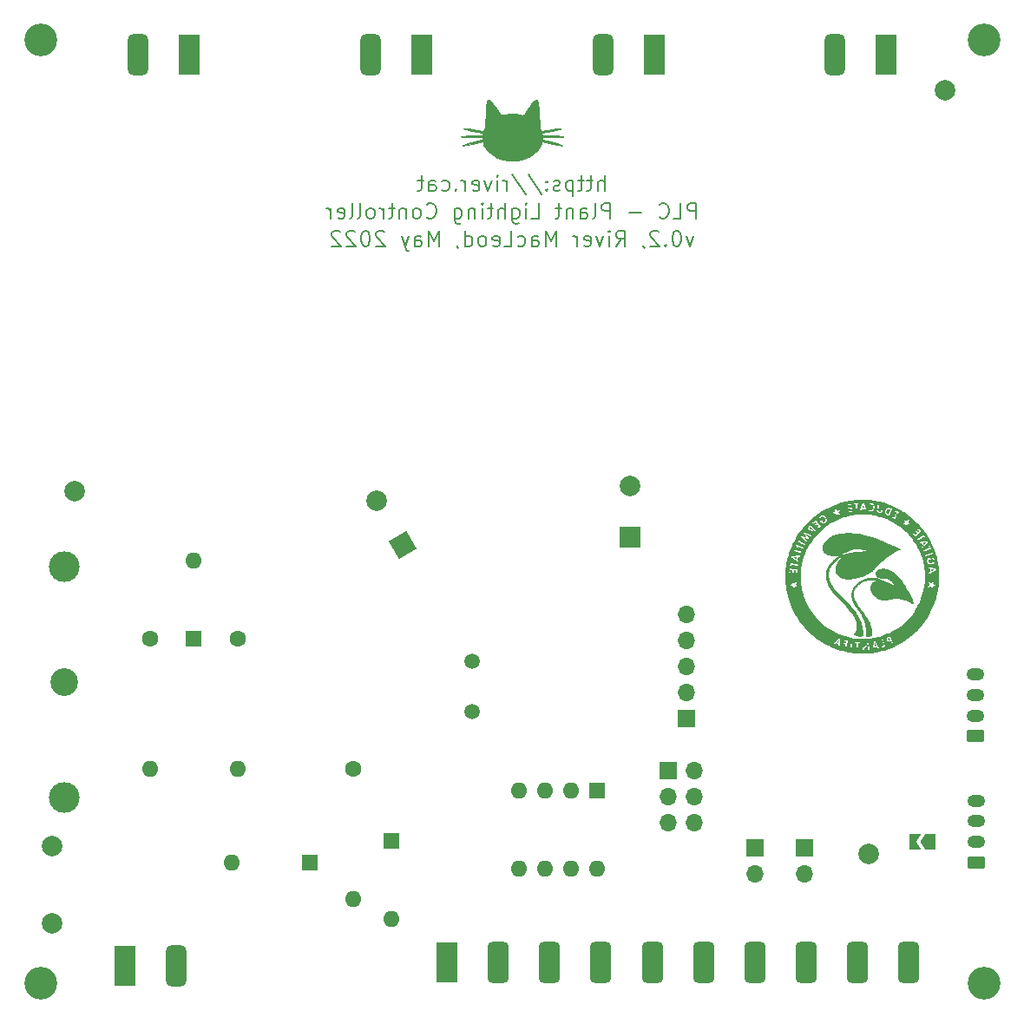
<source format=gbr>
%TF.GenerationSoftware,KiCad,Pcbnew,6.0.4+dfsg-1+b1*%
%TF.CreationDate,2022-10-04T23:39:52+01:00*%
%TF.ProjectId,led-driver,6c65642d-6472-4697-9665-722e6b696361,rev?*%
%TF.SameCoordinates,Original*%
%TF.FileFunction,Soldermask,Bot*%
%TF.FilePolarity,Negative*%
%FSLAX46Y46*%
G04 Gerber Fmt 4.6, Leading zero omitted, Abs format (unit mm)*
G04 Created by KiCad (PCBNEW 6.0.4+dfsg-1+b1) date 2022-10-04 23:39:52*
%MOMM*%
%LPD*%
G01*
G04 APERTURE LIST*
G04 Aperture macros list*
%AMRoundRect*
0 Rectangle with rounded corners*
0 $1 Rounding radius*
0 $2 $3 $4 $5 $6 $7 $8 $9 X,Y pos of 4 corners*
0 Add a 4 corners polygon primitive as box body*
4,1,4,$2,$3,$4,$5,$6,$7,$8,$9,$2,$3,0*
0 Add four circle primitives for the rounded corners*
1,1,$1+$1,$2,$3*
1,1,$1+$1,$4,$5*
1,1,$1+$1,$6,$7*
1,1,$1+$1,$8,$9*
0 Add four rect primitives between the rounded corners*
20,1,$1+$1,$2,$3,$4,$5,0*
20,1,$1+$1,$4,$5,$6,$7,0*
20,1,$1+$1,$6,$7,$8,$9,0*
20,1,$1+$1,$8,$9,$2,$3,0*%
%AMRotRect*
0 Rectangle, with rotation*
0 The origin of the aperture is its center*
0 $1 length*
0 $2 width*
0 $3 Rotation angle, in degrees counterclockwise*
0 Add horizontal line*
21,1,$1,$2,0,0,$3*%
%AMFreePoly0*
4,1,6,1.000000,0.000000,0.500000,-0.750000,-0.500000,-0.750000,-0.500000,0.750000,0.500000,0.750000,1.000000,0.000000,1.000000,0.000000,$1*%
%AMFreePoly1*
4,1,6,0.500000,-0.750000,-0.650000,-0.750000,-0.150000,0.000000,-0.650000,0.750000,0.500000,0.750000,0.500000,-0.750000,0.500000,-0.750000,$1*%
G04 Aperture macros list end*
%ADD10C,0.000000*%
%ADD11C,0.000001*%
%ADD12C,0.150000*%
%ADD13C,3.200000*%
%ADD14R,1.600000X1.600000*%
%ADD15O,1.600000X1.600000*%
%ADD16R,2.000000X4.000000*%
%ADD17RoundRect,0.500000X0.500000X1.500000X-0.500000X1.500000X-0.500000X-1.500000X0.500000X-1.500000X0*%
%ADD18C,2.000000*%
%ADD19R,1.700000X1.700000*%
%ADD20O,1.700000X1.700000*%
%ADD21C,1.600000*%
%ADD22RoundRect,0.250000X0.625000X-0.350000X0.625000X0.350000X-0.625000X0.350000X-0.625000X-0.350000X0*%
%ADD23O,1.750000X1.200000*%
%ADD24R,2.000000X2.000000*%
%ADD25C,2.700000*%
%ADD26C,3.000000*%
%ADD27RoundRect,0.400000X-0.600000X-1.600000X0.600000X-1.600000X0.600000X1.600000X-0.600000X1.600000X0*%
%ADD28C,1.500000*%
%ADD29RoundRect,0.500000X-0.500000X-1.500000X0.500000X-1.500000X0.500000X1.500000X-0.500000X1.500000X0*%
%ADD30RotRect,2.000000X2.000000X120.000000*%
%ADD31FreePoly0,180.000000*%
%ADD32FreePoly1,180.000000*%
G04 APERTURE END LIST*
D10*
G36*
X77718052Y-54437643D02*
G01*
X77737603Y-54438256D01*
X77745826Y-54438704D01*
X77752905Y-54439245D01*
X77758761Y-54439877D01*
X77763312Y-54440598D01*
X77766477Y-54441407D01*
X77767514Y-54441844D01*
X77768175Y-54442302D01*
X77768970Y-54443662D01*
X77769488Y-54445838D01*
X77769736Y-54448781D01*
X77769722Y-54452444D01*
X77769455Y-54456779D01*
X77768944Y-54461739D01*
X77767218Y-54473340D01*
X77764610Y-54486869D01*
X77761187Y-54501943D01*
X77757013Y-54518181D01*
X77752155Y-54535203D01*
X77752153Y-54535200D01*
X77747032Y-54552012D01*
X77742250Y-54566558D01*
X77737555Y-54578822D01*
X77735160Y-54584092D01*
X77732693Y-54588785D01*
X77730120Y-54592898D01*
X77727412Y-54596430D01*
X77724535Y-54599378D01*
X77721459Y-54601740D01*
X77718151Y-54603514D01*
X77714581Y-54604697D01*
X77710717Y-54605288D01*
X77706526Y-54605284D01*
X77701978Y-54604683D01*
X77697041Y-54603483D01*
X77691683Y-54601681D01*
X77685873Y-54599277D01*
X77679579Y-54596266D01*
X77672770Y-54592647D01*
X77657479Y-54583578D01*
X77639746Y-54572051D01*
X77619320Y-54558048D01*
X77569375Y-54522548D01*
X77461548Y-54445209D01*
X77610315Y-54439210D01*
X77640384Y-54438190D01*
X77668795Y-54437598D01*
X77694900Y-54437420D01*
X77718052Y-54437643D01*
G37*
G36*
X79145050Y-51563094D02*
G01*
X79234499Y-51650722D01*
X79181719Y-51696283D01*
X79181717Y-51696283D01*
X79169604Y-51706454D01*
X79158342Y-51715250D01*
X79152992Y-51719131D01*
X79147810Y-51722667D01*
X79142781Y-51725857D01*
X79137889Y-51728701D01*
X79133121Y-51731199D01*
X79128460Y-51733351D01*
X79123891Y-51735155D01*
X79119400Y-51736612D01*
X79114972Y-51737721D01*
X79110591Y-51738481D01*
X79106243Y-51738894D01*
X79101913Y-51738957D01*
X79097585Y-51738670D01*
X79093245Y-51738034D01*
X79088878Y-51737048D01*
X79084468Y-51735712D01*
X79080001Y-51734024D01*
X79075461Y-51731985D01*
X79070834Y-51729594D01*
X79066104Y-51726852D01*
X79061257Y-51723756D01*
X79056278Y-51720308D01*
X79045861Y-51712352D01*
X79034735Y-51702980D01*
X79022779Y-51692188D01*
X79011352Y-51681251D01*
X79001394Y-51670916D01*
X78996963Y-51665941D01*
X78992897Y-51661077D01*
X78989195Y-51656311D01*
X78985856Y-51651629D01*
X78982879Y-51647019D01*
X78980263Y-51642466D01*
X78978008Y-51637959D01*
X78976112Y-51633484D01*
X78974575Y-51629027D01*
X78973396Y-51624576D01*
X78972573Y-51620117D01*
X78972107Y-51615637D01*
X78971996Y-51611124D01*
X78972240Y-51606563D01*
X78972837Y-51601942D01*
X78973787Y-51597247D01*
X78975089Y-51592466D01*
X78976742Y-51587585D01*
X78978746Y-51582591D01*
X78981098Y-51577471D01*
X78983800Y-51572211D01*
X78986849Y-51566799D01*
X78993986Y-51555465D01*
X79002505Y-51543363D01*
X79012397Y-51530387D01*
X79055601Y-51475467D01*
X79145050Y-51563094D01*
G37*
G36*
X88181787Y-50004213D02*
G01*
X88238631Y-50042295D01*
X88475328Y-50200868D01*
X88759386Y-50411040D01*
X89033408Y-50634337D01*
X89296837Y-50870369D01*
X89549118Y-51118743D01*
X89658297Y-51236884D01*
X89789694Y-51379069D01*
X90018012Y-51650955D01*
X90225963Y-51924091D01*
X90233514Y-51934010D01*
X90435647Y-52227843D01*
X90556033Y-52418211D01*
X90603805Y-52498882D01*
X90670216Y-52611028D01*
X90778216Y-52806351D01*
X90836225Y-52919073D01*
X90880053Y-53004237D01*
X90975747Y-53204743D01*
X91065318Y-53407925D01*
X91148786Y-53613840D01*
X91193768Y-53735154D01*
X91226172Y-53822545D01*
X91297496Y-54034098D01*
X91313763Y-54087535D01*
X91362777Y-54248554D01*
X91422036Y-54465970D01*
X91475293Y-54686404D01*
X91496432Y-54786342D01*
X91522568Y-54909913D01*
X91563881Y-55136553D01*
X91599253Y-55366380D01*
X91628702Y-55599453D01*
X91633203Y-55655730D01*
X91639368Y-55732828D01*
X91647004Y-55908038D01*
X91651606Y-56111328D01*
X91653172Y-56328944D01*
X91652931Y-56364587D01*
X91651699Y-56547130D01*
X91647185Y-56752133D01*
X91639626Y-56930199D01*
X91629021Y-57067572D01*
X91610738Y-57219183D01*
X91603724Y-57277341D01*
X91573331Y-57484911D01*
X91537830Y-57690311D01*
X91497214Y-57893570D01*
X91451472Y-58094715D01*
X91400596Y-58293775D01*
X91344576Y-58490778D01*
X91283403Y-58685753D01*
X91217067Y-58878728D01*
X91145559Y-59069732D01*
X91068870Y-59258792D01*
X90986990Y-59445937D01*
X90899911Y-59631195D01*
X90807623Y-59814595D01*
X90710116Y-59996165D01*
X90607381Y-60175934D01*
X90498683Y-60354042D01*
X90383644Y-60530134D01*
X90262544Y-60703920D01*
X90135662Y-60875106D01*
X90003279Y-61043402D01*
X89865674Y-61208516D01*
X89723125Y-61370156D01*
X89575914Y-61528031D01*
X89424319Y-61681849D01*
X89268621Y-61831318D01*
X89109098Y-61976147D01*
X88946031Y-62116043D01*
X88779698Y-62250717D01*
X88610380Y-62379875D01*
X88438356Y-62503226D01*
X88263906Y-62620479D01*
X88053558Y-62752803D01*
X87952080Y-62812419D01*
X87841834Y-62877187D01*
X87628440Y-62993729D01*
X87413082Y-63102525D01*
X87383519Y-63116266D01*
X87195465Y-63203674D01*
X86989777Y-63291114D01*
X86975293Y-63297272D01*
X86752274Y-63383416D01*
X86526111Y-63462203D01*
X86296510Y-63533731D01*
X86063177Y-63598097D01*
X85825817Y-63655398D01*
X85584135Y-63705731D01*
X85337837Y-63749194D01*
X85086628Y-63785883D01*
X84830213Y-63815896D01*
X84568297Y-63839329D01*
X84568295Y-63839327D01*
X84568294Y-63839327D01*
X84568294Y-63839326D01*
X84568293Y-63839326D01*
X84568292Y-63839325D01*
X84568292Y-63839324D01*
X84568291Y-63839324D01*
X84568291Y-63839323D01*
X84465434Y-63843442D01*
X84320858Y-63844245D01*
X84147879Y-63842132D01*
X83959809Y-63837505D01*
X83769964Y-63830762D01*
X83591659Y-63822305D01*
X83438206Y-63812535D01*
X83322922Y-63801852D01*
X83063885Y-63766629D01*
X82807935Y-63723478D01*
X82555160Y-63672434D01*
X82305643Y-63613532D01*
X82059472Y-63546807D01*
X81816731Y-63472291D01*
X81577508Y-63390021D01*
X81548793Y-63379054D01*
X82950719Y-63379054D01*
X82951648Y-63390609D01*
X82951648Y-63390616D01*
X82952871Y-63392163D01*
X82954626Y-63393667D01*
X82956880Y-63395120D01*
X82959600Y-63396513D01*
X82962751Y-63397840D01*
X82966302Y-63399093D01*
X82970219Y-63400263D01*
X82974468Y-63401343D01*
X82979016Y-63402325D01*
X82983831Y-63403201D01*
X82988879Y-63403964D01*
X82994126Y-63404606D01*
X82999540Y-63405119D01*
X83005087Y-63405494D01*
X83010735Y-63405726D01*
X83016449Y-63405804D01*
X83072076Y-63405804D01*
X83132442Y-63036240D01*
X83173140Y-62787081D01*
X83446297Y-62787081D01*
X83446531Y-62793239D01*
X83446849Y-62795995D01*
X83447312Y-62798545D01*
X83447930Y-62800898D01*
X83448712Y-62803061D01*
X83449667Y-62805042D01*
X83450804Y-62806849D01*
X83452132Y-62808490D01*
X83453660Y-62809973D01*
X83455398Y-62811305D01*
X83457354Y-62812495D01*
X83459538Y-62813549D01*
X83461958Y-62814477D01*
X83464624Y-62815285D01*
X83467544Y-62815982D01*
X83474186Y-62817073D01*
X83481956Y-62817812D01*
X83490927Y-62818263D01*
X83501172Y-62818488D01*
X83512763Y-62818548D01*
X83520051Y-62818635D01*
X83527239Y-62818887D01*
X83534286Y-62819298D01*
X83541149Y-62819859D01*
X83547788Y-62820561D01*
X83554160Y-62821395D01*
X83560224Y-62822354D01*
X83565938Y-62823428D01*
X83571261Y-62824609D01*
X83576150Y-62825889D01*
X83580564Y-62827258D01*
X83584462Y-62828709D01*
X83587801Y-62830233D01*
X83589249Y-62831020D01*
X83590541Y-62831822D01*
X83591672Y-62832638D01*
X83592638Y-62833467D01*
X83593434Y-62834307D01*
X83594053Y-62835158D01*
X83594971Y-62838437D01*
X83595613Y-62844735D01*
X83596096Y-62865732D01*
X83595563Y-62896826D01*
X83594071Y-62936696D01*
X83588448Y-63037474D01*
X83579697Y-63157490D01*
X83555072Y-63463212D01*
X83619122Y-63470690D01*
X83640251Y-63472926D01*
X83648850Y-63473393D01*
X83656285Y-63473224D01*
X83659601Y-63472853D01*
X83662668Y-63472266D01*
X83665499Y-63471443D01*
X83668108Y-63470365D01*
X83670510Y-63469015D01*
X83672717Y-63467371D01*
X83674744Y-63465416D01*
X83676604Y-63463131D01*
X83678311Y-63460495D01*
X83679880Y-63457491D01*
X83681324Y-63454099D01*
X83682656Y-63450300D01*
X83685043Y-63441406D01*
X83687150Y-63430655D01*
X83689088Y-63417896D01*
X83690969Y-63402976D01*
X83694996Y-63366043D01*
X83700649Y-63306131D01*
X83707298Y-63225887D01*
X83714115Y-63135800D01*
X83720270Y-63046361D01*
X83733714Y-62838798D01*
X83811820Y-62838798D01*
X83824068Y-62838723D01*
X83834986Y-62838470D01*
X83844650Y-62837990D01*
X83849034Y-62837651D01*
X83853133Y-62837238D01*
X83856955Y-62836745D01*
X83860509Y-62836167D01*
X83863806Y-62835497D01*
X83866854Y-62834731D01*
X83869663Y-62833861D01*
X83872242Y-62832883D01*
X83874600Y-62831791D01*
X83876746Y-62830578D01*
X83878691Y-62829239D01*
X83880442Y-62827768D01*
X83882010Y-62826159D01*
X83883404Y-62824407D01*
X83884633Y-62822505D01*
X83885706Y-62820448D01*
X83886633Y-62818231D01*
X83887423Y-62815846D01*
X83888085Y-62813290D01*
X83888629Y-62810554D01*
X83889063Y-62807635D01*
X83889398Y-62804526D01*
X83889805Y-62797714D01*
X83889924Y-62790073D01*
X83889776Y-62782420D01*
X83889273Y-62775553D01*
X83888323Y-62769413D01*
X83886835Y-62763945D01*
X83885860Y-62761444D01*
X83884717Y-62759090D01*
X83883393Y-62756875D01*
X83881878Y-62754792D01*
X83880160Y-62752833D01*
X83878227Y-62750993D01*
X83876068Y-62749263D01*
X83873726Y-62747673D01*
X84143049Y-62747673D01*
X84144433Y-62790073D01*
X84150323Y-62970423D01*
X84150320Y-62970423D01*
X84154166Y-63069774D01*
X84159266Y-63175624D01*
X84164955Y-63275314D01*
X84170567Y-63356187D01*
X84174921Y-63409205D01*
X84176904Y-63430688D01*
X84178873Y-63449103D01*
X84179880Y-63457225D01*
X84180916Y-63464659D01*
X84181993Y-63471431D01*
X84183120Y-63477567D01*
X84184311Y-63483094D01*
X84185574Y-63488038D01*
X84186921Y-63492425D01*
X84188364Y-63496282D01*
X84189912Y-63499635D01*
X84191577Y-63502510D01*
X84193370Y-63504934D01*
X84195302Y-63506933D01*
X84196323Y-63507782D01*
X84197383Y-63508534D01*
X84199625Y-63509762D01*
X84202038Y-63510644D01*
X84204634Y-63511207D01*
X84207423Y-63511476D01*
X84210416Y-63511478D01*
X84213625Y-63511239D01*
X84217059Y-63510787D01*
X84220731Y-63510146D01*
X84224650Y-63509344D01*
X84233276Y-63507359D01*
X84240282Y-63504942D01*
X84248045Y-63500819D01*
X84256610Y-63494933D01*
X84266024Y-63487231D01*
X84276332Y-63477656D01*
X84287581Y-63466153D01*
X84299817Y-63452668D01*
X84313085Y-63437145D01*
X84342903Y-63399764D01*
X84377404Y-63353569D01*
X84416954Y-63298119D01*
X84461922Y-63232971D01*
X84498259Y-63180093D01*
X84532924Y-63130496D01*
X84565104Y-63085285D01*
X84593986Y-63045565D01*
X84618755Y-63012439D01*
X84638599Y-62987012D01*
X84646420Y-62977531D01*
X84652704Y-62970388D01*
X84657349Y-62965723D01*
X84659026Y-62964363D01*
X84660255Y-62963673D01*
X84661313Y-62963511D01*
X84662350Y-62963763D01*
X84664359Y-62965480D01*
X84666275Y-62968766D01*
X84668093Y-62973562D01*
X84669804Y-62979811D01*
X84671402Y-62987456D01*
X84674232Y-63006699D01*
X84676529Y-63030829D01*
X84678237Y-63059382D01*
X84679302Y-63091897D01*
X84679669Y-63127910D01*
X84679931Y-63164168D01*
X84680682Y-63201690D01*
X84681869Y-63239388D01*
X84683440Y-63276179D01*
X84685343Y-63310976D01*
X84687523Y-63342694D01*
X84689930Y-63370248D01*
X84692509Y-63392552D01*
X84694700Y-63408203D01*
X84696769Y-63421977D01*
X84698798Y-63433974D01*
X84700867Y-63444293D01*
X84701942Y-63448854D01*
X84703057Y-63453034D01*
X84704223Y-63456844D01*
X84705450Y-63460297D01*
X84706748Y-63463405D01*
X84708126Y-63466181D01*
X84709596Y-63468637D01*
X84711167Y-63470786D01*
X84712849Y-63472640D01*
X84714652Y-63474211D01*
X84716587Y-63475513D01*
X84718664Y-63476557D01*
X84720893Y-63477355D01*
X84723283Y-63477922D01*
X84725846Y-63478268D01*
X84728590Y-63478406D01*
X84731527Y-63478349D01*
X84734667Y-63478109D01*
X84738019Y-63477699D01*
X84741593Y-63477131D01*
X84749450Y-63475571D01*
X84758320Y-63473528D01*
X84769090Y-63470877D01*
X84779386Y-63468201D01*
X84788964Y-63465574D01*
X84797580Y-63463069D01*
X84804993Y-63460759D01*
X84810958Y-63458717D01*
X84813322Y-63457819D01*
X84815233Y-63457016D01*
X84816661Y-63456316D01*
X84817575Y-63455728D01*
X84818545Y-63447010D01*
X84818882Y-63424011D01*
X84818453Y-63391473D01*
X85166180Y-63391473D01*
X85166373Y-63398215D01*
X85166583Y-63401228D01*
X85166867Y-63404014D01*
X85167226Y-63406581D01*
X85167658Y-63408939D01*
X85168164Y-63411096D01*
X85168741Y-63413062D01*
X85169391Y-63414844D01*
X85170112Y-63416452D01*
X85170904Y-63417896D01*
X85171767Y-63419182D01*
X85172699Y-63420322D01*
X85173700Y-63421322D01*
X85174770Y-63422193D01*
X85175909Y-63422943D01*
X85177114Y-63423581D01*
X85178138Y-63424011D01*
X85178387Y-63424115D01*
X85179727Y-63424556D01*
X85181132Y-63424910D01*
X85184139Y-63425399D01*
X85187403Y-63425651D01*
X85190920Y-63425739D01*
X85194685Y-63425733D01*
X85206908Y-63425283D01*
X85218279Y-63424100D01*
X85223654Y-63423224D01*
X85228828Y-63422153D01*
X85233805Y-63420882D01*
X85238588Y-63419409D01*
X85243181Y-63417729D01*
X85247589Y-63415837D01*
X85251814Y-63413731D01*
X85255861Y-63411406D01*
X85259734Y-63408859D01*
X85263436Y-63406084D01*
X85266972Y-63403079D01*
X85270346Y-63399840D01*
X85273560Y-63396362D01*
X85276620Y-63392641D01*
X85279528Y-63388674D01*
X85282289Y-63384457D01*
X85284907Y-63379985D01*
X85287386Y-63375255D01*
X85289729Y-63370262D01*
X85291941Y-63365004D01*
X85295984Y-63353672D01*
X85299547Y-63341229D01*
X85302661Y-63327641D01*
X85305356Y-63312878D01*
X85317853Y-63235995D01*
X85459449Y-63209831D01*
X85475004Y-63207051D01*
X85489930Y-63204570D01*
X85504181Y-63202392D01*
X85517711Y-63200518D01*
X85530476Y-63198951D01*
X85542431Y-63197693D01*
X85553529Y-63196747D01*
X85563727Y-63196113D01*
X85572979Y-63195795D01*
X85581239Y-63195795D01*
X85588463Y-63196114D01*
X85594605Y-63196756D01*
X85597257Y-63197199D01*
X85599621Y-63197722D01*
X85601692Y-63198328D01*
X85603465Y-63199015D01*
X85604933Y-63199785D01*
X85606091Y-63200637D01*
X85606934Y-63201571D01*
X85607455Y-63202589D01*
X85608319Y-63204785D01*
X85609572Y-63207445D01*
X85613150Y-63214012D01*
X85617995Y-63222001D01*
X85623915Y-63231123D01*
X85630717Y-63241089D01*
X85638208Y-63251609D01*
X85646195Y-63262393D01*
X85654486Y-63273154D01*
X85662402Y-63282667D01*
X85670404Y-63291185D01*
X85674436Y-63295071D01*
X85678490Y-63298708D01*
X85682565Y-63302096D01*
X85686662Y-63305236D01*
X85690781Y-63308126D01*
X85694921Y-63310768D01*
X85699084Y-63313162D01*
X85703268Y-63315307D01*
X85707475Y-63317203D01*
X85711703Y-63318850D01*
X85715954Y-63320249D01*
X85720228Y-63321400D01*
X85724523Y-63322301D01*
X85728842Y-63322955D01*
X85733183Y-63323360D01*
X85737547Y-63323516D01*
X85741933Y-63323424D01*
X85746343Y-63323083D01*
X85750776Y-63322495D01*
X85755232Y-63321657D01*
X85759711Y-63320572D01*
X85764213Y-63319238D01*
X85768739Y-63317656D01*
X85773289Y-63315825D01*
X85777862Y-63313746D01*
X85782458Y-63311419D01*
X85787079Y-63308844D01*
X85791723Y-63306021D01*
X85796477Y-63302352D01*
X85799740Y-63297633D01*
X85801095Y-63291114D01*
X85800126Y-63282048D01*
X85796415Y-63269687D01*
X85789547Y-63253280D01*
X85764670Y-63205340D01*
X85734401Y-63153287D01*
X86058700Y-63153287D01*
X86058948Y-63156704D01*
X86059438Y-63160303D01*
X86060164Y-63164094D01*
X86061115Y-63168089D01*
X86062283Y-63172300D01*
X86065237Y-63181410D01*
X86068957Y-63191516D01*
X86068954Y-63191516D01*
X86071731Y-63198367D01*
X86074608Y-63204273D01*
X86077834Y-63209215D01*
X86081656Y-63213178D01*
X86086322Y-63216143D01*
X86092080Y-63218094D01*
X86099178Y-63219013D01*
X86107863Y-63218884D01*
X86118383Y-63217690D01*
X86130987Y-63215413D01*
X86145921Y-63212036D01*
X86163434Y-63207543D01*
X86207186Y-63195137D01*
X86264227Y-63178060D01*
X86278151Y-63173743D01*
X86291685Y-63169340D01*
X86304758Y-63164880D01*
X86317300Y-63160397D01*
X86329242Y-63155921D01*
X86340513Y-63151485D01*
X86351043Y-63147120D01*
X86360762Y-63142858D01*
X86369600Y-63138730D01*
X86377487Y-63134769D01*
X86384353Y-63131006D01*
X86390128Y-63127472D01*
X86394741Y-63124199D01*
X86396591Y-63122671D01*
X86398123Y-63121220D01*
X86399331Y-63119850D01*
X86400204Y-63118565D01*
X86400734Y-63117369D01*
X86400913Y-63116266D01*
X86398517Y-63101532D01*
X86391730Y-63074150D01*
X86367407Y-62988952D01*
X86332780Y-62875681D01*
X86292688Y-62749347D01*
X86251968Y-62624958D01*
X86215459Y-62517525D01*
X86187997Y-62442057D01*
X86179171Y-62421000D01*
X86176474Y-62416777D01*
X86507369Y-62416777D01*
X86507650Y-62427321D01*
X86508474Y-62438121D01*
X86509837Y-62449189D01*
X86511732Y-62460533D01*
X86514154Y-62472164D01*
X86520552Y-62496324D01*
X86523383Y-62505161D01*
X86526650Y-62514265D01*
X86530314Y-62523568D01*
X86534335Y-62532999D01*
X86538676Y-62542490D01*
X86543296Y-62551972D01*
X86548158Y-62561375D01*
X86553222Y-62570631D01*
X86558449Y-62579671D01*
X86563801Y-62588425D01*
X86569239Y-62596824D01*
X86574724Y-62604799D01*
X86580216Y-62612282D01*
X86585678Y-62619202D01*
X86591070Y-62625491D01*
X86596353Y-62631080D01*
X86604309Y-62638856D01*
X86611818Y-62645762D01*
X86619008Y-62651832D01*
X86626007Y-62657103D01*
X86632943Y-62661609D01*
X86639943Y-62665384D01*
X86647136Y-62668463D01*
X86654648Y-62670882D01*
X86662609Y-62672674D01*
X86671146Y-62673875D01*
X86680386Y-62674519D01*
X86690457Y-62674641D01*
X86701488Y-62674277D01*
X86713605Y-62673460D01*
X86726938Y-62672225D01*
X86741613Y-62670608D01*
X86761521Y-62668113D01*
X86781813Y-62665253D01*
X86801923Y-62662130D01*
X86821284Y-62658843D01*
X86839328Y-62655494D01*
X86855488Y-62652184D01*
X86869197Y-62649012D01*
X86879887Y-62646079D01*
X86886739Y-62644192D01*
X86893083Y-62643007D01*
X86899010Y-62642624D01*
X86901844Y-62642764D01*
X86904608Y-62643143D01*
X86907312Y-62643771D01*
X86909968Y-62644663D01*
X86912586Y-62645829D01*
X86915179Y-62647284D01*
X86917756Y-62649038D01*
X86920331Y-62651105D01*
X86925513Y-62656226D01*
X86930816Y-62662747D01*
X86936329Y-62670768D01*
X86942141Y-62680387D01*
X86948343Y-62691704D01*
X86955025Y-62704820D01*
X86962275Y-62719833D01*
X86978840Y-62755952D01*
X86984543Y-62768510D01*
X86990212Y-62780704D01*
X86995814Y-62792470D01*
X87001312Y-62803746D01*
X87006673Y-62814469D01*
X87011861Y-62824576D01*
X87016842Y-62834005D01*
X87021581Y-62842693D01*
X87026044Y-62850578D01*
X87030195Y-62857596D01*
X87034000Y-62863687D01*
X87037424Y-62868786D01*
X87040432Y-62872831D01*
X87042990Y-62875759D01*
X87044090Y-62876785D01*
X87045063Y-62877509D01*
X87045907Y-62877922D01*
X87046616Y-62878017D01*
X87051967Y-62877370D01*
X87057252Y-62876546D01*
X87062461Y-62875551D01*
X87067587Y-62874394D01*
X87072621Y-62873080D01*
X87077553Y-62871616D01*
X87082376Y-62870010D01*
X87087080Y-62868268D01*
X87091657Y-62866396D01*
X87096097Y-62864403D01*
X87100393Y-62862294D01*
X87104535Y-62860076D01*
X87108515Y-62857757D01*
X87112324Y-62855344D01*
X87115953Y-62852842D01*
X87119393Y-62850259D01*
X87122636Y-62847602D01*
X87125673Y-62844877D01*
X87128495Y-62842092D01*
X87131094Y-62839253D01*
X87133460Y-62836368D01*
X87135586Y-62833442D01*
X87137462Y-62830483D01*
X87139079Y-62827498D01*
X87140429Y-62824494D01*
X87141503Y-62821477D01*
X87142292Y-62818454D01*
X87142788Y-62815433D01*
X87142981Y-62812419D01*
X87142864Y-62809420D01*
X87142427Y-62806443D01*
X87141662Y-62803495D01*
X87119761Y-62744605D01*
X87083385Y-62656922D01*
X87037624Y-62551650D01*
X86987573Y-62439996D01*
X86938323Y-62333163D01*
X86894967Y-62242357D01*
X86862597Y-62178782D01*
X86852123Y-62160708D01*
X86846306Y-62153644D01*
X86843517Y-62153260D01*
X86839472Y-62153510D01*
X86834249Y-62154368D01*
X86827924Y-62155806D01*
X86812284Y-62160308D01*
X86793174Y-62166794D01*
X86771217Y-62175040D01*
X86747036Y-62184822D01*
X86721254Y-62195916D01*
X86694493Y-62208100D01*
X86664696Y-62222711D01*
X86637644Y-62237410D01*
X86613288Y-62252275D01*
X86602107Y-62259794D01*
X86591582Y-62267385D01*
X86581708Y-62275056D01*
X86572478Y-62282818D01*
X86563887Y-62290680D01*
X86555929Y-62298653D01*
X86548598Y-62306745D01*
X86541888Y-62314967D01*
X86535793Y-62323329D01*
X86530307Y-62331840D01*
X86525424Y-62340510D01*
X86521138Y-62349349D01*
X86517444Y-62358367D01*
X86514336Y-62367574D01*
X86511807Y-62376979D01*
X86509852Y-62386592D01*
X86508465Y-62396423D01*
X86507639Y-62406481D01*
X86507369Y-62416777D01*
X86176474Y-62416777D01*
X86174421Y-62413563D01*
X86172749Y-62413660D01*
X86170615Y-62413948D01*
X86165095Y-62415057D01*
X86158122Y-62416812D01*
X86149957Y-62419134D01*
X86140862Y-62421945D01*
X86131098Y-62425168D01*
X86120928Y-62428726D01*
X86110613Y-62432539D01*
X86060673Y-62451527D01*
X86103988Y-62588233D01*
X86151379Y-62737804D01*
X86169405Y-62795820D01*
X86185842Y-62850933D01*
X86200359Y-62901863D01*
X86212622Y-62947335D01*
X86222299Y-62986072D01*
X86229056Y-63016797D01*
X86231236Y-63028756D01*
X86232562Y-63038233D01*
X86232992Y-63045069D01*
X86232857Y-63047446D01*
X86232484Y-63049103D01*
X86231074Y-63051781D01*
X86228859Y-63054638D01*
X86225884Y-63057647D01*
X86222198Y-63060783D01*
X86217848Y-63064021D01*
X86212882Y-63067335D01*
X86207347Y-63070700D01*
X86201290Y-63074089D01*
X86194760Y-63077478D01*
X86187804Y-63080840D01*
X86180468Y-63084150D01*
X86172802Y-63087382D01*
X86164852Y-63090512D01*
X86156666Y-63093512D01*
X86148291Y-63096359D01*
X86139775Y-63099025D01*
X86124802Y-63103616D01*
X86111555Y-63107948D01*
X86099966Y-63112110D01*
X86094772Y-63114156D01*
X86089966Y-63116192D01*
X86085541Y-63118231D01*
X86081487Y-63120283D01*
X86077796Y-63122360D01*
X86074460Y-63124473D01*
X86071469Y-63126633D01*
X86068816Y-63128851D01*
X86066492Y-63131139D01*
X86064487Y-63133507D01*
X86062794Y-63135968D01*
X86061404Y-63138531D01*
X86060309Y-63141209D01*
X86059499Y-63144012D01*
X86058967Y-63146952D01*
X86058703Y-63150040D01*
X86058700Y-63153287D01*
X85734401Y-63153287D01*
X85722162Y-63132241D01*
X85658689Y-63027995D01*
X85455517Y-62702112D01*
X85443629Y-62683457D01*
X85432559Y-62666814D01*
X85422214Y-62652127D01*
X85417285Y-62645499D01*
X85412503Y-62639338D01*
X85407855Y-62633637D01*
X85403331Y-62628390D01*
X85398919Y-62623588D01*
X85394607Y-62619225D01*
X85390384Y-62615293D01*
X85386238Y-62611785D01*
X85382157Y-62608695D01*
X85378131Y-62606015D01*
X85374146Y-62603738D01*
X85370193Y-62601856D01*
X85366259Y-62600363D01*
X85362332Y-62599251D01*
X85358402Y-62598513D01*
X85354456Y-62598142D01*
X85350483Y-62598131D01*
X85346471Y-62598473D01*
X85342409Y-62599160D01*
X85338285Y-62600186D01*
X85334087Y-62601542D01*
X85329805Y-62603223D01*
X85325426Y-62605221D01*
X85320939Y-62607528D01*
X85316332Y-62610137D01*
X85311593Y-62613042D01*
X85308403Y-62616721D01*
X85304741Y-62623937D01*
X85296105Y-62648496D01*
X85291125Y-62666678D01*
X85285906Y-62685737D01*
X85274362Y-62734680D01*
X85261691Y-62794344D01*
X85248113Y-62863748D01*
X85233846Y-62941912D01*
X85219109Y-63027854D01*
X85219107Y-63027849D01*
X85197500Y-63158242D01*
X85188910Y-63211111D01*
X85181750Y-63256519D01*
X85178696Y-63276602D01*
X85175986Y-63295032D01*
X85173615Y-63311880D01*
X85171581Y-63327217D01*
X85169878Y-63341114D01*
X85168502Y-63353641D01*
X85167448Y-63364870D01*
X85166713Y-63374871D01*
X85166291Y-63383715D01*
X85166180Y-63391473D01*
X84818453Y-63391473D01*
X84817794Y-63341435D01*
X84814575Y-63220531D01*
X84809493Y-63073829D01*
X84795126Y-62697049D01*
X84747649Y-62697049D01*
X84738161Y-62697563D01*
X84728833Y-62699343D01*
X84719370Y-62702743D01*
X84709479Y-62708120D01*
X84698865Y-62715830D01*
X84687233Y-62726228D01*
X84674289Y-62739668D01*
X84659738Y-62756509D01*
X84643285Y-62777103D01*
X84624637Y-62801809D01*
X84579575Y-62864973D01*
X84522196Y-62948845D01*
X84450144Y-63056272D01*
X84424815Y-63093860D01*
X84400704Y-63128931D01*
X84378372Y-63160720D01*
X84358381Y-63188458D01*
X84341295Y-63211381D01*
X84334016Y-63220797D01*
X84327674Y-63228721D01*
X84322340Y-63235057D01*
X84318082Y-63239711D01*
X84314972Y-63242585D01*
X84313870Y-63243325D01*
X84313080Y-63243584D01*
X84311744Y-63242854D01*
X84310352Y-63240663D01*
X84307427Y-63232175D01*
X84301198Y-63200678D01*
X84294801Y-63153462D01*
X84288648Y-63094894D01*
X84283149Y-63029342D01*
X84278713Y-62961174D01*
X84275750Y-62894756D01*
X84274672Y-62834458D01*
X84274672Y-62734981D01*
X84208861Y-62741326D01*
X84143049Y-62747673D01*
X83873726Y-62747673D01*
X83873672Y-62747636D01*
X83871027Y-62746105D01*
X83868122Y-62744664D01*
X83861485Y-62742020D01*
X83853671Y-62739646D01*
X83844588Y-62737486D01*
X83834145Y-62735482D01*
X83822249Y-62733576D01*
X83808811Y-62731713D01*
X83793738Y-62729834D01*
X83746805Y-62724924D01*
X83690117Y-62720066D01*
X83630819Y-62715820D01*
X83576053Y-62712748D01*
X83555064Y-62711811D01*
X83536629Y-62711094D01*
X83520572Y-62710667D01*
X83506718Y-62710599D01*
X83500562Y-62710720D01*
X83494890Y-62710958D01*
X83489681Y-62711319D01*
X83484912Y-62711813D01*
X83480562Y-62712449D01*
X83476609Y-62713235D01*
X83473029Y-62714179D01*
X83469803Y-62715290D01*
X83466907Y-62716578D01*
X83464319Y-62718050D01*
X83462017Y-62719715D01*
X83459980Y-62721582D01*
X83458186Y-62723659D01*
X83456612Y-62725955D01*
X83455236Y-62728479D01*
X83454036Y-62731239D01*
X83452991Y-62734244D01*
X83452078Y-62737503D01*
X83451275Y-62741024D01*
X83450561Y-62744815D01*
X83449308Y-62753245D01*
X83448145Y-62762861D01*
X83447177Y-62771954D01*
X83446536Y-62780006D01*
X83446297Y-62787081D01*
X83173140Y-62787081D01*
X83192807Y-62666678D01*
X83141430Y-62655044D01*
X83136117Y-62653925D01*
X83130796Y-62652969D01*
X83125501Y-62652173D01*
X83120268Y-62651539D01*
X83115129Y-62651066D01*
X83110120Y-62650751D01*
X83105274Y-62650597D01*
X83100625Y-62650600D01*
X83096209Y-62650762D01*
X83092059Y-62651080D01*
X83088209Y-62651556D01*
X83084693Y-62652187D01*
X83081547Y-62652974D01*
X83078803Y-62653915D01*
X83077594Y-62654444D01*
X83076497Y-62655011D01*
X83075519Y-62655616D01*
X83074663Y-62656260D01*
X83070019Y-62666881D01*
X83063414Y-62691488D01*
X83045655Y-62774703D01*
X83024050Y-62889992D01*
X83001267Y-63021443D01*
X82979969Y-63153143D01*
X82962823Y-63269179D01*
X82952494Y-63353639D01*
X82950719Y-63379054D01*
X81548793Y-63379054D01*
X81341888Y-63300031D01*
X81109956Y-63202354D01*
X80881799Y-63097026D01*
X80657503Y-62984081D01*
X80515516Y-62906416D01*
X81338438Y-62906416D01*
X81338516Y-62906882D01*
X81338746Y-62907406D01*
X81339650Y-62908619D01*
X81341118Y-62910038D01*
X81343122Y-62911644D01*
X81345630Y-62913423D01*
X81348611Y-62915357D01*
X81355874Y-62919620D01*
X81364667Y-62924299D01*
X81374748Y-62929258D01*
X81385871Y-62934361D01*
X81397794Y-62939474D01*
X81407632Y-62943458D01*
X81416501Y-62946792D01*
X81424540Y-62949425D01*
X81428291Y-62950465D01*
X81431886Y-62951311D01*
X81435342Y-62951958D01*
X81438677Y-62952400D01*
X81441907Y-62952631D01*
X81445050Y-62952645D01*
X81448124Y-62952435D01*
X81451145Y-62951997D01*
X81454130Y-62951323D01*
X81457097Y-62950408D01*
X81460063Y-62949245D01*
X81463045Y-62947830D01*
X81466061Y-62946154D01*
X81469128Y-62944214D01*
X81472262Y-62942002D01*
X81475482Y-62939512D01*
X81478804Y-62936739D01*
X81482245Y-62933677D01*
X81489556Y-62926659D01*
X81497551Y-62918411D01*
X81506370Y-62908884D01*
X81516149Y-62898030D01*
X81575148Y-62831998D01*
X81704853Y-62883782D01*
X81834560Y-62935564D01*
X81840665Y-63027314D01*
X81840667Y-63027312D01*
X81841716Y-63041730D01*
X81842880Y-63054663D01*
X81844224Y-63066219D01*
X81845810Y-63076505D01*
X81846712Y-63081206D01*
X81847699Y-63085628D01*
X81848777Y-63089787D01*
X81849955Y-63093696D01*
X81851241Y-63097367D01*
X81852641Y-63100814D01*
X81854165Y-63104052D01*
X81855819Y-63107092D01*
X81857612Y-63109948D01*
X81859552Y-63112635D01*
X81861646Y-63115164D01*
X81863902Y-63117551D01*
X81866328Y-63119807D01*
X81868932Y-63121947D01*
X81871722Y-63123983D01*
X81874706Y-63125930D01*
X81877890Y-63127800D01*
X81881284Y-63129607D01*
X81884895Y-63131365D01*
X81888731Y-63133086D01*
X81897109Y-63136474D01*
X81906480Y-63139878D01*
X81966186Y-63160690D01*
X81966186Y-62865148D01*
X82313250Y-62865148D01*
X82313506Y-62870645D01*
X82313843Y-62873229D01*
X82314328Y-62875710D01*
X82314966Y-62878094D01*
X82315763Y-62880387D01*
X82316725Y-62882593D01*
X82317857Y-62884719D01*
X82319166Y-62886768D01*
X82320656Y-62888747D01*
X82322333Y-62890661D01*
X82324205Y-62892515D01*
X82326275Y-62894315D01*
X82328550Y-62896065D01*
X82333738Y-62899440D01*
X82339814Y-62902682D01*
X82346825Y-62905834D01*
X82354815Y-62908938D01*
X82363832Y-62912037D01*
X82373921Y-62915174D01*
X82385129Y-62918391D01*
X82401149Y-62922701D01*
X82417093Y-62926730D01*
X82432540Y-62930388D01*
X82447071Y-62933584D01*
X82460265Y-62936227D01*
X82471701Y-62938227D01*
X82480959Y-62939494D01*
X82484641Y-62939823D01*
X82487620Y-62939936D01*
X82493503Y-62940181D01*
X82498554Y-62940995D01*
X82502756Y-62942583D01*
X82506092Y-62945149D01*
X82508546Y-62948896D01*
X82510101Y-62954030D01*
X82510741Y-62960755D01*
X82510450Y-62969274D01*
X82509211Y-62979792D01*
X82507008Y-62992513D01*
X82503824Y-63007641D01*
X82499643Y-63025380D01*
X82488223Y-63069511D01*
X82472619Y-63126539D01*
X82467060Y-63146882D01*
X82463417Y-63160690D01*
X82462151Y-63165487D01*
X82457884Y-63182434D01*
X82454251Y-63197801D01*
X82451245Y-63211670D01*
X82448859Y-63224118D01*
X82447896Y-63229834D01*
X82447086Y-63235225D01*
X82446426Y-63240301D01*
X82445916Y-63245072D01*
X82445556Y-63249547D01*
X82445344Y-63253736D01*
X82445280Y-63257650D01*
X82445362Y-63261298D01*
X82445589Y-63264691D01*
X82445961Y-63267837D01*
X82446477Y-63270748D01*
X82447136Y-63273433D01*
X82447936Y-63275902D01*
X82448878Y-63278165D01*
X82449959Y-63280231D01*
X82451180Y-63282112D01*
X82452538Y-63283816D01*
X82454034Y-63285353D01*
X82455665Y-63286734D01*
X82457432Y-63287969D01*
X82460207Y-63289596D01*
X82463325Y-63291181D01*
X82466754Y-63292715D01*
X82470459Y-63294191D01*
X82474406Y-63295599D01*
X82478560Y-63296931D01*
X82482888Y-63298179D01*
X82487356Y-63299334D01*
X82491928Y-63300389D01*
X82496572Y-63301334D01*
X82501253Y-63302161D01*
X82505937Y-63302862D01*
X82510589Y-63303429D01*
X82515176Y-63303853D01*
X82519663Y-63304125D01*
X82524016Y-63304238D01*
X82530682Y-63303766D01*
X82536955Y-63302018D01*
X82542963Y-63298651D01*
X82548835Y-63293321D01*
X82554697Y-63285685D01*
X82560676Y-63275400D01*
X82566901Y-63262120D01*
X82573499Y-63245504D01*
X82588322Y-63200886D01*
X82606166Y-63138797D01*
X82628050Y-63056489D01*
X82654994Y-62951213D01*
X82672716Y-62879976D01*
X82688745Y-62813013D01*
X82702765Y-62751827D01*
X82714462Y-62697919D01*
X82723522Y-62652790D01*
X82729629Y-62617942D01*
X82731478Y-62604843D01*
X82732470Y-62594878D01*
X82732567Y-62588233D01*
X82732267Y-62586215D01*
X82731729Y-62585098D01*
X82729614Y-62583587D01*
X82725962Y-62581709D01*
X82714399Y-62576964D01*
X82697735Y-62571080D01*
X82676665Y-62564274D01*
X82651884Y-62556762D01*
X82624087Y-62548762D01*
X82593970Y-62540491D01*
X82562228Y-62532165D01*
X82539470Y-62526406D01*
X82518816Y-62521343D01*
X82500155Y-62516966D01*
X82483376Y-62513267D01*
X82468370Y-62510237D01*
X82455025Y-62507867D01*
X82448941Y-62506927D01*
X82443231Y-62506149D01*
X82437882Y-62505532D01*
X82432879Y-62505075D01*
X82428208Y-62504776D01*
X82423856Y-62504635D01*
X82419809Y-62504650D01*
X82416052Y-62504820D01*
X82412574Y-62505145D01*
X82409358Y-62505624D01*
X82406393Y-62506254D01*
X82403663Y-62507035D01*
X82401155Y-62507967D01*
X82398855Y-62509047D01*
X82396750Y-62510275D01*
X82394825Y-62511650D01*
X82393067Y-62513171D01*
X82391462Y-62514836D01*
X82389996Y-62516645D01*
X82388656Y-62518596D01*
X82381841Y-62530096D01*
X82376533Y-62540797D01*
X82374458Y-62545863D01*
X82372775Y-62550749D01*
X82371490Y-62555460D01*
X82370607Y-62560002D01*
X82370131Y-62564382D01*
X82370068Y-62568607D01*
X82370423Y-62572681D01*
X82371201Y-62576612D01*
X82372407Y-62580406D01*
X82374046Y-62584069D01*
X82376123Y-62587607D01*
X82378643Y-62591027D01*
X82381612Y-62594334D01*
X82385033Y-62597535D01*
X82388914Y-62600637D01*
X82393258Y-62603645D01*
X82398071Y-62606566D01*
X82403357Y-62609405D01*
X82415372Y-62614866D01*
X82429343Y-62620078D01*
X82445311Y-62625091D01*
X82463317Y-62629954D01*
X82483401Y-62634717D01*
X82499347Y-62638376D01*
X82513748Y-62641882D01*
X82526663Y-62645268D01*
X82532581Y-62646928D01*
X82538149Y-62648569D01*
X82543375Y-62650198D01*
X82548265Y-62651818D01*
X82552827Y-62653433D01*
X82557067Y-62655048D01*
X82560994Y-62656666D01*
X82564615Y-62658291D01*
X82567936Y-62659929D01*
X82570965Y-62661583D01*
X82573710Y-62663257D01*
X82576176Y-62664955D01*
X82578373Y-62666682D01*
X82580306Y-62668442D01*
X82581983Y-62670238D01*
X82583412Y-62672076D01*
X82584599Y-62673958D01*
X82585552Y-62675891D01*
X82586278Y-62677877D01*
X82586784Y-62679920D01*
X82587077Y-62682025D01*
X82587166Y-62684197D01*
X82587056Y-62686439D01*
X82586755Y-62688755D01*
X82586271Y-62691150D01*
X82585611Y-62693627D01*
X82580657Y-62711228D01*
X82574564Y-62734167D01*
X82568105Y-62759475D01*
X82562054Y-62784180D01*
X82559790Y-62793321D01*
X82557573Y-62801382D01*
X82555319Y-62808408D01*
X82552947Y-62814444D01*
X82551691Y-62817105D01*
X82550374Y-62819536D01*
X82548986Y-62821741D01*
X82547517Y-62823727D01*
X82545956Y-62825500D01*
X82544293Y-62827064D01*
X82542518Y-62828426D01*
X82540620Y-62829590D01*
X82538590Y-62830564D01*
X82536416Y-62831352D01*
X82534088Y-62831959D01*
X82531597Y-62832393D01*
X82528931Y-62832657D01*
X82526081Y-62832758D01*
X82523036Y-62832702D01*
X82519785Y-62832494D01*
X82512628Y-62831644D01*
X82504525Y-62830254D01*
X82495395Y-62828369D01*
X82485155Y-62826033D01*
X82463621Y-62821175D01*
X82453495Y-62819057D01*
X82443787Y-62817148D01*
X82434491Y-62815448D01*
X82425599Y-62813960D01*
X82417106Y-62812683D01*
X82409003Y-62811619D01*
X82401285Y-62810768D01*
X82393945Y-62810133D01*
X82386976Y-62809714D01*
X82380370Y-62809512D01*
X82374122Y-62809528D01*
X82368224Y-62809764D01*
X82362670Y-62810219D01*
X82357452Y-62810896D01*
X82352565Y-62811796D01*
X82348001Y-62812919D01*
X82343754Y-62814266D01*
X82339816Y-62815839D01*
X82336181Y-62817638D01*
X82332843Y-62819666D01*
X82329794Y-62821922D01*
X82327027Y-62824407D01*
X82324537Y-62827124D01*
X82322315Y-62830073D01*
X82320356Y-62833254D01*
X82318652Y-62836670D01*
X82317197Y-62840320D01*
X82315983Y-62844207D01*
X82315005Y-62848331D01*
X82314255Y-62852693D01*
X82313515Y-62859179D01*
X82313250Y-62865148D01*
X81966186Y-62865148D01*
X81966186Y-62747334D01*
X81966150Y-62678740D01*
X81966010Y-62618095D01*
X81965721Y-62564878D01*
X81965235Y-62518572D01*
X81964903Y-62497848D01*
X81964505Y-62478657D01*
X81964034Y-62460934D01*
X81963484Y-62444615D01*
X81962851Y-62429633D01*
X81962127Y-62415926D01*
X81961307Y-62403426D01*
X81960385Y-62392071D01*
X81959356Y-62381795D01*
X81958213Y-62372533D01*
X81956951Y-62364219D01*
X81955563Y-62356791D01*
X81954045Y-62350181D01*
X81952389Y-62344327D01*
X81950591Y-62339162D01*
X81949636Y-62336818D01*
X81948644Y-62334622D01*
X81947613Y-62332566D01*
X81946542Y-62330642D01*
X81945432Y-62328842D01*
X81944280Y-62327157D01*
X81943087Y-62325580D01*
X81941852Y-62324103D01*
X81939252Y-62321414D01*
X81936474Y-62319025D01*
X81933513Y-62316873D01*
X81930361Y-62314891D01*
X81927015Y-62313015D01*
X81918969Y-62308803D01*
X81911117Y-62304875D01*
X81903656Y-62301315D01*
X81896783Y-62298209D01*
X81890694Y-62295644D01*
X81888005Y-62294591D01*
X81885586Y-62293705D01*
X81883461Y-62292998D01*
X81881655Y-62292479D01*
X81880193Y-62292160D01*
X81879098Y-62292052D01*
X81871281Y-62298819D01*
X81852826Y-62317956D01*
X81790151Y-62386354D01*
X81604796Y-62594721D01*
X81421427Y-62805345D01*
X81361235Y-62876562D01*
X81344394Y-62897533D01*
X81338438Y-62906416D01*
X80515516Y-62906416D01*
X80437154Y-62863553D01*
X80220836Y-62735477D01*
X80008637Y-62599888D01*
X79800643Y-62456819D01*
X79596938Y-62306306D01*
X79294779Y-62062747D01*
X79007367Y-61805992D01*
X78734962Y-61536509D01*
X78477827Y-61254766D01*
X78236223Y-60961231D01*
X78010412Y-60656371D01*
X77800656Y-60340654D01*
X77607215Y-60014549D01*
X77430352Y-59678521D01*
X77270327Y-59333040D01*
X77127404Y-58978573D01*
X77001842Y-58615588D01*
X76893904Y-58244552D01*
X76803852Y-57865934D01*
X76731947Y-57480200D01*
X76693489Y-57198126D01*
X77035863Y-57198126D01*
X77202285Y-57226867D01*
X77256236Y-57236356D01*
X77278219Y-57240494D01*
X77297195Y-57244395D01*
X77305631Y-57246297D01*
X77313406Y-57248186D01*
X77320550Y-57250079D01*
X77327093Y-57251991D01*
X77333066Y-57253939D01*
X77338499Y-57255937D01*
X77343421Y-57258002D01*
X77347863Y-57260149D01*
X77351856Y-57262395D01*
X77355429Y-57264754D01*
X77358612Y-57267242D01*
X77361437Y-57269876D01*
X77363932Y-57272671D01*
X77366128Y-57275642D01*
X77368056Y-57278805D01*
X77369746Y-57282177D01*
X77371227Y-57285772D01*
X77372530Y-57289607D01*
X77373685Y-57293698D01*
X77374723Y-57298059D01*
X77376565Y-57307657D01*
X77378300Y-57318527D01*
X77378293Y-57318523D01*
X77389795Y-57391916D01*
X77403980Y-57480017D01*
X77420077Y-57578592D01*
X77467275Y-57480017D01*
X77482668Y-57448002D01*
X77496414Y-57419873D01*
X77508748Y-57395410D01*
X77519902Y-57374391D01*
X77525110Y-57365104D01*
X77530112Y-57356596D01*
X77534936Y-57348838D01*
X77539611Y-57341803D01*
X77544168Y-57335464D01*
X77548635Y-57329792D01*
X77553041Y-57324761D01*
X77557416Y-57320342D01*
X77561789Y-57316508D01*
X77566190Y-57313231D01*
X77570647Y-57310484D01*
X77575190Y-57308239D01*
X77579849Y-57306469D01*
X77584652Y-57305145D01*
X77589628Y-57304241D01*
X77594808Y-57303728D01*
X77600220Y-57303579D01*
X77605893Y-57303767D01*
X77611857Y-57304263D01*
X77618142Y-57305040D01*
X77631788Y-57307328D01*
X77647066Y-57310409D01*
X77683263Y-57317764D01*
X77725072Y-57325849D01*
X77767318Y-57333683D01*
X77804825Y-57340287D01*
X77885827Y-57354013D01*
X77779516Y-57245592D01*
X77768687Y-57234445D01*
X77758163Y-57223411D01*
X77747997Y-57212556D01*
X77738246Y-57201945D01*
X77728962Y-57191644D01*
X77720200Y-57181719D01*
X77712015Y-57172234D01*
X77704460Y-57163257D01*
X77697591Y-57154851D01*
X77691461Y-57147084D01*
X77686125Y-57140021D01*
X77681638Y-57133727D01*
X77678053Y-57128268D01*
X77675425Y-57123709D01*
X77673808Y-57120117D01*
X77673396Y-57118704D01*
X77673257Y-57117557D01*
X77673634Y-57114942D01*
X77674730Y-57111190D01*
X77678934Y-57100558D01*
X77685574Y-57086228D01*
X77694356Y-57068770D01*
X77704986Y-57048752D01*
X77717169Y-57026741D01*
X77730612Y-57003307D01*
X77745019Y-56979017D01*
X77759285Y-56954989D01*
X77772324Y-56932303D01*
X77783871Y-56911476D01*
X77793660Y-56893024D01*
X77797812Y-56884849D01*
X77801424Y-56877461D01*
X77804464Y-56870925D01*
X77806898Y-56865304D01*
X77808693Y-56860665D01*
X77809815Y-56857070D01*
X77810113Y-56855684D01*
X77810231Y-56854584D01*
X77810165Y-56853777D01*
X77809909Y-56853272D01*
X77808498Y-56852910D01*
X77805722Y-56853211D01*
X77796372Y-56855683D01*
X77782453Y-56860454D01*
X77764560Y-56867287D01*
X77743285Y-56875950D01*
X77719222Y-56886206D01*
X77692967Y-56897820D01*
X77665111Y-56910559D01*
X77527137Y-56974666D01*
X77417546Y-56854057D01*
X77307957Y-56733450D01*
X77317399Y-56804323D01*
X77338396Y-56962085D01*
X77349948Y-57048968D01*
X77192905Y-57123547D01*
X77035863Y-57198126D01*
X76693489Y-57198126D01*
X76678450Y-57087819D01*
X76667506Y-56950276D01*
X76659638Y-56770459D01*
X76654855Y-56562575D01*
X76653165Y-56340833D01*
X76653218Y-56332606D01*
X78141499Y-56332606D01*
X78144414Y-56491217D01*
X78151611Y-56651585D01*
X78163018Y-56813156D01*
X78178561Y-56975380D01*
X78198167Y-57137705D01*
X78221761Y-57299578D01*
X78231069Y-57354013D01*
X78249270Y-57460448D01*
X78280621Y-57619763D01*
X78315739Y-57776970D01*
X78354553Y-57931519D01*
X78396987Y-58082857D01*
X78442969Y-58230432D01*
X78492425Y-58373693D01*
X78663972Y-58797563D01*
X78863465Y-59202992D01*
X79089596Y-59589000D01*
X79341054Y-59954605D01*
X79616530Y-60298826D01*
X79914715Y-60620682D01*
X80234300Y-60919193D01*
X80573975Y-61193376D01*
X80932430Y-61442252D01*
X81308357Y-61664839D01*
X81700445Y-61860155D01*
X82107386Y-62027221D01*
X82527870Y-62165054D01*
X82960588Y-62272675D01*
X83404230Y-62349101D01*
X83857487Y-62393352D01*
X83857487Y-62393350D01*
X83978453Y-62400520D01*
X84076748Y-62405606D01*
X84160024Y-62408586D01*
X84235932Y-62409438D01*
X84312124Y-62408139D01*
X84396252Y-62404667D01*
X84618922Y-62391112D01*
X84818351Y-62374457D01*
X85017919Y-62350738D01*
X85217280Y-62320075D01*
X85416088Y-62282587D01*
X85613997Y-62238394D01*
X85810663Y-62187616D01*
X86005739Y-62130374D01*
X86198881Y-62066787D01*
X86389743Y-61996976D01*
X86577978Y-61921061D01*
X86763243Y-61839161D01*
X86945191Y-61751396D01*
X87123477Y-61657887D01*
X87297755Y-61558754D01*
X87467680Y-61454116D01*
X87632906Y-61344094D01*
X87866024Y-61175011D01*
X88089334Y-60997374D01*
X88302711Y-60811367D01*
X88506029Y-60617175D01*
X88699161Y-60414983D01*
X88881982Y-60204974D01*
X89054365Y-59987333D01*
X89216183Y-59762246D01*
X89367311Y-59529895D01*
X89507623Y-59290465D01*
X89636992Y-59044142D01*
X89755293Y-58791109D01*
X89862398Y-58531551D01*
X89958183Y-58265653D01*
X90042520Y-57993598D01*
X90115283Y-57715571D01*
X90146091Y-57576805D01*
X90173451Y-57433933D01*
X90184711Y-57364927D01*
X90539263Y-57364927D01*
X90539472Y-57365397D01*
X90540909Y-57365914D01*
X90543797Y-57366102D01*
X90553614Y-57365544D01*
X90568294Y-57363820D01*
X90587210Y-57361032D01*
X90609732Y-57357277D01*
X90635233Y-57352655D01*
X90663084Y-57347267D01*
X90692658Y-57341209D01*
X90722382Y-57335193D01*
X90750664Y-57329922D01*
X90776846Y-57325487D01*
X90800269Y-57321979D01*
X90820275Y-57319489D01*
X90828790Y-57318654D01*
X90836205Y-57318107D01*
X90842435Y-57317860D01*
X90847400Y-57317925D01*
X90851017Y-57318312D01*
X90852294Y-57318630D01*
X90853203Y-57319033D01*
X90854934Y-57320553D01*
X90857215Y-57323283D01*
X90863280Y-57332103D01*
X90871097Y-57344954D01*
X90880368Y-57361294D01*
X90890795Y-57380585D01*
X90902079Y-57402285D01*
X90913922Y-57425854D01*
X90926024Y-57450752D01*
X90926019Y-57450752D01*
X90937374Y-57474246D01*
X90947717Y-57495058D01*
X90957096Y-57513232D01*
X90965555Y-57528807D01*
X90973143Y-57541827D01*
X90976624Y-57547391D01*
X90979904Y-57552332D01*
X90982990Y-57556655D01*
X90985886Y-57560365D01*
X90988599Y-57563467D01*
X90991135Y-57565966D01*
X90993499Y-57567868D01*
X90995697Y-57569178D01*
X90997735Y-57569901D01*
X90999619Y-57570043D01*
X91000504Y-57569897D01*
X91001354Y-57569608D01*
X91002946Y-57568601D01*
X91004402Y-57567029D01*
X91005726Y-57564895D01*
X91006926Y-57562206D01*
X91008005Y-57558966D01*
X91008971Y-57555182D01*
X91009829Y-57550857D01*
X91010585Y-57545997D01*
X91011245Y-57540608D01*
X91012298Y-57528261D01*
X91014471Y-57502308D01*
X91018154Y-57465328D01*
X91022831Y-57422251D01*
X91027988Y-57378007D01*
X91040655Y-57273311D01*
X91186212Y-57250050D01*
X91244327Y-57240555D01*
X91294960Y-57231897D01*
X91332671Y-57225033D01*
X91344980Y-57222572D01*
X91352019Y-57220918D01*
X91352852Y-57220522D01*
X91353269Y-57219942D01*
X91353279Y-57219183D01*
X91352890Y-57218251D01*
X91350951Y-57215885D01*
X91347523Y-57212886D01*
X91342675Y-57209292D01*
X91336478Y-57205146D01*
X91320313Y-57195355D01*
X91299589Y-57183837D01*
X91274864Y-57170913D01*
X91246697Y-57156907D01*
X91215649Y-57142142D01*
X91197882Y-57133739D01*
X91181110Y-57125541D01*
X91165363Y-57117565D01*
X91150670Y-57109832D01*
X91137060Y-57102361D01*
X91124563Y-57095171D01*
X91113208Y-57088284D01*
X91103024Y-57081717D01*
X91094041Y-57075491D01*
X91090009Y-57072511D01*
X91086288Y-57069625D01*
X91082882Y-57066833D01*
X91079794Y-57064139D01*
X91077029Y-57061544D01*
X91074590Y-57059052D01*
X91072480Y-57056665D01*
X91070704Y-57054385D01*
X91069264Y-57052214D01*
X91068165Y-57050156D01*
X91067410Y-57048212D01*
X91067004Y-57046385D01*
X91066948Y-57044678D01*
X91067248Y-57043093D01*
X91069158Y-57035155D01*
X91071441Y-57022557D01*
X91074010Y-57005945D01*
X91076780Y-56985966D01*
X91082579Y-56938498D01*
X91088154Y-56885327D01*
X91100839Y-56753702D01*
X90993555Y-56871873D01*
X90886272Y-56990045D01*
X90747697Y-56927560D01*
X90693291Y-56903300D01*
X90647595Y-56883431D01*
X90629513Y-56875785D01*
X90615407Y-56870006D01*
X90605877Y-56866351D01*
X90603015Y-56865400D01*
X90601522Y-56865076D01*
X90601224Y-56865232D01*
X90601112Y-56865697D01*
X90601428Y-56867522D01*
X90604113Y-56874532D01*
X90609318Y-56885616D01*
X90616786Y-56900281D01*
X90626262Y-56918035D01*
X90637487Y-56938388D01*
X90650206Y-56960848D01*
X90664160Y-56984923D01*
X90678269Y-57009562D01*
X90691432Y-57033643D01*
X90703360Y-57056560D01*
X90713765Y-57077707D01*
X90718307Y-57087428D01*
X90722359Y-57096479D01*
X90725888Y-57104786D01*
X90728855Y-57112271D01*
X90731226Y-57118861D01*
X90732963Y-57124478D01*
X90734033Y-57129048D01*
X90734397Y-57132494D01*
X90733874Y-57135834D01*
X90732340Y-57140091D01*
X90729846Y-57145199D01*
X90726445Y-57151095D01*
X90722187Y-57157711D01*
X90717125Y-57164984D01*
X90711309Y-57172848D01*
X90704793Y-57181239D01*
X90689863Y-57199337D01*
X90672748Y-57218760D01*
X90653861Y-57238985D01*
X90633616Y-57259492D01*
X90613506Y-57279567D01*
X90595007Y-57298558D01*
X90578506Y-57316030D01*
X90571125Y-57324061D01*
X90564388Y-57331549D01*
X90558343Y-57338440D01*
X90553039Y-57344679D01*
X90548524Y-57350213D01*
X90544846Y-57354987D01*
X90542054Y-57358947D01*
X90540195Y-57362038D01*
X90539631Y-57363241D01*
X90539318Y-57364206D01*
X90539263Y-57364927D01*
X90184711Y-57364927D01*
X90197346Y-57287500D01*
X90217760Y-57138049D01*
X90234679Y-56986126D01*
X90248085Y-56832274D01*
X90257963Y-56677037D01*
X90264297Y-56520960D01*
X90267071Y-56364587D01*
X90266270Y-56208462D01*
X90261877Y-56053130D01*
X90253877Y-55899134D01*
X90242253Y-55747019D01*
X90226990Y-55597329D01*
X90208072Y-55450609D01*
X90204583Y-55428488D01*
X90586988Y-55428488D01*
X90587059Y-55434955D01*
X90587355Y-55441759D01*
X90587881Y-55448874D01*
X90588640Y-55456271D01*
X90590046Y-55467483D01*
X90591561Y-55477477D01*
X90593277Y-55486343D01*
X90595291Y-55494168D01*
X90596439Y-55497719D01*
X90597697Y-55501043D01*
X90599077Y-55504151D01*
X90600590Y-55507055D01*
X90602249Y-55509765D01*
X90604064Y-55512294D01*
X90606049Y-55514651D01*
X90608214Y-55516848D01*
X90610572Y-55518896D01*
X90613135Y-55520806D01*
X90615914Y-55522589D01*
X90618921Y-55524257D01*
X90622168Y-55525820D01*
X90625666Y-55527290D01*
X90633467Y-55529994D01*
X90642417Y-55532457D01*
X90652610Y-55534768D01*
X90664142Y-55537017D01*
X90677108Y-55539291D01*
X90707188Y-55544698D01*
X90719408Y-55547536D01*
X90729952Y-55550825D01*
X90734643Y-55552723D01*
X90738972Y-55554836D01*
X90742958Y-55557195D01*
X90746621Y-55559837D01*
X90749979Y-55562794D01*
X90753051Y-55566101D01*
X90755857Y-55569790D01*
X90758416Y-55573897D01*
X90760746Y-55578454D01*
X90762867Y-55583496D01*
X90766558Y-55595169D01*
X90769641Y-55609185D01*
X90772268Y-55625816D01*
X90774593Y-55645332D01*
X90776767Y-55668003D01*
X90781277Y-55723894D01*
X90790924Y-55848334D01*
X90712038Y-55883905D01*
X90697691Y-55890491D01*
X90685038Y-55896615D01*
X90674008Y-55902412D01*
X90664529Y-55908016D01*
X90660350Y-55910789D01*
X90656532Y-55913564D01*
X90653066Y-55916359D01*
X90649943Y-55919190D01*
X90647155Y-55922075D01*
X90644693Y-55925030D01*
X90642547Y-55928072D01*
X90640710Y-55931218D01*
X90639171Y-55934486D01*
X90637922Y-55937891D01*
X90636955Y-55941452D01*
X90636259Y-55945183D01*
X90635828Y-55949104D01*
X90635650Y-55953230D01*
X90635718Y-55957579D01*
X90636023Y-55962167D01*
X90636556Y-55967011D01*
X90637307Y-55972128D01*
X90639431Y-55983250D01*
X90642323Y-55995667D01*
X90645914Y-56009515D01*
X90647224Y-56014151D01*
X90648628Y-56018646D01*
X90650113Y-56022977D01*
X90651666Y-56027122D01*
X90653275Y-56031057D01*
X90654926Y-56034760D01*
X90656607Y-56038208D01*
X90658304Y-56041378D01*
X90660006Y-56044248D01*
X90660854Y-56045563D01*
X90661699Y-56046794D01*
X90662538Y-56047939D01*
X90663370Y-56048994D01*
X90664193Y-56049957D01*
X90665006Y-56050825D01*
X90665808Y-56051595D01*
X90666595Y-56052264D01*
X90667368Y-56052830D01*
X90668125Y-56053289D01*
X90668863Y-56053639D01*
X90669581Y-56053876D01*
X90670277Y-56053998D01*
X90670951Y-56054003D01*
X90680810Y-56050113D01*
X90704088Y-56039382D01*
X90784834Y-56000370D01*
X90901057Y-55942907D01*
X91040627Y-55872935D01*
X91099407Y-55843233D01*
X91151358Y-55816826D01*
X91196883Y-55793446D01*
X91236388Y-55772825D01*
X91270276Y-55754698D01*
X91285241Y-55746485D01*
X91298953Y-55738796D01*
X91311463Y-55731596D01*
X91322822Y-55724852D01*
X91333079Y-55718531D01*
X91342287Y-55712599D01*
X91350495Y-55707024D01*
X91357753Y-55701771D01*
X91364113Y-55696807D01*
X91369625Y-55692099D01*
X91374340Y-55687614D01*
X91378307Y-55683317D01*
X91381578Y-55679177D01*
X91384203Y-55675158D01*
X91386232Y-55671228D01*
X91387717Y-55667354D01*
X91388707Y-55663502D01*
X91389253Y-55659638D01*
X91389407Y-55655730D01*
X91389217Y-55651744D01*
X91388736Y-55647646D01*
X91388013Y-55643403D01*
X91386287Y-55635772D01*
X91384063Y-55628750D01*
X91381203Y-55622260D01*
X91377570Y-55616225D01*
X91373025Y-55610567D01*
X91367431Y-55605210D01*
X91360651Y-55600077D01*
X91352547Y-55595089D01*
X91342981Y-55590171D01*
X91331816Y-55585245D01*
X91318914Y-55580233D01*
X91304137Y-55575059D01*
X91287348Y-55569646D01*
X91268410Y-55563916D01*
X91223533Y-55551198D01*
X90940026Y-55473520D01*
X90751814Y-55422874D01*
X90688796Y-55406460D01*
X90644023Y-55395331D01*
X90615637Y-55388996D01*
X90607008Y-55387473D01*
X90601778Y-55386964D01*
X90600646Y-55387042D01*
X90599554Y-55387288D01*
X90598503Y-55387700D01*
X90597493Y-55388273D01*
X90596526Y-55389004D01*
X90595601Y-55389890D01*
X90593882Y-55392113D01*
X90592342Y-55394916D01*
X90590985Y-55398270D01*
X90589817Y-55402150D01*
X90588843Y-55406528D01*
X90588068Y-55411378D01*
X90587497Y-55416673D01*
X90587135Y-55422385D01*
X90586988Y-55428488D01*
X90204583Y-55428488D01*
X90185483Y-55307402D01*
X90160316Y-55171887D01*
X90131615Y-55035766D01*
X90099489Y-54899332D01*
X90075319Y-54806279D01*
X90449266Y-54806279D01*
X90449724Y-54825963D01*
X90451397Y-54845598D01*
X90454287Y-54865132D01*
X90458395Y-54884512D01*
X90463720Y-54903685D01*
X90470264Y-54922597D01*
X90478025Y-54941196D01*
X90487006Y-54959427D01*
X90497205Y-54977238D01*
X90508625Y-54994576D01*
X90521264Y-55011388D01*
X90535124Y-55027619D01*
X90550205Y-55043218D01*
X90566507Y-55058130D01*
X90584030Y-55072303D01*
X90602776Y-55085684D01*
X90602776Y-55085686D01*
X90620225Y-55096840D01*
X90637701Y-55106926D01*
X90655256Y-55115953D01*
X90672942Y-55123930D01*
X90690811Y-55130867D01*
X90708913Y-55136773D01*
X90727302Y-55141657D01*
X90746029Y-55145528D01*
X90765145Y-55148396D01*
X90784703Y-55150269D01*
X90804754Y-55151158D01*
X90825349Y-55151070D01*
X90846542Y-55150016D01*
X90868382Y-55148005D01*
X90890923Y-55145045D01*
X90914216Y-55141147D01*
X90938175Y-55136067D01*
X90961409Y-55129820D01*
X90983892Y-55122449D01*
X91005600Y-55114000D01*
X91026510Y-55104515D01*
X91046596Y-55094039D01*
X91065835Y-55082617D01*
X91084203Y-55070291D01*
X91101676Y-55057108D01*
X91118228Y-55043110D01*
X91133837Y-55028341D01*
X91148477Y-55012847D01*
X91162125Y-54996670D01*
X91174756Y-54979856D01*
X91186347Y-54962448D01*
X91196873Y-54944491D01*
X91206309Y-54926028D01*
X91214633Y-54907103D01*
X91221819Y-54887762D01*
X91227843Y-54868047D01*
X91232681Y-54848004D01*
X91236309Y-54827676D01*
X91238703Y-54807107D01*
X91239838Y-54786342D01*
X91239691Y-54765425D01*
X91238237Y-54744399D01*
X91235452Y-54723309D01*
X91231311Y-54702200D01*
X91225792Y-54681114D01*
X91218868Y-54660097D01*
X91210517Y-54639193D01*
X91200714Y-54618445D01*
X91192447Y-54603262D01*
X91183233Y-54588176D01*
X91173201Y-54573308D01*
X91162480Y-54558781D01*
X91151200Y-54544715D01*
X91139490Y-54531234D01*
X91127481Y-54518458D01*
X91115301Y-54506510D01*
X91103081Y-54495511D01*
X91090949Y-54485584D01*
X91079035Y-54476849D01*
X91067469Y-54469430D01*
X91061857Y-54466251D01*
X91056381Y-54463447D01*
X91051056Y-54461032D01*
X91045899Y-54459022D01*
X91040926Y-54457433D01*
X91036154Y-54456278D01*
X91031598Y-54455575D01*
X91027274Y-54455337D01*
X91025931Y-54455416D01*
X91024550Y-54455652D01*
X91023134Y-54456040D01*
X91021687Y-54456577D01*
X91018708Y-54458080D01*
X91015638Y-54460130D01*
X91012502Y-54462697D01*
X91009322Y-54465748D01*
X91006123Y-54469254D01*
X91002929Y-54473182D01*
X90999763Y-54477502D01*
X90996651Y-54482182D01*
X90993616Y-54487191D01*
X90990681Y-54492499D01*
X90987872Y-54498073D01*
X90985211Y-54503883D01*
X90982724Y-54509898D01*
X90980434Y-54516086D01*
X90977592Y-54524444D01*
X90976323Y-54528347D01*
X90975156Y-54532070D01*
X90974091Y-54535616D01*
X90973129Y-54538989D01*
X90972269Y-54542192D01*
X90971511Y-54545228D01*
X90970857Y-54548102D01*
X90970306Y-54550816D01*
X90969858Y-54553373D01*
X90969515Y-54555777D01*
X90969275Y-54558031D01*
X90969139Y-54560139D01*
X90969108Y-54562103D01*
X90969181Y-54563928D01*
X90969360Y-54565616D01*
X90969643Y-54567171D01*
X90970032Y-54568597D01*
X90970527Y-54569896D01*
X90971127Y-54571072D01*
X90971834Y-54572128D01*
X90972647Y-54573067D01*
X90973567Y-54573894D01*
X90974593Y-54574611D01*
X90975726Y-54575221D01*
X90976967Y-54575729D01*
X90978315Y-54576136D01*
X90979772Y-54576448D01*
X90981336Y-54576666D01*
X90983008Y-54576794D01*
X90984789Y-54576836D01*
X90990024Y-54577159D01*
X90995381Y-54578108D01*
X91000842Y-54579657D01*
X91006388Y-54581780D01*
X91011999Y-54584451D01*
X91017656Y-54587641D01*
X91023342Y-54591325D01*
X91029036Y-54595477D01*
X91040376Y-54605074D01*
X91051523Y-54616220D01*
X91062328Y-54628701D01*
X91072638Y-54642305D01*
X91082302Y-54656818D01*
X91091169Y-54672027D01*
X91099087Y-54687719D01*
X91105905Y-54703682D01*
X91111471Y-54719701D01*
X91115635Y-54735564D01*
X91117143Y-54743370D01*
X91118244Y-54751057D01*
X91118918Y-54758599D01*
X91119147Y-54765968D01*
X91118609Y-54785095D01*
X91116963Y-54803203D01*
X91114168Y-54820349D01*
X91112325Y-54828579D01*
X91110177Y-54836590D01*
X91107721Y-54844389D01*
X91104949Y-54851983D01*
X91101857Y-54859379D01*
X91098439Y-54866584D01*
X91094690Y-54873606D01*
X91090603Y-54880451D01*
X91086175Y-54887127D01*
X91081398Y-54893641D01*
X91076268Y-54900000D01*
X91070779Y-54906210D01*
X91064926Y-54912280D01*
X91058703Y-54918216D01*
X91052105Y-54924025D01*
X91045126Y-54929715D01*
X91030004Y-54940765D01*
X91013293Y-54951422D01*
X90994949Y-54961743D01*
X90974930Y-54971786D01*
X90953190Y-54981607D01*
X90928963Y-54991275D01*
X90904985Y-54999346D01*
X90881308Y-55005826D01*
X90857985Y-55010720D01*
X90835068Y-55014033D01*
X90812610Y-55015772D01*
X90790663Y-55015941D01*
X90779897Y-55015439D01*
X90769279Y-55014546D01*
X90758816Y-55013263D01*
X90748513Y-55011592D01*
X90738377Y-55009532D01*
X90728415Y-55007085D01*
X90718633Y-55004250D01*
X90709038Y-55001030D01*
X90699637Y-54997423D01*
X90690435Y-54993432D01*
X90681441Y-54989057D01*
X90672659Y-54984298D01*
X90664098Y-54979156D01*
X90655762Y-54973631D01*
X90647660Y-54967726D01*
X90639797Y-54961439D01*
X90632180Y-54954772D01*
X90624815Y-54947726D01*
X90616924Y-54939287D01*
X90609692Y-54930439D01*
X90603115Y-54921215D01*
X90597187Y-54911648D01*
X90591904Y-54901769D01*
X90587259Y-54891613D01*
X90583249Y-54881211D01*
X90579867Y-54870598D01*
X90577109Y-54859805D01*
X90574969Y-54848865D01*
X90573443Y-54837811D01*
X90572524Y-54826676D01*
X90572208Y-54815493D01*
X90572490Y-54804294D01*
X90573364Y-54793113D01*
X90574825Y-54781982D01*
X90576869Y-54770934D01*
X90579489Y-54760002D01*
X90582681Y-54749218D01*
X90586440Y-54738616D01*
X90590759Y-54728228D01*
X90595635Y-54718088D01*
X90601062Y-54708227D01*
X90607034Y-54698678D01*
X90613548Y-54689475D01*
X90620596Y-54680651D01*
X90628175Y-54672237D01*
X90636278Y-54664268D01*
X90644902Y-54656775D01*
X90654040Y-54649792D01*
X90663688Y-54643351D01*
X90673839Y-54637485D01*
X90679894Y-54634392D01*
X90685383Y-54631954D01*
X90690363Y-54630226D01*
X90692680Y-54629647D01*
X90694890Y-54629266D01*
X90697002Y-54629092D01*
X90699021Y-54629130D01*
X90700955Y-54629388D01*
X90702810Y-54629873D01*
X90704595Y-54630593D01*
X90706316Y-54631553D01*
X90707979Y-54632761D01*
X90709593Y-54634225D01*
X90711163Y-54635951D01*
X90712698Y-54637946D01*
X90714203Y-54640217D01*
X90715687Y-54642771D01*
X90718616Y-54648758D01*
X90721541Y-54655962D01*
X90724520Y-54664439D01*
X90727606Y-54674247D01*
X90730858Y-54685441D01*
X90734331Y-54698077D01*
X90738364Y-54712156D01*
X90742515Y-54724816D01*
X90744644Y-54730619D01*
X90746812Y-54736075D01*
X90749024Y-54741186D01*
X90751282Y-54745955D01*
X90753590Y-54750383D01*
X90755952Y-54754473D01*
X90758370Y-54758227D01*
X90760850Y-54761649D01*
X90763393Y-54764740D01*
X90766003Y-54767502D01*
X90768684Y-54769939D01*
X90771440Y-54772052D01*
X90774273Y-54773844D01*
X90777187Y-54775318D01*
X90780186Y-54776475D01*
X90783273Y-54777318D01*
X90786451Y-54777850D01*
X90789724Y-54778073D01*
X90793095Y-54777990D01*
X90796568Y-54777602D01*
X90800147Y-54776912D01*
X90803834Y-54775923D01*
X90807633Y-54774638D01*
X90811548Y-54773057D01*
X90815581Y-54771184D01*
X90819737Y-54769022D01*
X90824019Y-54766572D01*
X90828431Y-54763837D01*
X90831403Y-54761400D01*
X90833908Y-54758169D01*
X90835945Y-54754096D01*
X90837510Y-54749128D01*
X90838600Y-54743214D01*
X90839211Y-54736305D01*
X90839340Y-54728348D01*
X90838984Y-54719294D01*
X90838141Y-54709091D01*
X90836806Y-54697689D01*
X90832651Y-54671082D01*
X90826493Y-54639066D01*
X90818307Y-54601235D01*
X90812644Y-54576266D01*
X90807538Y-54554307D01*
X90802882Y-54535183D01*
X90798567Y-54518722D01*
X90796505Y-54511436D01*
X90794488Y-54504751D01*
X90792502Y-54498644D01*
X90790536Y-54493095D01*
X90788574Y-54488082D01*
X90786603Y-54483582D01*
X90784611Y-54479575D01*
X90782584Y-54476038D01*
X90780508Y-54472950D01*
X90778370Y-54470290D01*
X90776156Y-54468036D01*
X90773854Y-54466165D01*
X90771449Y-54464656D01*
X90768928Y-54463489D01*
X90766278Y-54462640D01*
X90763486Y-54462089D01*
X90760538Y-54461813D01*
X90757420Y-54461791D01*
X90754119Y-54462002D01*
X90750622Y-54462423D01*
X90746915Y-54463033D01*
X90742985Y-54463810D01*
X90734402Y-54465780D01*
X90728846Y-54467291D01*
X90722666Y-54469270D01*
X90715926Y-54471685D01*
X90708691Y-54474505D01*
X90692997Y-54481231D01*
X90676109Y-54489192D01*
X90658547Y-54498130D01*
X90640834Y-54507790D01*
X90623494Y-54517916D01*
X90607047Y-54528251D01*
X90588098Y-54541465D01*
X90570358Y-54555483D01*
X90553828Y-54570250D01*
X90538510Y-54585714D01*
X90524402Y-54601822D01*
X90511506Y-54618520D01*
X90499822Y-54635756D01*
X90489350Y-54653476D01*
X90480090Y-54671627D01*
X90472044Y-54690155D01*
X90465212Y-54709008D01*
X90459593Y-54728132D01*
X90455189Y-54747475D01*
X90451999Y-54766982D01*
X90450025Y-54786602D01*
X90449266Y-54806279D01*
X90075319Y-54806279D01*
X90064046Y-54762878D01*
X90025393Y-54626695D01*
X89983639Y-54491077D01*
X89938890Y-54356314D01*
X89894116Y-54230721D01*
X90301053Y-54230721D01*
X90303376Y-54258236D01*
X90306116Y-54293332D01*
X90306304Y-54295406D01*
X90306556Y-54297449D01*
X90306870Y-54299459D01*
X90307242Y-54301433D01*
X90307673Y-54303369D01*
X90308159Y-54305265D01*
X90308700Y-54307117D01*
X90309292Y-54308924D01*
X90309935Y-54310683D01*
X90310627Y-54312391D01*
X90311365Y-54314045D01*
X90312149Y-54315645D01*
X90312975Y-54317186D01*
X90313843Y-54318667D01*
X90314751Y-54320084D01*
X90315696Y-54321436D01*
X90316677Y-54322721D01*
X90317692Y-54323934D01*
X90318739Y-54325075D01*
X90319817Y-54326140D01*
X90320924Y-54327127D01*
X90322057Y-54328034D01*
X90323215Y-54328858D01*
X90324397Y-54329596D01*
X90325599Y-54330246D01*
X90326822Y-54330807D01*
X90328062Y-54331274D01*
X90329318Y-54331646D01*
X90330588Y-54331920D01*
X90331870Y-54332093D01*
X90333163Y-54332164D01*
X90334465Y-54332130D01*
X90350600Y-54328983D01*
X90379044Y-54321230D01*
X90465491Y-54294465D01*
X90579068Y-54256956D01*
X90705040Y-54213825D01*
X90828670Y-54170196D01*
X90935223Y-54131189D01*
X91009961Y-54101928D01*
X91030794Y-54092553D01*
X91038148Y-54087535D01*
X91038048Y-54085813D01*
X91037753Y-54083620D01*
X91036619Y-54077956D01*
X91034827Y-54070811D01*
X91032456Y-54062454D01*
X91029585Y-54053151D01*
X91026295Y-54043171D01*
X91022663Y-54032782D01*
X91018771Y-54022251D01*
X90999392Y-53971284D01*
X90649209Y-54089945D01*
X90578907Y-54114234D01*
X90513401Y-54137765D01*
X90454120Y-54159962D01*
X90402491Y-54180248D01*
X90359942Y-54198043D01*
X90342518Y-54205827D01*
X90327901Y-54212773D01*
X90316267Y-54218807D01*
X90307795Y-54223858D01*
X90302664Y-54227853D01*
X90301407Y-54229433D01*
X90301053Y-54230721D01*
X89894116Y-54230721D01*
X89891256Y-54222700D01*
X89840844Y-54090527D01*
X89787761Y-53960087D01*
X89732115Y-53831673D01*
X89713770Y-53791859D01*
X90119628Y-53791859D01*
X90120023Y-53796242D01*
X90120914Y-53800805D01*
X90122222Y-53805596D01*
X90123870Y-53810664D01*
X90125782Y-53816056D01*
X90130085Y-53828004D01*
X90130087Y-53828006D01*
X90132298Y-53834143D01*
X90134582Y-53840088D01*
X90136920Y-53845812D01*
X90139295Y-53851285D01*
X90141691Y-53856477D01*
X90144088Y-53861358D01*
X90146471Y-53865898D01*
X90148820Y-53870067D01*
X90151119Y-53873835D01*
X90153350Y-53877172D01*
X90155495Y-53880048D01*
X90156531Y-53881303D01*
X90157538Y-53882433D01*
X90158515Y-53883432D01*
X90159459Y-53884297D01*
X90160370Y-53885024D01*
X90161243Y-53885610D01*
X90162078Y-53886051D01*
X90162871Y-53886343D01*
X90163621Y-53886482D01*
X90164326Y-53886465D01*
X90172558Y-53883664D01*
X90191024Y-53876366D01*
X90253955Y-53850254D01*
X90343716Y-53812087D01*
X90450904Y-53765823D01*
X90500370Y-53744403D01*
X90544667Y-53725392D01*
X90584068Y-53708704D01*
X90618847Y-53694254D01*
X90634587Y-53687841D01*
X90649275Y-53681956D01*
X90662942Y-53676587D01*
X90675625Y-53671725D01*
X90687357Y-53667358D01*
X90698171Y-53663475D01*
X90708103Y-53660066D01*
X90717186Y-53657121D01*
X90725454Y-53654628D01*
X90732941Y-53652577D01*
X90739682Y-53650957D01*
X90745711Y-53649757D01*
X90751061Y-53648968D01*
X90755767Y-53648577D01*
X90757889Y-53648528D01*
X90759863Y-53648575D01*
X90761693Y-53648716D01*
X90763383Y-53648950D01*
X90764938Y-53649277D01*
X90766362Y-53649693D01*
X90767658Y-53650199D01*
X90768832Y-53650792D01*
X90769888Y-53651472D01*
X90770829Y-53652237D01*
X90771660Y-53653085D01*
X90772386Y-53654016D01*
X90773011Y-53655028D01*
X90773538Y-53656120D01*
X90773973Y-53657290D01*
X90774319Y-53658538D01*
X90774762Y-53661258D01*
X90774902Y-53664271D01*
X90775006Y-53666473D01*
X90775312Y-53669150D01*
X90776485Y-53675784D01*
X90778340Y-53683878D01*
X90780795Y-53693139D01*
X90783766Y-53703271D01*
X90787173Y-53713982D01*
X90790932Y-53724976D01*
X90794961Y-53735961D01*
X90798198Y-53744265D01*
X90801248Y-53751569D01*
X90804178Y-53757903D01*
X90805618Y-53760715D01*
X90807052Y-53763295D01*
X90808488Y-53765647D01*
X90809935Y-53767774D01*
X90811399Y-53769680D01*
X90812891Y-53771368D01*
X90814417Y-53772842D01*
X90815986Y-53774105D01*
X90817605Y-53775162D01*
X90819284Y-53776015D01*
X90821029Y-53776668D01*
X90822850Y-53777125D01*
X90824754Y-53777389D01*
X90826750Y-53777464D01*
X90828845Y-53777354D01*
X90831047Y-53777061D01*
X90833366Y-53776590D01*
X90835808Y-53775944D01*
X90838382Y-53775127D01*
X90841096Y-53774142D01*
X90846976Y-53771684D01*
X90853514Y-53768597D01*
X90860774Y-53764910D01*
X90870078Y-53760037D01*
X90878974Y-53755316D01*
X90887253Y-53750862D01*
X90894705Y-53746791D01*
X90901119Y-53743219D01*
X90906285Y-53740262D01*
X90909992Y-53738035D01*
X90911234Y-53737232D01*
X90912032Y-53736655D01*
X90912144Y-53735154D01*
X90911372Y-53731639D01*
X90907344Y-53718994D01*
X90900279Y-53699564D01*
X90890509Y-53674196D01*
X90864186Y-53609033D01*
X90831033Y-53530279D01*
X90802478Y-53463939D01*
X90790698Y-53437157D01*
X90780312Y-53414288D01*
X90775579Y-53404239D01*
X90771118Y-53395071D01*
X90766905Y-53386751D01*
X90762914Y-53379247D01*
X90759119Y-53372526D01*
X90755495Y-53366555D01*
X90752017Y-53361303D01*
X90748659Y-53356737D01*
X90745397Y-53352824D01*
X90742204Y-53349531D01*
X90739056Y-53346828D01*
X90737491Y-53345686D01*
X90735927Y-53344679D01*
X90734362Y-53343804D01*
X90732791Y-53343055D01*
X90731213Y-53342429D01*
X90729624Y-53341921D01*
X90728021Y-53341528D01*
X90726400Y-53341246D01*
X90723093Y-53340997D01*
X90719679Y-53341141D01*
X90716132Y-53341646D01*
X90712426Y-53342480D01*
X90708536Y-53343609D01*
X90704437Y-53345003D01*
X90700104Y-53346627D01*
X90690632Y-53350439D01*
X90681758Y-53354136D01*
X90673993Y-53357546D01*
X90667307Y-53360755D01*
X90664358Y-53362311D01*
X90661668Y-53363848D01*
X90659232Y-53365378D01*
X90657046Y-53366910D01*
X90655107Y-53368456D01*
X90653411Y-53370026D01*
X90651954Y-53371630D01*
X90650732Y-53373280D01*
X90649742Y-53374986D01*
X90648979Y-53376759D01*
X90648440Y-53378609D01*
X90648120Y-53380547D01*
X90648017Y-53382584D01*
X90648126Y-53384730D01*
X90648444Y-53386995D01*
X90648966Y-53389391D01*
X90649689Y-53391929D01*
X90650609Y-53394618D01*
X90651722Y-53397469D01*
X90653025Y-53400494D01*
X90656183Y-53407105D01*
X90660052Y-53414536D01*
X90664602Y-53422871D01*
X90667444Y-53428118D01*
X90670214Y-53433449D01*
X90672897Y-53438828D01*
X90675478Y-53444218D01*
X90677943Y-53449579D01*
X90680276Y-53454876D01*
X90682464Y-53460070D01*
X90684492Y-53465125D01*
X90686345Y-53470002D01*
X90688008Y-53474664D01*
X90689467Y-53479073D01*
X90690708Y-53483192D01*
X90691714Y-53486984D01*
X90692473Y-53490411D01*
X90692969Y-53493435D01*
X90693187Y-53496020D01*
X90692965Y-53497296D01*
X90692235Y-53498769D01*
X90689301Y-53502278D01*
X90684484Y-53506492D01*
X90677886Y-53511358D01*
X90659748Y-53522829D01*
X90635695Y-53536262D01*
X90606533Y-53551225D01*
X90573070Y-53567289D01*
X90536112Y-53584022D01*
X90496465Y-53600994D01*
X90362404Y-53656780D01*
X90308846Y-53679247D01*
X90263447Y-53698608D01*
X90243614Y-53707243D01*
X90225588Y-53715245D01*
X90209294Y-53722663D01*
X90194652Y-53729542D01*
X90181587Y-53735933D01*
X90170021Y-53741881D01*
X90159876Y-53747436D01*
X90151076Y-53752645D01*
X90143543Y-53757556D01*
X90137199Y-53762217D01*
X90134450Y-53764469D01*
X90131969Y-53766676D01*
X90129747Y-53768844D01*
X90127774Y-53770980D01*
X90126041Y-53773089D01*
X90124537Y-53775178D01*
X90123254Y-53777251D01*
X90122181Y-53779316D01*
X90121310Y-53781379D01*
X90120629Y-53783444D01*
X90120131Y-53785519D01*
X90119804Y-53787609D01*
X90119639Y-53789721D01*
X90119628Y-53791859D01*
X89713770Y-53791859D01*
X89674015Y-53705576D01*
X89613568Y-53582090D01*
X89550882Y-53461506D01*
X89486064Y-53344117D01*
X89419224Y-53230215D01*
X89278036Y-53007444D01*
X89263044Y-52985829D01*
X89715108Y-52985829D01*
X89715218Y-52988824D01*
X89715744Y-52992045D01*
X89716667Y-52995505D01*
X89717969Y-52999221D01*
X89719629Y-53003209D01*
X89721628Y-53007484D01*
X89723947Y-53012061D01*
X89729468Y-53022186D01*
X89736035Y-53033710D01*
X89741545Y-53043106D01*
X89746739Y-53051416D01*
X89751751Y-53058695D01*
X89756717Y-53064998D01*
X89761773Y-53070379D01*
X89764377Y-53072741D01*
X89767054Y-53074893D01*
X89769822Y-53076841D01*
X89772697Y-53078593D01*
X89775697Y-53080156D01*
X89778837Y-53081535D01*
X89782136Y-53082739D01*
X89785609Y-53083773D01*
X89789275Y-53084645D01*
X89793150Y-53085361D01*
X89801594Y-53086354D01*
X89811079Y-53086806D01*
X89821738Y-53086771D01*
X89833708Y-53086304D01*
X89847125Y-53085459D01*
X89862124Y-53084291D01*
X89954782Y-53076617D01*
X90014532Y-53198693D01*
X90074279Y-53320767D01*
X90019592Y-53377848D01*
X90014024Y-53383762D01*
X90008617Y-53389705D01*
X90003398Y-53395638D01*
X89998396Y-53401522D01*
X89993638Y-53407318D01*
X89989152Y-53412987D01*
X89984966Y-53418489D01*
X89981107Y-53423785D01*
X89977603Y-53428837D01*
X89974483Y-53433606D01*
X89971773Y-53438052D01*
X89969502Y-53442136D01*
X89967697Y-53445819D01*
X89966385Y-53449062D01*
X89965924Y-53450506D01*
X89965596Y-53451826D01*
X89965406Y-53453017D01*
X89965356Y-53454072D01*
X89965356Y-53454075D01*
X89965587Y-53456264D01*
X89966173Y-53458863D01*
X89967096Y-53461838D01*
X89968338Y-53465154D01*
X89969881Y-53468780D01*
X89971705Y-53472681D01*
X89973793Y-53476823D01*
X89976126Y-53481174D01*
X89981452Y-53490365D01*
X89987536Y-53499987D01*
X89994230Y-53509770D01*
X89997760Y-53514639D01*
X90001387Y-53519448D01*
X90036967Y-53565680D01*
X90305335Y-53251901D01*
X90348663Y-53201156D01*
X90387014Y-53156006D01*
X90420649Y-53116069D01*
X90449831Y-53080960D01*
X90474821Y-53050298D01*
X90485826Y-53036514D01*
X90495881Y-53023698D01*
X90505019Y-53011802D01*
X90513273Y-53000779D01*
X90520675Y-52990579D01*
X90527258Y-52981155D01*
X90533055Y-52972460D01*
X90538099Y-52964445D01*
X90542422Y-52957062D01*
X90546057Y-52950265D01*
X90549037Y-52944004D01*
X90551395Y-52938231D01*
X90553163Y-52932900D01*
X90554373Y-52927962D01*
X90555060Y-52923369D01*
X90555255Y-52919073D01*
X90554991Y-52915026D01*
X90554301Y-52911181D01*
X90553217Y-52907490D01*
X90551773Y-52903904D01*
X90550001Y-52900376D01*
X90547934Y-52896857D01*
X90537361Y-52880498D01*
X90532080Y-52874066D01*
X90526072Y-52868796D01*
X90518789Y-52864684D01*
X90509683Y-52861729D01*
X90498205Y-52859927D01*
X90483808Y-52859276D01*
X90465944Y-52859774D01*
X90444064Y-52861418D01*
X90386068Y-52868134D01*
X90197779Y-52895202D01*
X89843406Y-52947095D01*
X89795793Y-52954104D01*
X89776657Y-52957204D01*
X89760429Y-52960202D01*
X89753357Y-52961702D01*
X89746954Y-52963223D01*
X89741200Y-52964781D01*
X89736076Y-52966391D01*
X89731562Y-52968070D01*
X89727640Y-52969832D01*
X89724289Y-52971694D01*
X89721491Y-52973671D01*
X89719226Y-52975778D01*
X89717474Y-52978032D01*
X89716217Y-52980448D01*
X89715435Y-52983042D01*
X89715108Y-52985829D01*
X89263044Y-52985829D01*
X89128609Y-52792003D01*
X89054540Y-52694187D01*
X89519403Y-52694187D01*
X89519405Y-52694185D01*
X89519589Y-52695947D01*
X89520128Y-52698087D01*
X89521005Y-52700575D01*
X89522201Y-52703381D01*
X89523699Y-52706477D01*
X89525479Y-52709833D01*
X89527523Y-52713420D01*
X89529815Y-52717208D01*
X89532335Y-52721169D01*
X89535065Y-52725272D01*
X89541083Y-52733792D01*
X89547724Y-52742532D01*
X89551233Y-52746912D01*
X89554843Y-52751259D01*
X89561129Y-52758546D01*
X89567051Y-52764647D01*
X89573034Y-52769366D01*
X89579506Y-52772510D01*
X89586892Y-52773886D01*
X89595619Y-52773299D01*
X89606112Y-52770555D01*
X89618799Y-52765461D01*
X89634105Y-52757823D01*
X89652457Y-52747446D01*
X89674281Y-52734138D01*
X89700003Y-52717704D01*
X89764847Y-52674682D01*
X89850398Y-52616832D01*
X90110515Y-52440499D01*
X90156592Y-52498285D01*
X90163736Y-52507109D01*
X90170312Y-52514907D01*
X90176397Y-52521707D01*
X90182067Y-52527540D01*
X90184771Y-52530104D01*
X90187401Y-52532437D01*
X90189965Y-52534542D01*
X90192473Y-52536425D01*
X90194936Y-52538089D01*
X90197363Y-52539537D01*
X90199762Y-52540773D01*
X90202145Y-52541801D01*
X90204520Y-52542624D01*
X90206898Y-52543247D01*
X90209287Y-52543673D01*
X90211697Y-52543906D01*
X90214139Y-52543950D01*
X90216621Y-52543807D01*
X90219153Y-52543483D01*
X90221745Y-52542981D01*
X90224406Y-52542304D01*
X90227146Y-52541456D01*
X90229975Y-52540442D01*
X90232902Y-52539264D01*
X90239089Y-52536433D01*
X90245785Y-52532995D01*
X90250176Y-52530587D01*
X90254445Y-52528134D01*
X90258569Y-52525654D01*
X90262525Y-52523164D01*
X90266292Y-52520682D01*
X90269847Y-52518224D01*
X90273169Y-52515810D01*
X90276235Y-52513455D01*
X90279023Y-52511178D01*
X90281511Y-52508997D01*
X90283677Y-52506927D01*
X90285499Y-52504988D01*
X90286274Y-52504073D01*
X90286954Y-52503197D01*
X90287538Y-52502362D01*
X90288021Y-52501570D01*
X90288402Y-52500824D01*
X90288678Y-52500126D01*
X90288845Y-52499478D01*
X90288901Y-52498882D01*
X90288255Y-52496814D01*
X90286357Y-52492951D01*
X90279066Y-52480237D01*
X90267538Y-52461533D01*
X90252286Y-52437630D01*
X90212653Y-52377395D01*
X90164257Y-52305864D01*
X90142674Y-52274394D01*
X90123663Y-52246852D01*
X90107000Y-52223038D01*
X90099478Y-52212467D01*
X90092458Y-52202753D01*
X90085911Y-52193873D01*
X90079811Y-52185800D01*
X90074127Y-52178510D01*
X90068833Y-52171978D01*
X90063900Y-52166180D01*
X90059299Y-52161090D01*
X90055004Y-52156683D01*
X90050984Y-52152936D01*
X90049069Y-52151301D01*
X90047212Y-52149822D01*
X90045411Y-52148495D01*
X90043661Y-52147317D01*
X90041958Y-52146286D01*
X90040300Y-52145397D01*
X90038683Y-52144648D01*
X90037104Y-52144035D01*
X90035558Y-52143557D01*
X90034042Y-52143209D01*
X90032553Y-52142988D01*
X90031088Y-52142891D01*
X90029641Y-52142916D01*
X90028212Y-52143059D01*
X90026794Y-52143317D01*
X90025386Y-52143686D01*
X90023984Y-52144165D01*
X90022583Y-52144749D01*
X90021181Y-52145435D01*
X90019774Y-52146221D01*
X90016931Y-52148079D01*
X90014026Y-52150298D01*
X90011029Y-52152852D01*
X90007914Y-52155717D01*
X90001215Y-52162279D01*
X89994697Y-52168859D01*
X89989043Y-52174785D01*
X89984250Y-52180190D01*
X89980315Y-52185208D01*
X89978668Y-52187612D01*
X89977235Y-52189970D01*
X89976014Y-52192298D01*
X89975007Y-52194611D01*
X89974211Y-52196927D01*
X89973627Y-52199263D01*
X89973255Y-52201635D01*
X89973094Y-52204059D01*
X89973143Y-52206553D01*
X89973403Y-52209133D01*
X89973873Y-52211815D01*
X89974552Y-52214616D01*
X89975441Y-52217553D01*
X89976538Y-52220643D01*
X89979358Y-52227346D01*
X89983009Y-52234858D01*
X89987487Y-52243313D01*
X89998915Y-52263580D01*
X90002542Y-52270029D01*
X90005968Y-52276380D01*
X90009179Y-52282595D01*
X90012163Y-52288638D01*
X90014905Y-52294474D01*
X90017392Y-52300065D01*
X90019611Y-52305375D01*
X90021548Y-52310367D01*
X90023189Y-52315007D01*
X90024522Y-52319256D01*
X90025531Y-52323079D01*
X90026205Y-52326439D01*
X90026412Y-52327934D01*
X90026530Y-52329300D01*
X90026557Y-52330532D01*
X90026491Y-52331625D01*
X90026331Y-52332576D01*
X90026076Y-52333379D01*
X90025723Y-52334030D01*
X90025271Y-52334524D01*
X89945521Y-52389624D01*
X89767465Y-52510795D01*
X89717635Y-52544898D01*
X89671147Y-52577311D01*
X89629020Y-52607282D01*
X89592271Y-52634060D01*
X89561917Y-52656891D01*
X89549457Y-52666592D01*
X89538977Y-52675025D01*
X89530604Y-52682094D01*
X89524466Y-52687707D01*
X89520690Y-52691769D01*
X89519727Y-52693190D01*
X89519403Y-52694187D01*
X89054540Y-52694187D01*
X88971155Y-52584067D01*
X88805883Y-52383809D01*
X88633004Y-52191404D01*
X88544295Y-52100676D01*
X89087488Y-52100676D01*
X89087673Y-52105153D01*
X89088312Y-52109876D01*
X89089413Y-52114865D01*
X89090982Y-52120141D01*
X89095551Y-52131633D01*
X89102075Y-52144516D01*
X89110608Y-52158950D01*
X89121202Y-52175099D01*
X89133912Y-52193125D01*
X89148792Y-52213189D01*
X89165897Y-52235454D01*
X89185279Y-52260083D01*
X89185284Y-52260078D01*
X89205892Y-52285713D01*
X89225641Y-52309674D01*
X89244059Y-52331431D01*
X89260677Y-52350458D01*
X89268165Y-52358783D01*
X89275027Y-52366227D01*
X89281204Y-52372725D01*
X89286637Y-52378211D01*
X89291269Y-52382618D01*
X89295039Y-52385881D01*
X89297890Y-52387933D01*
X89298953Y-52388485D01*
X89299763Y-52388710D01*
X89308837Y-52383875D01*
X89329175Y-52369741D01*
X89397118Y-52318783D01*
X89596365Y-52162529D01*
X89793041Y-52003211D01*
X89857770Y-51948422D01*
X89876019Y-51931799D01*
X89882682Y-51924091D01*
X89882180Y-51922300D01*
X89880474Y-51919069D01*
X89873692Y-51908605D01*
X89862822Y-51893343D01*
X89848350Y-51873925D01*
X89830761Y-51850992D01*
X89810543Y-51825187D01*
X89764160Y-51767529D01*
X89644469Y-51621093D01*
X89598278Y-51658494D01*
X89552085Y-51695898D01*
X89626870Y-51783267D01*
X89641893Y-51801088D01*
X89655907Y-51818236D01*
X89668607Y-51834300D01*
X89679686Y-51848865D01*
X89684521Y-51855458D01*
X89688836Y-51861520D01*
X89692593Y-51867002D01*
X89695752Y-51871852D01*
X89698276Y-51876017D01*
X89700126Y-51879447D01*
X89701264Y-51882089D01*
X89701555Y-51883099D01*
X89701652Y-51883893D01*
X89701569Y-51884647D01*
X89701321Y-51885539D01*
X89700350Y-51887717D01*
X89698772Y-51890392D01*
X89696618Y-51893527D01*
X89693923Y-51897088D01*
X89690718Y-51901036D01*
X89682912Y-51909957D01*
X89673461Y-51920000D01*
X89662627Y-51930880D01*
X89650671Y-51942308D01*
X89637856Y-51953997D01*
X89574058Y-52010837D01*
X89490852Y-51914927D01*
X89476235Y-51898100D01*
X89463379Y-51883433D01*
X89452109Y-51870844D01*
X89447014Y-51865305D01*
X89442250Y-51860256D01*
X89437794Y-51855688D01*
X89433626Y-51851589D01*
X89429723Y-51847952D01*
X89426063Y-51844765D01*
X89422624Y-51842018D01*
X89419384Y-51839702D01*
X89416322Y-51837807D01*
X89413416Y-51836324D01*
X89410643Y-51835241D01*
X89409300Y-51834847D01*
X89407982Y-51834549D01*
X89406687Y-51834347D01*
X89405411Y-51834239D01*
X89404153Y-51834224D01*
X89402908Y-51834300D01*
X89401675Y-51834467D01*
X89400451Y-51834723D01*
X89399233Y-51835066D01*
X89398018Y-51835497D01*
X89395587Y-51836613D01*
X89393137Y-51838060D01*
X89390645Y-51839830D01*
X89388089Y-51841911D01*
X89385449Y-51844295D01*
X89382701Y-51846971D01*
X89376795Y-51853159D01*
X89370197Y-51860398D01*
X89363757Y-51867592D01*
X89358243Y-51874075D01*
X89353708Y-51880029D01*
X89351822Y-51882864D01*
X89350199Y-51885634D01*
X89348846Y-51888363D01*
X89347768Y-51891073D01*
X89346972Y-51893786D01*
X89346465Y-51896525D01*
X89346252Y-51899313D01*
X89346339Y-51902173D01*
X89346733Y-51905127D01*
X89347441Y-51908198D01*
X89348468Y-51911409D01*
X89349820Y-51914782D01*
X89351505Y-51918340D01*
X89353528Y-51922105D01*
X89358613Y-51930349D01*
X89365126Y-51939696D01*
X89373117Y-51950325D01*
X89382636Y-51962420D01*
X89406459Y-51991730D01*
X89480168Y-52081683D01*
X89393474Y-52154534D01*
X89306779Y-52227383D01*
X89268942Y-52182050D01*
X89251152Y-52160521D01*
X89230684Y-52135411D01*
X89210068Y-52109842D01*
X89191834Y-52086936D01*
X89186157Y-52079902D01*
X89180819Y-52073645D01*
X89175778Y-52068150D01*
X89173356Y-52065684D01*
X89170993Y-52063401D01*
X89168683Y-52061302D01*
X89166421Y-52059382D01*
X89164202Y-52057642D01*
X89162021Y-52056077D01*
X89159873Y-52054687D01*
X89157752Y-52053470D01*
X89155653Y-52052423D01*
X89153571Y-52051545D01*
X89151500Y-52050833D01*
X89149436Y-52050285D01*
X89147374Y-52049900D01*
X89145307Y-52049675D01*
X89143231Y-52049609D01*
X89141141Y-52049700D01*
X89139031Y-52049945D01*
X89136896Y-52050342D01*
X89134731Y-52050890D01*
X89132530Y-52051586D01*
X89130289Y-52052429D01*
X89128003Y-52053416D01*
X89125665Y-52054546D01*
X89123271Y-52055816D01*
X89118294Y-52058770D01*
X89109174Y-52064983D01*
X89101577Y-52071289D01*
X89098365Y-52074527D01*
X89095555Y-52077849D01*
X89093152Y-52081275D01*
X89091164Y-52084825D01*
X89089597Y-52088520D01*
X89088457Y-52092380D01*
X89087752Y-52096426D01*
X89087488Y-52100676D01*
X88544295Y-52100676D01*
X88452729Y-52007025D01*
X88265269Y-51830848D01*
X88070834Y-51663045D01*
X87869634Y-51503792D01*
X87661882Y-51353263D01*
X87447786Y-51211631D01*
X87437142Y-51205224D01*
X88032513Y-51205224D01*
X88183623Y-51211275D01*
X88214321Y-51212834D01*
X88243624Y-51214953D01*
X88270843Y-51217537D01*
X88283455Y-51218974D01*
X88295288Y-51220493D01*
X88306256Y-51222081D01*
X88316272Y-51223727D01*
X88325250Y-51225419D01*
X88333105Y-51227145D01*
X88339750Y-51228893D01*
X88345098Y-51230652D01*
X88349065Y-51232411D01*
X88350503Y-51233286D01*
X88351563Y-51234157D01*
X88351570Y-51234154D01*
X88353470Y-51236590D01*
X88355681Y-51240374D01*
X88360927Y-51251666D01*
X88367093Y-51267390D01*
X88373962Y-51286906D01*
X88381320Y-51309575D01*
X88388951Y-51334757D01*
X88396639Y-51361812D01*
X88404167Y-51390101D01*
X88439934Y-51529220D01*
X88470328Y-51458221D01*
X88484364Y-51424468D01*
X88500116Y-51385056D01*
X88515656Y-51344885D01*
X88529056Y-51308857D01*
X88557394Y-51230497D01*
X88714414Y-51241259D01*
X88730358Y-51242272D01*
X88745755Y-51243095D01*
X88760529Y-51243730D01*
X88774605Y-51244180D01*
X88787906Y-51244446D01*
X88800359Y-51244533D01*
X88811887Y-51244443D01*
X88822415Y-51244177D01*
X88831867Y-51243740D01*
X88840169Y-51243133D01*
X88847244Y-51242359D01*
X88853017Y-51241421D01*
X88857413Y-51240322D01*
X88859071Y-51239712D01*
X88860356Y-51239064D01*
X88861259Y-51238376D01*
X88861771Y-51237649D01*
X88861882Y-51236884D01*
X88861583Y-51236082D01*
X88860052Y-51234056D01*
X88857531Y-51231299D01*
X88849745Y-51223782D01*
X88838682Y-51213914D01*
X88824798Y-51202078D01*
X88808550Y-51188656D01*
X88790396Y-51174032D01*
X88770791Y-51158589D01*
X88750193Y-51142709D01*
X88739852Y-51134659D01*
X88729806Y-51126516D01*
X88720107Y-51118337D01*
X88710805Y-51110176D01*
X88701954Y-51102090D01*
X88693605Y-51094134D01*
X88685810Y-51086364D01*
X88678620Y-51078836D01*
X88672089Y-51071605D01*
X88666266Y-51064728D01*
X88661206Y-51058260D01*
X88656958Y-51052256D01*
X88653576Y-51046772D01*
X88652226Y-51044243D01*
X88651111Y-51041865D01*
X88650238Y-51039645D01*
X88649615Y-51037590D01*
X88649246Y-51035706D01*
X88649139Y-51034002D01*
X88649445Y-51030191D01*
X88650246Y-51025261D01*
X88653232Y-51012354D01*
X88657892Y-50995903D01*
X88664022Y-50976532D01*
X88671416Y-50954862D01*
X88679869Y-50931515D01*
X88689176Y-50907114D01*
X88699132Y-50882281D01*
X88708916Y-50857924D01*
X88717730Y-50834888D01*
X88725405Y-50813700D01*
X88731769Y-50794887D01*
X88734406Y-50786535D01*
X88736652Y-50778974D01*
X88738485Y-50772270D01*
X88739884Y-50766489D01*
X88740827Y-50761696D01*
X88741293Y-50757957D01*
X88741341Y-50756503D01*
X88741261Y-50755338D01*
X88741052Y-50754469D01*
X88740710Y-50753905D01*
X88740144Y-50753607D01*
X88739270Y-50753527D01*
X88736628Y-50754002D01*
X88732852Y-50755293D01*
X88728008Y-50757360D01*
X88715383Y-50763671D01*
X88699286Y-50772630D01*
X88680250Y-50783927D01*
X88658806Y-50797257D01*
X88635488Y-50812313D01*
X88610829Y-50828786D01*
X88586075Y-50845422D01*
X88562484Y-50860941D01*
X88540609Y-50875005D01*
X88521001Y-50887274D01*
X88504212Y-50897407D01*
X88490794Y-50905066D01*
X88485522Y-50907861D01*
X88481299Y-50909910D01*
X88478195Y-50911171D01*
X88477084Y-50911492D01*
X88476279Y-50911600D01*
X88474410Y-50911124D01*
X88471446Y-50909727D01*
X88462492Y-50904356D01*
X88449929Y-50895866D01*
X88434272Y-50884632D01*
X88416034Y-50871031D01*
X88395729Y-50855440D01*
X88373871Y-50838236D01*
X88350975Y-50819794D01*
X88328201Y-50801485D01*
X88306698Y-50784662D01*
X88286954Y-50769675D01*
X88269458Y-50756874D01*
X88261706Y-50751402D01*
X88254699Y-50746608D01*
X88248499Y-50742535D01*
X88243167Y-50739228D01*
X88238763Y-50736728D01*
X88235349Y-50735082D01*
X88234033Y-50734592D01*
X88232987Y-50734332D01*
X88232219Y-50734306D01*
X88231737Y-50734521D01*
X88231212Y-50735603D01*
X88230979Y-50737471D01*
X88231026Y-50740081D01*
X88231344Y-50743387D01*
X88232748Y-50751915D01*
X88235105Y-50762698D01*
X88238332Y-50775380D01*
X88242343Y-50789606D01*
X88247055Y-50805020D01*
X88252382Y-50821265D01*
X88274433Y-50887161D01*
X88282800Y-50914102D01*
X88289227Y-50937634D01*
X88291673Y-50948260D01*
X88293588Y-50958201D01*
X88294955Y-50967512D01*
X88295759Y-50976248D01*
X88295984Y-50984467D01*
X88295614Y-50992222D01*
X88294633Y-50999570D01*
X88293027Y-51006567D01*
X88290779Y-51013269D01*
X88287874Y-51019730D01*
X88284296Y-51026007D01*
X88280029Y-51032155D01*
X88275058Y-51038230D01*
X88269367Y-51044288D01*
X88262940Y-51050384D01*
X88255762Y-51056574D01*
X88247817Y-51062914D01*
X88239089Y-51069460D01*
X88219223Y-51083389D01*
X88169410Y-51116163D01*
X88032513Y-51205224D01*
X87437142Y-51205224D01*
X87227558Y-51079070D01*
X87001409Y-50955756D01*
X86769549Y-50841861D01*
X86532189Y-50737560D01*
X86289539Y-50643028D01*
X86076067Y-50569394D01*
X85941740Y-50528466D01*
X87008414Y-50528466D01*
X87009244Y-50530337D01*
X87011680Y-50533002D01*
X87015639Y-50536413D01*
X87021041Y-50540520D01*
X87035840Y-50550618D01*
X87055422Y-50562898D01*
X87079130Y-50576960D01*
X87106307Y-50592405D01*
X87136297Y-50608834D01*
X87168443Y-50625846D01*
X87168436Y-50625846D01*
X87231246Y-50658172D01*
X87259212Y-50672311D01*
X87283963Y-50684645D01*
X87304808Y-50694833D01*
X87321056Y-50702532D01*
X87332015Y-50707402D01*
X87335295Y-50708670D01*
X87336994Y-50709102D01*
X87338582Y-50707710D01*
X87341538Y-50703625D01*
X87351251Y-50687930D01*
X87383768Y-50630285D01*
X87429714Y-50544971D01*
X87484257Y-50440790D01*
X87592875Y-50232174D01*
X87634194Y-50153832D01*
X87659200Y-50107387D01*
X87695405Y-50042295D01*
X87523382Y-49952992D01*
X87495244Y-49938435D01*
X87470271Y-49925657D01*
X87448246Y-49914600D01*
X87438272Y-49909698D01*
X87428953Y-49905204D01*
X87420264Y-49901109D01*
X87412176Y-49897408D01*
X87404664Y-49894092D01*
X87397699Y-49891154D01*
X87391254Y-49888587D01*
X87385304Y-49886383D01*
X87379820Y-49884534D01*
X87374775Y-49883034D01*
X87370143Y-49881874D01*
X87365896Y-49881048D01*
X87363909Y-49880757D01*
X87362008Y-49880547D01*
X87360189Y-49880417D01*
X87358451Y-49880366D01*
X87356788Y-49880392D01*
X87355198Y-49880495D01*
X87353677Y-49880674D01*
X87352222Y-49880927D01*
X87350830Y-49881255D01*
X87349496Y-49881656D01*
X87348219Y-49882129D01*
X87346994Y-49882674D01*
X87345818Y-49883289D01*
X87344687Y-49883973D01*
X87343599Y-49884725D01*
X87342550Y-49885545D01*
X87341536Y-49886432D01*
X87340554Y-49887385D01*
X87338673Y-49889483D01*
X87336880Y-49891832D01*
X87335148Y-49894426D01*
X87333449Y-49897256D01*
X87331757Y-49900316D01*
X87326250Y-49910947D01*
X87321751Y-49920566D01*
X87318348Y-49929300D01*
X87317085Y-49933375D01*
X87316129Y-49937277D01*
X87315490Y-49941022D01*
X87315179Y-49944626D01*
X87315208Y-49948104D01*
X87315586Y-49951474D01*
X87316326Y-49954751D01*
X87317437Y-49957950D01*
X87318931Y-49961088D01*
X87320819Y-49964181D01*
X87323111Y-49967245D01*
X87325818Y-49970296D01*
X87328951Y-49973350D01*
X87332522Y-49976423D01*
X87336540Y-49979531D01*
X87341017Y-49982690D01*
X87351390Y-49989225D01*
X87363729Y-49996156D01*
X87378120Y-50003610D01*
X87394650Y-50011717D01*
X87413406Y-50020605D01*
X87423721Y-50025537D01*
X87433746Y-50030529D01*
X87443430Y-50035546D01*
X87452721Y-50040555D01*
X87461566Y-50045520D01*
X87469915Y-50050408D01*
X87477715Y-50055184D01*
X87484915Y-50059815D01*
X87491462Y-50064265D01*
X87497304Y-50068500D01*
X87502390Y-50072487D01*
X87506668Y-50076191D01*
X87508487Y-50077926D01*
X87510085Y-50079577D01*
X87511455Y-50081140D01*
X87512590Y-50082612D01*
X87513485Y-50083986D01*
X87514131Y-50085260D01*
X87514524Y-50086429D01*
X87514657Y-50087488D01*
X87514439Y-50089823D01*
X87513801Y-50092782D01*
X87512764Y-50096322D01*
X87511349Y-50100397D01*
X87507473Y-50109974D01*
X87502343Y-50121156D01*
X87496133Y-50133585D01*
X87489014Y-50146903D01*
X87481158Y-50160753D01*
X87472737Y-50174775D01*
X87430822Y-50242599D01*
X87328979Y-50190991D01*
X87308411Y-50180755D01*
X87289011Y-50171459D01*
X87271219Y-50163288D01*
X87255474Y-50156429D01*
X87248507Y-50153549D01*
X87242217Y-50151066D01*
X87236658Y-50149003D01*
X87231886Y-50147384D01*
X87227956Y-50146231D01*
X87224923Y-50145569D01*
X87223760Y-50145428D01*
X87222841Y-50145419D01*
X87222174Y-50145544D01*
X87221766Y-50145805D01*
X87220209Y-50148015D01*
X87217834Y-50151851D01*
X87211097Y-50163564D01*
X87202499Y-50179256D01*
X87192986Y-50197240D01*
X87189262Y-50204663D01*
X87186271Y-50211389D01*
X87184104Y-50217527D01*
X87183356Y-50220411D01*
X87182847Y-50223188D01*
X87182589Y-50225873D01*
X87182592Y-50228480D01*
X87182867Y-50231023D01*
X87183425Y-50233514D01*
X87184279Y-50235969D01*
X87185437Y-50238400D01*
X87186913Y-50240821D01*
X87188717Y-50243246D01*
X87190859Y-50245688D01*
X87193352Y-50248162D01*
X87199433Y-50253259D01*
X87207047Y-50258646D01*
X87216284Y-50264432D01*
X87227234Y-50270728D01*
X87239983Y-50277643D01*
X87271241Y-50293768D01*
X87281598Y-50299071D01*
X87291664Y-50304333D01*
X87301388Y-50309523D01*
X87310717Y-50314608D01*
X87319599Y-50319556D01*
X87327982Y-50324336D01*
X87335815Y-50328916D01*
X87343044Y-50333264D01*
X87349617Y-50337349D01*
X87355484Y-50341137D01*
X87360591Y-50344598D01*
X87364886Y-50347700D01*
X87368317Y-50350411D01*
X87370833Y-50352699D01*
X87371731Y-50353674D01*
X87372380Y-50354531D01*
X87372775Y-50355267D01*
X87372908Y-50355878D01*
X87371994Y-50359737D01*
X87369400Y-50366734D01*
X87360045Y-50388364D01*
X87346598Y-50417212D01*
X87330815Y-50449724D01*
X87314448Y-50482344D01*
X87299253Y-50511519D01*
X87286985Y-50533694D01*
X87282497Y-50541045D01*
X87279398Y-50545314D01*
X87278875Y-50545667D01*
X87278088Y-50545868D01*
X87275751Y-50545827D01*
X87272445Y-50545217D01*
X87268226Y-50544062D01*
X87257282Y-50540218D01*
X87243378Y-50534493D01*
X87226974Y-50527086D01*
X87208530Y-50518198D01*
X87188504Y-50508026D01*
X87167356Y-50496770D01*
X87149672Y-50487182D01*
X87134035Y-50478826D01*
X87120275Y-50471676D01*
X87114046Y-50468546D01*
X87108224Y-50465708D01*
X87102787Y-50463160D01*
X87097713Y-50460897D01*
X87092983Y-50458917D01*
X87088576Y-50457217D01*
X87084469Y-50455794D01*
X87080642Y-50454643D01*
X87077074Y-50453764D01*
X87073743Y-50453151D01*
X87070630Y-50452802D01*
X87067712Y-50452714D01*
X87064969Y-50452884D01*
X87062380Y-50453309D01*
X87059923Y-50453985D01*
X87057578Y-50454909D01*
X87055323Y-50456078D01*
X87053138Y-50457490D01*
X87051002Y-50459140D01*
X87048892Y-50461026D01*
X87046789Y-50463144D01*
X87044671Y-50465492D01*
X87042518Y-50468067D01*
X87040308Y-50470864D01*
X87035632Y-50477116D01*
X87032860Y-50480982D01*
X87030165Y-50484883D01*
X87027562Y-50488793D01*
X87025064Y-50492686D01*
X87022686Y-50496535D01*
X87020442Y-50500314D01*
X87018345Y-50503997D01*
X87016410Y-50507557D01*
X87014649Y-50510969D01*
X87013079Y-50514205D01*
X87011711Y-50517239D01*
X87010561Y-50520046D01*
X87009643Y-50522598D01*
X87008969Y-50524870D01*
X87008555Y-50526834D01*
X87008449Y-50527693D01*
X87008414Y-50528466D01*
X85941740Y-50528466D01*
X85861100Y-50503896D01*
X85644782Y-50446542D01*
X85427261Y-50397340D01*
X85208681Y-50356297D01*
X84989188Y-50323424D01*
X84768930Y-50298726D01*
X84548050Y-50282213D01*
X84326696Y-50273893D01*
X84105014Y-50273775D01*
X83883148Y-50281865D01*
X83661245Y-50298173D01*
X83613421Y-50303463D01*
X83439452Y-50322707D01*
X83217913Y-50355474D01*
X82996774Y-50396484D01*
X82776182Y-50445743D01*
X82556330Y-50505501D01*
X82335405Y-50574780D01*
X82114353Y-50653146D01*
X81894121Y-50740164D01*
X81779570Y-50790101D01*
X81675656Y-50835400D01*
X81459905Y-50938419D01*
X81247815Y-51048787D01*
X81040333Y-51166069D01*
X80736568Y-51364603D01*
X80687479Y-51401002D01*
X80447356Y-51579055D01*
X80173114Y-51808748D01*
X80159896Y-51821220D01*
X79914256Y-52053001D01*
X79673357Y-52308846D01*
X79671199Y-52311138D01*
X79444358Y-52582479D01*
X79234148Y-52866345D01*
X79045799Y-53154687D01*
X79040984Y-53162059D01*
X78865281Y-53468941D01*
X78840238Y-53519301D01*
X78707456Y-53786312D01*
X78567924Y-54113495D01*
X78503550Y-54292680D01*
X78447099Y-54449811D01*
X78345398Y-54794581D01*
X78263235Y-55147126D01*
X78250719Y-55219483D01*
X78201027Y-55506769D01*
X78188306Y-55618061D01*
X78159187Y-55872829D01*
X78148812Y-56022860D01*
X78142940Y-56176303D01*
X78141499Y-56332606D01*
X76653218Y-56332606D01*
X76654579Y-56119441D01*
X76658756Y-55928530D01*
X77023505Y-55928530D01*
X77074505Y-55938280D01*
X77086513Y-55940459D01*
X77097115Y-55942026D01*
X77106399Y-55942841D01*
X77114451Y-55942760D01*
X77118043Y-55942339D01*
X77121359Y-55941641D01*
X77124411Y-55940648D01*
X77127209Y-55939341D01*
X77129765Y-55937704D01*
X77132089Y-55935718D01*
X77134193Y-55933365D01*
X77136086Y-55930628D01*
X77137780Y-55927489D01*
X77139286Y-55923930D01*
X77140615Y-55919933D01*
X77141778Y-55915481D01*
X77143647Y-55905138D01*
X77144981Y-55892758D01*
X77145867Y-55878200D01*
X77146392Y-55861320D01*
X77146708Y-55820024D01*
X77146787Y-55809102D01*
X77147018Y-55798403D01*
X77147394Y-55787986D01*
X77147906Y-55777910D01*
X77148548Y-55768234D01*
X77149311Y-55759017D01*
X77150187Y-55750318D01*
X77151169Y-55742195D01*
X77152249Y-55734708D01*
X77153419Y-55727916D01*
X77154671Y-55721878D01*
X77155998Y-55716652D01*
X77157391Y-55712297D01*
X77158844Y-55708873D01*
X77159590Y-55707528D01*
X77160347Y-55706438D01*
X77161116Y-55705610D01*
X77161894Y-55705052D01*
X77163885Y-55704267D01*
X77166691Y-55703597D01*
X77170260Y-55703040D01*
X77174541Y-55702596D01*
X77185030Y-55702046D01*
X77197746Y-55701944D01*
X77212276Y-55702285D01*
X77228206Y-55703067D01*
X77245124Y-55704285D01*
X77262616Y-55705936D01*
X77348151Y-55714983D01*
X77335670Y-55834405D01*
X77323189Y-55953828D01*
X77386823Y-55953828D01*
X77407760Y-55953600D01*
X77416238Y-55953081D01*
X77423512Y-55952083D01*
X77426726Y-55951355D01*
X77429675Y-55950449D01*
X77432368Y-55949346D01*
X77434818Y-55948024D01*
X77437036Y-55946466D01*
X77439034Y-55944651D01*
X77440823Y-55942561D01*
X77442414Y-55940174D01*
X77443820Y-55937472D01*
X77445052Y-55934436D01*
X77446121Y-55931045D01*
X77447039Y-55927281D01*
X77448467Y-55918552D01*
X77449429Y-55908093D01*
X77450017Y-55895748D01*
X77450323Y-55881360D01*
X77450457Y-55845830D01*
X77450629Y-55823963D01*
X77451122Y-55803229D01*
X77451901Y-55784108D01*
X77452933Y-55767076D01*
X77454181Y-55752611D01*
X77454876Y-55746491D01*
X77455612Y-55741191D01*
X77456385Y-55736771D01*
X77457191Y-55733292D01*
X77458026Y-55730813D01*
X77458452Y-55729967D01*
X77458884Y-55729394D01*
X77460277Y-55728570D01*
X77462679Y-55727841D01*
X77466033Y-55727208D01*
X77470281Y-55726670D01*
X77481233Y-55725885D01*
X77495078Y-55725493D01*
X77511360Y-55725500D01*
X77529622Y-55725911D01*
X77549407Y-55726732D01*
X77570258Y-55727970D01*
X77673207Y-55734987D01*
X77673207Y-55864656D01*
X77673243Y-55886538D01*
X77673393Y-55905814D01*
X77673719Y-55922649D01*
X77674285Y-55937207D01*
X77674677Y-55943684D01*
X77675153Y-55949653D01*
X77675720Y-55955136D01*
X77676386Y-55960153D01*
X77677159Y-55964724D01*
X77678046Y-55968871D01*
X77679056Y-55972613D01*
X77680197Y-55975971D01*
X77681476Y-55978966D01*
X77682901Y-55981619D01*
X77684480Y-55983950D01*
X77686221Y-55985979D01*
X77688132Y-55987728D01*
X77690220Y-55989216D01*
X77692493Y-55990465D01*
X77694960Y-55991496D01*
X77697628Y-55992327D01*
X77700504Y-55992981D01*
X77703598Y-55993478D01*
X77706916Y-55993839D01*
X77710466Y-55994083D01*
X77714257Y-55994232D01*
X77722590Y-55994327D01*
X77740014Y-55994071D01*
X77747116Y-55993104D01*
X77753316Y-55991002D01*
X77758744Y-55987333D01*
X77763526Y-55981666D01*
X77767791Y-55973569D01*
X77771668Y-55962610D01*
X77775284Y-55948359D01*
X77778768Y-55930382D01*
X77785855Y-55881529D01*
X77793953Y-55812597D01*
X77804088Y-55720133D01*
X77815226Y-55618061D01*
X77445529Y-55585800D01*
X77371005Y-55579582D01*
X77300978Y-55574287D01*
X77237018Y-55569995D01*
X77180693Y-55566786D01*
X77133571Y-55564739D01*
X77097221Y-55563935D01*
X77083575Y-55564024D01*
X77073211Y-55564453D01*
X77066324Y-55565233D01*
X77064246Y-55565757D01*
X77063111Y-55566373D01*
X77061745Y-55568586D01*
X77060280Y-55572515D01*
X77057110Y-55585138D01*
X77053706Y-55603470D01*
X77050177Y-55626743D01*
X77046629Y-55654189D01*
X77043169Y-55685037D01*
X77039906Y-55718520D01*
X77036945Y-55753868D01*
X77023505Y-55928530D01*
X76658756Y-55928530D01*
X76659104Y-55912608D01*
X76666750Y-55734542D01*
X76677525Y-55599451D01*
X76702961Y-55396134D01*
X76719476Y-55285297D01*
X77099319Y-55285297D01*
X77100217Y-55290643D01*
X77100220Y-55290643D01*
X77101318Y-55292190D01*
X77102865Y-55293694D01*
X77104834Y-55295147D01*
X77107195Y-55296541D01*
X77109921Y-55297868D01*
X77112981Y-55299120D01*
X77116349Y-55300290D01*
X77119996Y-55301370D01*
X77123892Y-55302352D01*
X77128010Y-55303229D01*
X77132322Y-55303992D01*
X77136797Y-55304633D01*
X77141409Y-55305146D01*
X77146128Y-55305522D01*
X77150927Y-55305753D01*
X77155776Y-55305832D01*
X77162581Y-55305661D01*
X77168813Y-55305121D01*
X77174509Y-55304168D01*
X77177167Y-55303524D01*
X77179705Y-55302761D01*
X77182127Y-55301873D01*
X77184437Y-55300856D01*
X77186641Y-55299704D01*
X77188742Y-55298412D01*
X77190746Y-55296975D01*
X77192656Y-55295386D01*
X77194477Y-55293642D01*
X77196214Y-55291736D01*
X77197872Y-55289663D01*
X77199454Y-55287418D01*
X77200966Y-55284996D01*
X77202411Y-55282392D01*
X77205122Y-55276613D01*
X77207623Y-55270040D01*
X77209950Y-55262630D01*
X77212139Y-55254341D01*
X77214226Y-55245131D01*
X77216249Y-55234956D01*
X77217680Y-55227736D01*
X77219222Y-55220719D01*
X77220859Y-55213940D01*
X77222578Y-55207437D01*
X77224364Y-55201245D01*
X77226203Y-55195400D01*
X77228081Y-55189940D01*
X77229982Y-55184901D01*
X77231893Y-55180318D01*
X77233799Y-55176228D01*
X77235686Y-55172668D01*
X77236618Y-55171097D01*
X77237539Y-55169673D01*
X77238449Y-55168400D01*
X77239345Y-55167281D01*
X77240225Y-55166322D01*
X77241087Y-55165527D01*
X77241931Y-55164901D01*
X77242753Y-55164448D01*
X77243553Y-55164173D01*
X77244328Y-55164081D01*
X77272839Y-55168075D01*
X77339545Y-55178951D01*
X77547718Y-55214705D01*
X77661434Y-55234361D01*
X77757708Y-55250458D01*
X77826383Y-55261334D01*
X77847197Y-55264296D01*
X77857301Y-55265329D01*
X77858368Y-55265244D01*
X77859405Y-55264991D01*
X77860411Y-55264574D01*
X77861385Y-55263999D01*
X77862326Y-55263268D01*
X77863233Y-55262386D01*
X77864944Y-55260186D01*
X77866508Y-55257433D01*
X77867918Y-55254160D01*
X77869167Y-55250399D01*
X77870248Y-55246185D01*
X77871153Y-55241551D01*
X77871874Y-55236531D01*
X77872404Y-55231157D01*
X77872735Y-55225463D01*
X77872861Y-55219483D01*
X77872773Y-55213250D01*
X77872464Y-55206798D01*
X77871927Y-55200159D01*
X77865582Y-55134987D01*
X77602334Y-55089284D01*
X77477281Y-55067727D01*
X77427711Y-55059065D01*
X77385935Y-55051448D01*
X77351323Y-55044601D01*
X77336505Y-55041380D01*
X77323242Y-55038248D01*
X77311453Y-55035171D01*
X77301060Y-55032115D01*
X77291984Y-55029045D01*
X77284146Y-55025926D01*
X77277468Y-55022726D01*
X77271869Y-55019408D01*
X77267271Y-55015939D01*
X77265323Y-55014136D01*
X77263595Y-55012284D01*
X77262078Y-55010376D01*
X77260763Y-55008409D01*
X77259638Y-55006378D01*
X77258694Y-55004279D01*
X77257311Y-54999861D01*
X77256534Y-54995120D01*
X77256284Y-54990020D01*
X77256482Y-54984529D01*
X77257050Y-54978612D01*
X77257908Y-54972234D01*
X77262664Y-54941427D01*
X77264438Y-54927875D01*
X77265865Y-54915919D01*
X77266895Y-54905458D01*
X77267476Y-54896395D01*
X77267581Y-54892355D01*
X77267556Y-54888628D01*
X77267392Y-54885200D01*
X77267083Y-54882058D01*
X77266624Y-54879192D01*
X77266007Y-54876587D01*
X77265226Y-54874232D01*
X77264275Y-54872114D01*
X77263147Y-54870221D01*
X77261836Y-54868540D01*
X77260336Y-54867059D01*
X77258639Y-54865765D01*
X77256740Y-54864646D01*
X77254632Y-54863690D01*
X77252308Y-54862884D01*
X77249762Y-54862216D01*
X77246988Y-54861673D01*
X77243980Y-54861242D01*
X77240730Y-54860912D01*
X77237232Y-54860670D01*
X77229468Y-54860400D01*
X77220637Y-54860332D01*
X77213709Y-54860482D01*
X77207249Y-54860939D01*
X77204189Y-54861287D01*
X77201239Y-54861716D01*
X77198399Y-54862227D01*
X77195666Y-54862822D01*
X77193037Y-54863503D01*
X77190512Y-54864270D01*
X77188088Y-54865125D01*
X77185763Y-54866070D01*
X77183536Y-54867105D01*
X77181404Y-54868233D01*
X77179365Y-54869454D01*
X77177417Y-54870771D01*
X77175560Y-54872184D01*
X77173789Y-54873694D01*
X77172104Y-54875304D01*
X77170503Y-54877015D01*
X77168984Y-54878827D01*
X77167544Y-54880743D01*
X77166183Y-54882764D01*
X77164897Y-54884891D01*
X77163685Y-54887125D01*
X77162545Y-54889468D01*
X77161475Y-54891922D01*
X77160473Y-54894488D01*
X77159537Y-54897166D01*
X77158666Y-54899959D01*
X77157108Y-54905895D01*
X77146811Y-54954211D01*
X77136072Y-55011611D01*
X77125566Y-55073522D01*
X77115971Y-55135369D01*
X77107962Y-55192578D01*
X77102216Y-55240576D01*
X77099409Y-55274789D01*
X77099319Y-55285297D01*
X76719476Y-55285297D01*
X76732894Y-55195240D01*
X76767334Y-54996744D01*
X76806288Y-54800618D01*
X76849764Y-54606838D01*
X76895088Y-54426079D01*
X77256358Y-54426079D01*
X77256690Y-54429720D01*
X77257450Y-54433360D01*
X77258672Y-54437037D01*
X77260387Y-54440788D01*
X77262629Y-54444651D01*
X77268822Y-54452869D01*
X77277512Y-54461993D01*
X77288961Y-54472329D01*
X77303429Y-54484181D01*
X77321179Y-54497852D01*
X77367564Y-54531873D01*
X77430208Y-54576825D01*
X77723694Y-54788870D01*
X77760540Y-54815427D01*
X77795430Y-54840204D01*
X77827562Y-54862656D01*
X77856135Y-54882243D01*
X77880349Y-54898420D01*
X77899404Y-54910647D01*
X77906746Y-54915109D01*
X77912498Y-54918381D01*
X77916560Y-54920393D01*
X77917926Y-54920906D01*
X77918831Y-54921079D01*
X77921184Y-54920701D01*
X77923428Y-54919599D01*
X77925559Y-54917817D01*
X77927575Y-54915401D01*
X77929474Y-54912396D01*
X77931254Y-54908848D01*
X77934443Y-54900306D01*
X77937122Y-54890138D01*
X77939271Y-54878708D01*
X77940869Y-54866380D01*
X77941895Y-54853518D01*
X77942330Y-54840486D01*
X77942151Y-54827647D01*
X77941340Y-54815367D01*
X77939874Y-54804008D01*
X77937735Y-54793936D01*
X77936406Y-54789495D01*
X77934901Y-54785513D01*
X77933217Y-54782034D01*
X77931352Y-54779104D01*
X77929302Y-54776769D01*
X77927067Y-54775073D01*
X77921241Y-54771445D01*
X77914109Y-54766630D01*
X77905949Y-54760836D01*
X77897037Y-54754271D01*
X77887652Y-54747141D01*
X77878070Y-54739656D01*
X77868570Y-54732023D01*
X77859428Y-54724449D01*
X77845346Y-54712245D01*
X77839789Y-54706785D01*
X77835209Y-54701429D01*
X77831596Y-54695933D01*
X77830149Y-54693057D01*
X77828941Y-54690054D01*
X77827971Y-54686894D01*
X77827236Y-54683548D01*
X77826471Y-54676171D01*
X77826636Y-54667679D01*
X77827722Y-54657830D01*
X77829721Y-54646380D01*
X77832624Y-54633085D01*
X77836419Y-54617701D01*
X77841100Y-54599985D01*
X77853078Y-54556582D01*
X77889741Y-54424957D01*
X77977341Y-54414831D01*
X77990559Y-54413197D01*
X78002513Y-54411467D01*
X78013286Y-54409588D01*
X78022961Y-54407509D01*
X78027412Y-54406378D01*
X78031621Y-54405177D01*
X78035597Y-54403899D01*
X78039350Y-54402538D01*
X78042892Y-54401088D01*
X78046233Y-54399541D01*
X78049382Y-54397891D01*
X78052351Y-54396133D01*
X78055149Y-54394258D01*
X78057788Y-54392261D01*
X78060278Y-54390134D01*
X78062628Y-54387872D01*
X78064851Y-54385468D01*
X78066955Y-54382915D01*
X78068952Y-54380207D01*
X78070852Y-54377336D01*
X78072665Y-54374298D01*
X78074401Y-54371084D01*
X78076072Y-54367688D01*
X78077688Y-54364104D01*
X78080795Y-54356346D01*
X78083805Y-54347755D01*
X78085677Y-54341904D01*
X78087398Y-54336119D01*
X78088966Y-54330435D01*
X78090374Y-54324885D01*
X78091617Y-54319505D01*
X78092692Y-54314327D01*
X78093593Y-54309387D01*
X78094316Y-54304718D01*
X78094855Y-54300354D01*
X78095207Y-54296330D01*
X78095365Y-54292680D01*
X78095326Y-54289437D01*
X78095085Y-54286636D01*
X78094886Y-54285412D01*
X78094636Y-54284311D01*
X78094332Y-54283338D01*
X78093975Y-54282497D01*
X78093564Y-54281791D01*
X78093098Y-54281226D01*
X78090296Y-54280411D01*
X78083990Y-54279935D01*
X78061607Y-54279953D01*
X77982944Y-54283563D01*
X77868971Y-54291355D01*
X77731554Y-54302627D01*
X77591256Y-54314662D01*
X77469444Y-54324533D01*
X77379178Y-54331224D01*
X77349956Y-54333060D01*
X77333519Y-54333720D01*
X77327812Y-54333938D01*
X77325041Y-54334199D01*
X77322323Y-54334563D01*
X77319660Y-54335028D01*
X77317051Y-54335596D01*
X77314494Y-54336267D01*
X77311992Y-54337040D01*
X77309542Y-54337917D01*
X77307145Y-54338896D01*
X77304800Y-54339980D01*
X77302508Y-54341166D01*
X77300268Y-54342457D01*
X77298079Y-54343851D01*
X77295942Y-54345349D01*
X77293857Y-54346952D01*
X77291822Y-54348660D01*
X77289838Y-54350472D01*
X77287905Y-54352390D01*
X77286022Y-54354412D01*
X77282406Y-54358774D01*
X77278988Y-54363558D01*
X77275767Y-54368768D01*
X77272739Y-54374404D01*
X77269904Y-54380467D01*
X77267260Y-54386960D01*
X77259980Y-54406517D01*
X77257605Y-54414765D01*
X77256421Y-54422397D01*
X77256358Y-54426079D01*
X76895088Y-54426079D01*
X76897771Y-54415378D01*
X76950318Y-54226212D01*
X77007411Y-54039314D01*
X77069060Y-53854659D01*
X77096994Y-53777691D01*
X77485349Y-53777691D01*
X77485469Y-53781202D01*
X77485841Y-53784313D01*
X77486123Y-53785708D01*
X77486471Y-53786990D01*
X77486883Y-53788154D01*
X77487362Y-53789196D01*
X77487908Y-53790112D01*
X77488522Y-53790897D01*
X77497799Y-53796615D01*
X77519510Y-53807592D01*
X77594597Y-53842746D01*
X77702514Y-53891210D01*
X77831987Y-53947835D01*
X77831987Y-53947839D01*
X77961737Y-54003363D01*
X78070401Y-54048833D01*
X78113269Y-54066331D01*
X78146595Y-54079556D01*
X78168959Y-54087921D01*
X78175584Y-54090098D01*
X78178935Y-54090840D01*
X78179773Y-54090782D01*
X78180630Y-54090611D01*
X78181504Y-54090330D01*
X78182394Y-54089941D01*
X78184214Y-54088851D01*
X78186075Y-54087364D01*
X78187964Y-54085502D01*
X78189866Y-54083289D01*
X78191767Y-54080747D01*
X78193653Y-54077898D01*
X78195510Y-54074766D01*
X78197324Y-54071372D01*
X78199080Y-54067739D01*
X78200765Y-54063890D01*
X78202363Y-54059848D01*
X78203862Y-54055634D01*
X78205247Y-54051272D01*
X78206504Y-54046785D01*
X78207438Y-54040153D01*
X78207138Y-54031993D01*
X78205576Y-54022236D01*
X78202720Y-54010817D01*
X78198539Y-53997669D01*
X78193004Y-53982727D01*
X78177748Y-53947191D01*
X78156707Y-53903678D01*
X78129637Y-53851657D01*
X78096294Y-53790597D01*
X78056435Y-53719967D01*
X78024189Y-53662953D01*
X77994518Y-53609351D01*
X77968043Y-53560364D01*
X77945384Y-53517195D01*
X77927159Y-53481047D01*
X77913991Y-53453122D01*
X77909496Y-53442618D01*
X77906498Y-53434622D01*
X77905073Y-53429283D01*
X77904975Y-53427656D01*
X77905300Y-53426751D01*
X77907535Y-53426182D01*
X77912004Y-53426604D01*
X77927158Y-53430244D01*
X77949795Y-53437321D01*
X77978946Y-53447485D01*
X78013643Y-53460387D01*
X78052918Y-53475676D01*
X78095803Y-53493003D01*
X78141330Y-53512018D01*
X78186956Y-53530908D01*
X78230128Y-53547873D01*
X78269857Y-53562590D01*
X78288122Y-53569005D01*
X78305156Y-53574735D01*
X78320835Y-53579742D01*
X78335036Y-53583983D01*
X78347635Y-53587419D01*
X78358509Y-53590010D01*
X78367533Y-53591714D01*
X78374585Y-53592491D01*
X78377333Y-53592519D01*
X78379542Y-53592300D01*
X78381195Y-53591830D01*
X78382278Y-53591102D01*
X78383910Y-53589191D01*
X78385623Y-53586909D01*
X78387403Y-53584286D01*
X78389237Y-53581353D01*
X78391110Y-53578139D01*
X78393007Y-53574673D01*
X78396818Y-53567109D01*
X78400556Y-53558899D01*
X78404106Y-53550282D01*
X78407354Y-53541499D01*
X78410186Y-53532787D01*
X78411702Y-53525937D01*
X78411793Y-53519301D01*
X78410110Y-53512677D01*
X78406305Y-53505867D01*
X78400029Y-53498671D01*
X78390933Y-53490889D01*
X78378667Y-53482322D01*
X78362883Y-53472768D01*
X78343233Y-53462030D01*
X78319367Y-53449906D01*
X78257592Y-53420704D01*
X78174768Y-53383564D01*
X78068104Y-53336887D01*
X78008445Y-53310978D01*
X77955811Y-53288240D01*
X77909730Y-53268530D01*
X77889000Y-53259766D01*
X77869731Y-53251704D01*
X77851864Y-53244328D01*
X77835340Y-53237619D01*
X77820100Y-53231559D01*
X77806086Y-53226130D01*
X77793238Y-53221314D01*
X77781497Y-53217093D01*
X77770804Y-53213450D01*
X77761100Y-53210366D01*
X77752326Y-53207823D01*
X77744424Y-53205804D01*
X77740781Y-53204985D01*
X77737333Y-53204290D01*
X77734074Y-53203717D01*
X77730996Y-53203263D01*
X77728092Y-53202927D01*
X77725353Y-53202706D01*
X77722773Y-53202598D01*
X77720345Y-53202601D01*
X77718061Y-53202711D01*
X77715913Y-53202928D01*
X77713894Y-53203249D01*
X77711998Y-53203671D01*
X77710216Y-53204193D01*
X77708541Y-53204812D01*
X77706966Y-53205526D01*
X77705483Y-53206333D01*
X77704085Y-53207229D01*
X77702765Y-53208214D01*
X77701515Y-53209285D01*
X77700328Y-53210440D01*
X77699197Y-53211676D01*
X77698114Y-53212991D01*
X77696062Y-53215850D01*
X77694114Y-53218999D01*
X77692211Y-53222419D01*
X77689385Y-53228866D01*
X77687589Y-53235989D01*
X77686915Y-53244007D01*
X77687457Y-53253140D01*
X77689309Y-53263608D01*
X77692564Y-53275629D01*
X77697315Y-53289426D01*
X77703656Y-53305216D01*
X77711679Y-53323220D01*
X77721480Y-53343657D01*
X77746783Y-53392712D01*
X77780314Y-53454138D01*
X77822818Y-53529695D01*
X77872605Y-53617817D01*
X77913207Y-53690700D01*
X77930233Y-53721761D01*
X77945167Y-53749414D01*
X77958075Y-53773793D01*
X77969026Y-53795032D01*
X77978087Y-53813263D01*
X77985327Y-53828622D01*
X77990814Y-53841241D01*
X77994614Y-53851255D01*
X77995903Y-53855327D01*
X77996796Y-53858798D01*
X77997302Y-53861684D01*
X77997428Y-53864003D01*
X77997184Y-53865770D01*
X77996577Y-53867003D01*
X77995617Y-53867719D01*
X77994312Y-53867934D01*
X77988117Y-53865869D01*
X77973166Y-53860009D01*
X77920931Y-53838540D01*
X77754655Y-53768080D01*
X77522223Y-53668377D01*
X77499092Y-53722670D01*
X77496800Y-53728273D01*
X77494701Y-53733860D01*
X77492799Y-53739397D01*
X77491100Y-53744850D01*
X77489610Y-53750182D01*
X77488333Y-53755358D01*
X77487276Y-53760345D01*
X77486444Y-53765107D01*
X77485841Y-53769608D01*
X77485475Y-53773814D01*
X77485349Y-53777691D01*
X77096994Y-53777691D01*
X77135273Y-53672221D01*
X77206057Y-53491975D01*
X77281422Y-53313894D01*
X77361375Y-53137954D01*
X77445924Y-52964127D01*
X77477982Y-52902373D01*
X77895959Y-52902373D01*
X77897579Y-52904190D01*
X77902333Y-52907734D01*
X77920599Y-52919626D01*
X77987687Y-52959990D01*
X78086978Y-53017441D01*
X78208225Y-53085955D01*
X78208223Y-53085953D01*
X78271329Y-53121033D01*
X78330937Y-53153760D01*
X78385688Y-53183418D01*
X78434225Y-53209289D01*
X78475191Y-53230657D01*
X78507229Y-53246808D01*
X78528982Y-53257023D01*
X78535577Y-53259681D01*
X78539092Y-53260587D01*
X78540847Y-53260295D01*
X78542809Y-53259444D01*
X78544958Y-53258068D01*
X78547275Y-53256204D01*
X78552334Y-53251150D01*
X78557827Y-53244569D01*
X78563598Y-53236743D01*
X78569489Y-53227957D01*
X78575343Y-53218495D01*
X78581003Y-53208642D01*
X78586311Y-53198682D01*
X78591110Y-53188899D01*
X78595242Y-53179577D01*
X78598551Y-53171000D01*
X78600878Y-53163454D01*
X78601625Y-53160155D01*
X78602067Y-53157221D01*
X78602185Y-53154687D01*
X78601960Y-53152587D01*
X78601372Y-53150958D01*
X78600400Y-53149836D01*
X78561494Y-53126406D01*
X78482823Y-53082234D01*
X78261341Y-52961404D01*
X78046257Y-52846827D01*
X77975584Y-52810470D01*
X77947874Y-52797980D01*
X77945497Y-52801167D01*
X77942517Y-52805777D01*
X77935168Y-52818427D01*
X77926662Y-52834256D01*
X77917833Y-52851585D01*
X77909514Y-52868739D01*
X77902540Y-52884039D01*
X77899817Y-52890470D01*
X77897743Y-52895810D01*
X77896423Y-52899847D01*
X77895959Y-52902373D01*
X77477982Y-52902373D01*
X77535078Y-52792389D01*
X77628845Y-52622714D01*
X77745735Y-52430305D01*
X78142341Y-52430305D01*
X78142356Y-52432991D01*
X78142652Y-52435652D01*
X78143234Y-52438302D01*
X78144105Y-52440958D01*
X78145270Y-52443633D01*
X78146732Y-52446342D01*
X78148496Y-52449100D01*
X78150566Y-52451921D01*
X78152944Y-52454821D01*
X78155637Y-52457813D01*
X78158647Y-52460914D01*
X78165636Y-52467496D01*
X78173944Y-52474686D01*
X78183603Y-52482600D01*
X78194646Y-52491357D01*
X78210243Y-52504440D01*
X78233322Y-52524966D01*
X78297465Y-52584171D01*
X78378155Y-52660617D01*
X78466472Y-52745951D01*
X78466470Y-52745951D01*
X78466470Y-52745950D01*
X78466468Y-52745950D01*
X78466468Y-52745949D01*
X78466466Y-52745949D01*
X78510281Y-52788312D01*
X78551925Y-52827834D01*
X78590431Y-52863648D01*
X78624832Y-52894890D01*
X78654164Y-52920695D01*
X78666626Y-52931288D01*
X78677458Y-52940198D01*
X78686540Y-52947316D01*
X78693750Y-52952534D01*
X78698968Y-52955744D01*
X78700791Y-52956562D01*
X78702072Y-52956838D01*
X78703112Y-52956774D01*
X78704222Y-52956584D01*
X78706639Y-52955837D01*
X78709296Y-52954624D01*
X78712167Y-52952969D01*
X78715226Y-52950898D01*
X78718445Y-52948435D01*
X78721799Y-52945606D01*
X78725261Y-52942435D01*
X78728804Y-52938949D01*
X78732403Y-52935171D01*
X78736030Y-52931128D01*
X78739659Y-52926845D01*
X78743265Y-52922346D01*
X78746819Y-52917656D01*
X78750297Y-52912802D01*
X78753671Y-52907807D01*
X78759101Y-52899409D01*
X78763711Y-52891881D01*
X78767446Y-52885071D01*
X78768968Y-52881889D01*
X78770249Y-52878830D01*
X78771283Y-52875875D01*
X78772063Y-52873006D01*
X78772580Y-52870204D01*
X78772830Y-52867451D01*
X78772803Y-52864726D01*
X78772494Y-52862012D01*
X78771894Y-52859289D01*
X78770997Y-52856540D01*
X78769797Y-52853744D01*
X78768284Y-52850884D01*
X78766454Y-52847940D01*
X78764297Y-52844894D01*
X78761808Y-52841726D01*
X78758980Y-52838419D01*
X78752274Y-52831309D01*
X78744124Y-52823414D01*
X78734473Y-52814583D01*
X78710438Y-52793510D01*
X78653539Y-52743678D01*
X78601799Y-52697260D01*
X78556100Y-52655118D01*
X78535791Y-52635919D01*
X78517324Y-52618112D01*
X78500809Y-52601805D01*
X78486355Y-52587104D01*
X78474075Y-52574119D01*
X78464076Y-52562955D01*
X78456471Y-52553722D01*
X78451370Y-52546526D01*
X78449792Y-52543726D01*
X78448882Y-52541476D01*
X78448653Y-52539788D01*
X78449119Y-52538678D01*
X78451236Y-52538074D01*
X78455637Y-52538116D01*
X78470800Y-52540027D01*
X78493628Y-52544194D01*
X78523138Y-52550402D01*
X78558349Y-52558435D01*
X78598280Y-52568076D01*
X78688376Y-52591321D01*
X78778955Y-52615285D01*
X78855414Y-52634914D01*
X78909700Y-52648182D01*
X78926013Y-52651797D01*
X78931021Y-52652739D01*
X78933762Y-52653062D01*
X78939958Y-52652311D01*
X78942418Y-52651349D01*
X78944448Y-52649984D01*
X78946041Y-52648206D01*
X78947194Y-52646006D01*
X78947902Y-52643376D01*
X78948159Y-52640307D01*
X78947305Y-52632813D01*
X78944594Y-52623452D01*
X78939988Y-52612153D01*
X78933449Y-52598842D01*
X78924939Y-52583448D01*
X78914420Y-52565898D01*
X78901855Y-52546121D01*
X78887206Y-52524043D01*
X78851502Y-52472698D01*
X78807005Y-52411284D01*
X78778946Y-52372703D01*
X78753111Y-52336370D01*
X78730040Y-52303103D01*
X78710274Y-52273723D01*
X78694354Y-52249049D01*
X78688006Y-52238733D01*
X78682822Y-52229901D01*
X78678871Y-52222655D01*
X78676219Y-52217098D01*
X78674934Y-52213333D01*
X78674826Y-52212154D01*
X78675085Y-52211461D01*
X78677036Y-52211132D01*
X78681037Y-52211892D01*
X78694740Y-52216481D01*
X78715313Y-52224828D01*
X78741872Y-52236533D01*
X78773534Y-52251197D01*
X78809417Y-52268420D01*
X78848638Y-52287802D01*
X78890314Y-52308942D01*
X79096905Y-52415061D01*
X79133851Y-52367016D01*
X79141280Y-52357158D01*
X79148228Y-52347562D01*
X79154539Y-52338466D01*
X79160063Y-52330110D01*
X79162481Y-52326283D01*
X79164645Y-52322731D01*
X79166535Y-52319483D01*
X79168133Y-52316568D01*
X79169418Y-52314018D01*
X79170373Y-52311861D01*
X79170978Y-52310127D01*
X79171143Y-52309428D01*
X79171213Y-52308846D01*
X79163780Y-52303046D01*
X79142572Y-52290922D01*
X79066525Y-52251397D01*
X78833741Y-52137124D01*
X78595919Y-52025182D01*
X78513576Y-51988569D01*
X78488275Y-51978338D01*
X78476120Y-51974722D01*
X78475126Y-51974764D01*
X78474092Y-51974888D01*
X78473022Y-51975092D01*
X78471916Y-51975375D01*
X78469612Y-51976166D01*
X78467199Y-51977245D01*
X78464698Y-51978596D01*
X78462128Y-51980202D01*
X78459510Y-51982047D01*
X78456863Y-51984114D01*
X78454208Y-51986388D01*
X78451565Y-51988851D01*
X78448954Y-51991488D01*
X78446394Y-51994281D01*
X78443906Y-51997215D01*
X78441510Y-52000274D01*
X78439225Y-52003440D01*
X78437073Y-52006697D01*
X78434673Y-52011728D01*
X78433366Y-52017622D01*
X78433212Y-52024494D01*
X78434269Y-52032464D01*
X78436597Y-52041649D01*
X78440255Y-52052167D01*
X78445303Y-52064134D01*
X78451799Y-52077669D01*
X78459804Y-52092890D01*
X78469377Y-52109914D01*
X78493461Y-52149840D01*
X78524528Y-52198391D01*
X78563051Y-52256505D01*
X78592218Y-52300457D01*
X78619055Y-52341833D01*
X78643001Y-52379701D01*
X78663497Y-52413128D01*
X78679980Y-52441183D01*
X78686543Y-52452904D01*
X78691892Y-52462933D01*
X78695958Y-52471152D01*
X78698670Y-52477446D01*
X78699960Y-52481697D01*
X78700049Y-52483021D01*
X78699756Y-52483790D01*
X78697500Y-52484387D01*
X78692769Y-52484253D01*
X78676412Y-52481913D01*
X78651747Y-52477019D01*
X78619835Y-52469821D01*
X78581738Y-52460567D01*
X78538517Y-52449508D01*
X78440950Y-52422969D01*
X78400238Y-52411541D01*
X78364102Y-52401525D01*
X78332233Y-52392877D01*
X78304323Y-52385558D01*
X78291756Y-52382384D01*
X78280064Y-52379527D01*
X78269207Y-52376982D01*
X78259147Y-52374743D01*
X78249845Y-52372805D01*
X78241263Y-52371164D01*
X78233362Y-52369814D01*
X78226104Y-52368751D01*
X78219450Y-52367968D01*
X78213362Y-52367461D01*
X78207801Y-52367224D01*
X78202728Y-52367254D01*
X78198105Y-52367543D01*
X78193894Y-52368089D01*
X78190055Y-52368884D01*
X78186550Y-52369925D01*
X78183341Y-52371205D01*
X78180390Y-52372721D01*
X78177656Y-52374466D01*
X78175103Y-52376436D01*
X78172691Y-52378625D01*
X78170382Y-52381029D01*
X78168138Y-52383643D01*
X78165919Y-52386460D01*
X78159595Y-52394932D01*
X78154203Y-52402601D01*
X78149776Y-52409582D01*
X78147934Y-52412852D01*
X78146345Y-52415994D01*
X78145014Y-52419023D01*
X78143944Y-52421954D01*
X78143139Y-52424802D01*
X78142603Y-52427581D01*
X78142341Y-52430305D01*
X77745735Y-52430305D01*
X77847302Y-52263118D01*
X78084339Y-51918099D01*
X78304227Y-51633430D01*
X78846711Y-51633430D01*
X78847423Y-51644843D01*
X78848941Y-51656157D01*
X78851263Y-51667380D01*
X78854387Y-51678517D01*
X78858313Y-51689578D01*
X78863039Y-51700567D01*
X78868565Y-51711494D01*
X78874888Y-51722364D01*
X78882007Y-51733185D01*
X78889921Y-51743964D01*
X78898630Y-51754708D01*
X78908130Y-51765424D01*
X78918423Y-51776119D01*
X78930094Y-51787670D01*
X78940746Y-51797876D01*
X78950575Y-51806810D01*
X78959780Y-51814543D01*
X78968559Y-51821147D01*
X78977108Y-51826695D01*
X78985626Y-51831258D01*
X78989935Y-51833193D01*
X78994310Y-51834909D01*
X78998776Y-51836414D01*
X79003358Y-51837719D01*
X79012968Y-51839760D01*
X79023337Y-51841106D01*
X79034663Y-51841827D01*
X79047143Y-51841995D01*
X79060976Y-51841683D01*
X79076359Y-51840963D01*
X79093490Y-51839906D01*
X79197839Y-51832971D01*
X79240457Y-52012224D01*
X79283077Y-52191476D01*
X79338002Y-52129691D01*
X79392929Y-52067905D01*
X79343108Y-51901455D01*
X79333296Y-51867823D01*
X79324520Y-51836070D01*
X79316946Y-51806916D01*
X79310739Y-51781085D01*
X79306063Y-51759297D01*
X79304351Y-51750146D01*
X79303084Y-51742276D01*
X79302282Y-51735778D01*
X79301966Y-51730743D01*
X79302157Y-51727260D01*
X79302449Y-51726129D01*
X79302875Y-51725419D01*
X79303493Y-51725051D01*
X79304354Y-51724930D01*
X79306775Y-51725412D01*
X79310084Y-51726821D01*
X79314227Y-51729114D01*
X79319149Y-51732247D01*
X79324796Y-51736178D01*
X79338047Y-51746260D01*
X79353542Y-51759012D01*
X79370847Y-51774088D01*
X79389526Y-51791143D01*
X79409143Y-51809829D01*
X79419107Y-51819404D01*
X79429017Y-51828711D01*
X79438813Y-51837701D01*
X79448433Y-51846326D01*
X79457816Y-51854538D01*
X79466902Y-51862289D01*
X79475630Y-51869531D01*
X79483938Y-51876215D01*
X79491766Y-51882294D01*
X79499053Y-51887718D01*
X79505738Y-51892441D01*
X79511760Y-51896413D01*
X79517058Y-51899586D01*
X79521571Y-51901914D01*
X79523514Y-51902745D01*
X79525238Y-51903346D01*
X79526736Y-51903711D01*
X79527999Y-51903835D01*
X79529186Y-51903780D01*
X79530456Y-51903616D01*
X79533236Y-51902972D01*
X79536307Y-51901923D01*
X79539637Y-51900492D01*
X79543196Y-51898700D01*
X79546954Y-51896569D01*
X79550878Y-51894122D01*
X79554937Y-51891379D01*
X79559101Y-51888362D01*
X79563339Y-51885094D01*
X79567619Y-51881595D01*
X79571911Y-51877889D01*
X79576183Y-51873995D01*
X79580404Y-51869937D01*
X79584544Y-51865736D01*
X79588570Y-51861414D01*
X79595223Y-51854025D01*
X79600968Y-51847473D01*
X79605787Y-51841643D01*
X79607845Y-51838963D01*
X79609664Y-51836419D01*
X79611244Y-51833997D01*
X79612582Y-51831683D01*
X79613676Y-51829463D01*
X79614524Y-51827321D01*
X79615123Y-51825242D01*
X79615472Y-51823214D01*
X79615569Y-51821220D01*
X79615410Y-51819247D01*
X79614995Y-51817279D01*
X79614322Y-51815303D01*
X79613387Y-51813304D01*
X79612189Y-51811266D01*
X79610726Y-51809177D01*
X79608995Y-51807020D01*
X79606995Y-51804782D01*
X79604724Y-51802448D01*
X79599357Y-51797433D01*
X79592879Y-51791860D01*
X79585272Y-51785612D01*
X79576520Y-51778573D01*
X79553958Y-51759651D01*
X79522391Y-51731848D01*
X79433873Y-51651112D01*
X79314232Y-51539385D01*
X79166734Y-51399686D01*
X79070645Y-51308188D01*
X78987879Y-51388331D01*
X78959048Y-51417384D01*
X78945875Y-51431566D01*
X78933529Y-51445528D01*
X78922009Y-51459278D01*
X78911313Y-51472823D01*
X78901441Y-51486169D01*
X78892390Y-51499323D01*
X78884160Y-51512294D01*
X78876749Y-51525087D01*
X78870156Y-51537710D01*
X78864380Y-51550170D01*
X78859420Y-51562475D01*
X78855273Y-51574631D01*
X78851940Y-51586645D01*
X78849418Y-51598525D01*
X78847707Y-51610278D01*
X78846805Y-51621910D01*
X78846711Y-51633430D01*
X78304227Y-51633430D01*
X78339142Y-51588228D01*
X78610896Y-51274073D01*
X78784294Y-51094665D01*
X79296763Y-51094665D01*
X79297031Y-51097034D01*
X79297589Y-51099416D01*
X79298429Y-51101830D01*
X79299547Y-51104294D01*
X79300937Y-51106825D01*
X79302592Y-51109442D01*
X79304507Y-51112162D01*
X79306677Y-51115004D01*
X79309095Y-51117985D01*
X79314655Y-51124438D01*
X79321140Y-51131663D01*
X79358745Y-51173215D01*
X79456142Y-51091087D01*
X79553542Y-51008960D01*
X79615766Y-51076718D01*
X79677992Y-51144476D01*
X79586380Y-51226979D01*
X79570408Y-51241388D01*
X79556479Y-51254077D01*
X79544521Y-51265216D01*
X79539258Y-51270257D01*
X79534461Y-51274974D01*
X79530120Y-51279388D01*
X79526226Y-51283521D01*
X79522771Y-51287394D01*
X79519744Y-51291028D01*
X79517138Y-51294444D01*
X79514942Y-51297663D01*
X79513148Y-51300707D01*
X79511747Y-51303597D01*
X79510729Y-51306354D01*
X79510362Y-51307690D01*
X79510086Y-51309000D01*
X79509903Y-51310287D01*
X79509809Y-51311554D01*
X79509804Y-51312805D01*
X79509888Y-51314040D01*
X79510058Y-51315263D01*
X79510314Y-51316477D01*
X79510654Y-51317685D01*
X79511078Y-51318888D01*
X79512172Y-51321293D01*
X79513585Y-51323714D01*
X79515310Y-51326171D01*
X79517336Y-51328687D01*
X79519655Y-51331282D01*
X79522258Y-51333977D01*
X79525135Y-51336794D01*
X79528278Y-51339754D01*
X79535323Y-51346187D01*
X79542334Y-51352451D01*
X79548673Y-51357806D01*
X79554514Y-51362205D01*
X79557303Y-51364031D01*
X79560032Y-51365599D01*
X79562724Y-51366904D01*
X79565400Y-51367940D01*
X79568083Y-51368701D01*
X79570793Y-51369180D01*
X79573553Y-51369372D01*
X79576385Y-51369270D01*
X79579309Y-51368868D01*
X79582349Y-51368162D01*
X79585526Y-51367143D01*
X79588861Y-51365807D01*
X79592377Y-51364147D01*
X79596094Y-51362157D01*
X79604223Y-51357165D01*
X79613421Y-51350781D01*
X79623863Y-51342957D01*
X79635723Y-51333645D01*
X79664394Y-51310363D01*
X79752907Y-51237832D01*
X79831533Y-51318353D01*
X79910161Y-51398874D01*
X79813335Y-51481635D01*
X79797030Y-51495622D01*
X79782749Y-51508036D01*
X79770412Y-51519030D01*
X79764948Y-51524043D01*
X79759941Y-51528758D01*
X79755380Y-51533194D01*
X79751256Y-51537372D01*
X79747558Y-51541309D01*
X79744277Y-51545026D01*
X79741404Y-51548541D01*
X79738927Y-51551874D01*
X79736838Y-51555043D01*
X79735126Y-51558068D01*
X79733782Y-51560968D01*
X79732795Y-51563763D01*
X79732156Y-51566470D01*
X79731855Y-51569110D01*
X79731881Y-51571702D01*
X79732226Y-51574264D01*
X79732879Y-51576817D01*
X79733830Y-51579378D01*
X79735070Y-51581968D01*
X79736588Y-51584605D01*
X79738374Y-51587309D01*
X79740420Y-51590099D01*
X79742714Y-51592993D01*
X79745248Y-51596012D01*
X79750992Y-51602498D01*
X79750994Y-51602501D01*
X79758739Y-51610986D01*
X79765683Y-51618306D01*
X79771991Y-51624433D01*
X79774958Y-51627042D01*
X79777827Y-51629344D01*
X79780620Y-51631336D01*
X79783357Y-51633014D01*
X79786058Y-51634376D01*
X79788745Y-51635418D01*
X79791437Y-51636137D01*
X79794155Y-51636530D01*
X79796920Y-51636594D01*
X79799752Y-51636326D01*
X79802672Y-51635722D01*
X79805700Y-51634781D01*
X79808858Y-51633497D01*
X79812165Y-51631869D01*
X79815643Y-51629894D01*
X79819311Y-51627567D01*
X79823191Y-51624887D01*
X79827302Y-51621849D01*
X79836303Y-51614690D01*
X79846479Y-51606065D01*
X79871013Y-51584318D01*
X79936148Y-51526576D01*
X80006467Y-51465114D01*
X80080479Y-51401002D01*
X79995648Y-51304561D01*
X79886290Y-51181108D01*
X79742489Y-51019720D01*
X79574158Y-50831315D01*
X79499489Y-50898978D01*
X79426003Y-50964897D01*
X79354179Y-51028374D01*
X79341956Y-51039088D01*
X79331301Y-51048565D01*
X79322169Y-51056946D01*
X79318160Y-51060771D01*
X79314515Y-51064377D01*
X79311227Y-51067780D01*
X79308291Y-51071000D01*
X79305702Y-51074054D01*
X79303453Y-51076959D01*
X79301539Y-51079735D01*
X79299954Y-51082399D01*
X79298692Y-51084968D01*
X79297748Y-51087462D01*
X79297115Y-51089897D01*
X79296789Y-51092292D01*
X79296763Y-51094665D01*
X78784294Y-51094665D01*
X78898786Y-50976204D01*
X79201999Y-50695191D01*
X79206461Y-50691489D01*
X79923414Y-50691489D01*
X79923522Y-50696647D01*
X79923859Y-50701450D01*
X79924431Y-50705907D01*
X79925242Y-50710026D01*
X79926300Y-50713814D01*
X79927610Y-50717279D01*
X79929178Y-50720431D01*
X79931010Y-50723277D01*
X79933112Y-50725824D01*
X79935490Y-50728082D01*
X79938149Y-50730058D01*
X79941097Y-50731761D01*
X79944337Y-50733198D01*
X79947877Y-50734377D01*
X79951723Y-50735308D01*
X79955879Y-50735997D01*
X79960353Y-50736453D01*
X79965150Y-50736684D01*
X79970276Y-50736699D01*
X79975738Y-50736505D01*
X79987688Y-50735522D01*
X80001050Y-50733803D01*
X80010441Y-50732315D01*
X80018855Y-50730719D01*
X80026341Y-50728956D01*
X80032952Y-50726971D01*
X80035945Y-50725876D01*
X80038738Y-50724704D01*
X80041339Y-50723447D01*
X80043752Y-50722098D01*
X80045985Y-50720650D01*
X80048045Y-50719096D01*
X80049936Y-50717428D01*
X80051667Y-50715640D01*
X80053243Y-50713724D01*
X80054671Y-50711673D01*
X80055957Y-50709479D01*
X80057107Y-50707136D01*
X80058129Y-50704637D01*
X80059028Y-50701974D01*
X80059811Y-50699139D01*
X80060484Y-50696127D01*
X80061054Y-50692929D01*
X80061527Y-50689538D01*
X80062209Y-50682150D01*
X80062580Y-50673906D01*
X80062692Y-50664747D01*
X80062974Y-50657476D01*
X80063805Y-50650084D01*
X80065163Y-50642593D01*
X80067025Y-50635026D01*
X80069370Y-50627406D01*
X80072175Y-50619758D01*
X80075418Y-50612103D01*
X80079077Y-50604465D01*
X80083129Y-50596866D01*
X80087553Y-50589331D01*
X80097427Y-50574544D01*
X80108519Y-50560286D01*
X80120653Y-50546743D01*
X80133651Y-50534101D01*
X80147335Y-50522543D01*
X80161529Y-50512257D01*
X80168761Y-50507647D01*
X80176053Y-50503425D01*
X80183384Y-50499613D01*
X80190731Y-50496234D01*
X80198072Y-50493311D01*
X80205385Y-50490868D01*
X80212647Y-50488928D01*
X80219837Y-50487513D01*
X80226932Y-50486648D01*
X80233909Y-50486354D01*
X80248451Y-50486750D01*
X80262873Y-50487927D01*
X80277155Y-50489864D01*
X80291279Y-50492544D01*
X80305224Y-50495947D01*
X80318973Y-50500055D01*
X80332505Y-50504848D01*
X80345801Y-50510307D01*
X80358843Y-50516414D01*
X80371611Y-50523150D01*
X80384085Y-50530496D01*
X80396247Y-50538432D01*
X80408078Y-50546941D01*
X80419558Y-50556002D01*
X80430667Y-50565597D01*
X80441388Y-50575708D01*
X80451700Y-50586315D01*
X80461585Y-50597400D01*
X80471022Y-50608942D01*
X80479994Y-50620925D01*
X80488480Y-50633327D01*
X80496462Y-50646132D01*
X80503920Y-50659319D01*
X80510835Y-50672870D01*
X80517188Y-50686766D01*
X80522960Y-50700988D01*
X80528131Y-50715517D01*
X80532683Y-50730334D01*
X80536595Y-50745421D01*
X80539850Y-50760757D01*
X80542427Y-50776325D01*
X80544308Y-50792106D01*
X80545770Y-50808261D01*
X80546862Y-50822859D01*
X80547536Y-50836061D01*
X80547746Y-50848026D01*
X80547445Y-50858914D01*
X80547088Y-50864004D01*
X80546585Y-50868885D01*
X80545932Y-50873576D01*
X80545121Y-50878097D01*
X80544147Y-50882469D01*
X80543004Y-50886711D01*
X80541687Y-50890844D01*
X80540188Y-50894887D01*
X80538504Y-50898860D01*
X80536627Y-50902784D01*
X80534552Y-50906677D01*
X80532272Y-50910561D01*
X80529783Y-50914455D01*
X80527078Y-50918379D01*
X80520997Y-50926397D01*
X80513983Y-50934776D01*
X80505988Y-50943673D01*
X80496966Y-50953250D01*
X80490615Y-50959588D01*
X80484044Y-50965583D01*
X80477266Y-50971233D01*
X80470293Y-50976537D01*
X80463138Y-50981494D01*
X80455812Y-50986101D01*
X80448329Y-50990359D01*
X80440700Y-50994266D01*
X80432939Y-50997820D01*
X80425058Y-51001020D01*
X80417069Y-51003865D01*
X80408985Y-51006354D01*
X80392582Y-51010257D01*
X80375947Y-51012718D01*
X80359180Y-51013728D01*
X80342383Y-51013276D01*
X80334003Y-51012498D01*
X80325653Y-51011351D01*
X80317345Y-51009833D01*
X80309092Y-51007944D01*
X80300905Y-51005680D01*
X80292798Y-51003043D01*
X80284783Y-51000029D01*
X80276872Y-50996639D01*
X80269079Y-50992870D01*
X80261414Y-50988721D01*
X80253891Y-50984191D01*
X80246523Y-50979278D01*
X80198591Y-50945706D01*
X80264689Y-50891759D01*
X80275185Y-50883106D01*
X80284424Y-50875263D01*
X80292445Y-50868131D01*
X80296012Y-50864801D01*
X80299289Y-50861612D01*
X80302283Y-50858552D01*
X80304998Y-50855609D01*
X80307438Y-50852770D01*
X80309610Y-50850023D01*
X80311518Y-50847355D01*
X80313167Y-50844755D01*
X80314562Y-50842210D01*
X80315709Y-50839709D01*
X80316612Y-50837237D01*
X80317277Y-50834784D01*
X80317708Y-50832337D01*
X80317910Y-50829884D01*
X80317890Y-50827413D01*
X80317650Y-50824911D01*
X80317198Y-50822366D01*
X80316537Y-50819765D01*
X80315674Y-50817097D01*
X80314612Y-50814349D01*
X80313357Y-50811510D01*
X80311914Y-50808565D01*
X80308485Y-50802315D01*
X80304364Y-50795500D01*
X80299721Y-50788167D01*
X80295448Y-50781877D01*
X80291342Y-50776680D01*
X80287202Y-50772630D01*
X80285056Y-50771050D01*
X80282825Y-50769777D01*
X80280486Y-50768816D01*
X80278012Y-50768174D01*
X80275377Y-50767857D01*
X80272558Y-50767872D01*
X80269529Y-50768226D01*
X80266264Y-50768924D01*
X80262739Y-50769974D01*
X80258928Y-50771381D01*
X80250347Y-50775296D01*
X80240321Y-50780720D01*
X80228647Y-50787705D01*
X80215125Y-50796303D01*
X80199551Y-50806566D01*
X80161445Y-50832295D01*
X80137830Y-50848534D01*
X80115382Y-50864357D01*
X80094624Y-50879368D01*
X80076077Y-50893174D01*
X80060262Y-50905379D01*
X80053542Y-50910758D01*
X80047699Y-50915590D01*
X80042801Y-50919824D01*
X80038910Y-50923412D01*
X80036094Y-50926304D01*
X80034416Y-50928451D01*
X80032967Y-50931309D01*
X80031992Y-50934411D01*
X80031479Y-50937744D01*
X80031418Y-50941296D01*
X80031799Y-50945055D01*
X80032610Y-50949009D01*
X80033841Y-50953147D01*
X80035481Y-50957455D01*
X80039947Y-50966538D01*
X80045923Y-50976162D01*
X80053322Y-50986231D01*
X80062061Y-50996648D01*
X80072053Y-51007318D01*
X80083213Y-51018145D01*
X80095457Y-51029033D01*
X80108698Y-51039885D01*
X80122851Y-51050607D01*
X80137832Y-51061101D01*
X80153555Y-51071272D01*
X80169935Y-51081023D01*
X80169935Y-51081022D01*
X80169936Y-51081021D01*
X80169937Y-51081021D01*
X80196550Y-51095599D01*
X80221951Y-51108240D01*
X80246276Y-51118947D01*
X80269662Y-51127718D01*
X80292248Y-51134555D01*
X80303283Y-51137248D01*
X80314170Y-51139458D01*
X80324924Y-51141184D01*
X80335565Y-51142427D01*
X80346108Y-51143187D01*
X80356571Y-51143464D01*
X80366971Y-51143257D01*
X80377325Y-51142568D01*
X80387650Y-51141395D01*
X80397964Y-51139739D01*
X80408284Y-51137601D01*
X80418626Y-51134979D01*
X80429008Y-51131875D01*
X80439448Y-51128288D01*
X80460566Y-51119667D01*
X80482119Y-51109115D01*
X80504244Y-51096633D01*
X80527077Y-51082223D01*
X80546270Y-51068835D01*
X80564074Y-51054975D01*
X80580511Y-51040605D01*
X80595600Y-51025686D01*
X80609360Y-51010182D01*
X80621812Y-50994053D01*
X80632975Y-50977263D01*
X80642868Y-50959773D01*
X80651512Y-50941545D01*
X80658926Y-50922541D01*
X80665130Y-50902723D01*
X80670144Y-50882054D01*
X80673987Y-50860495D01*
X80676679Y-50838008D01*
X80678239Y-50814556D01*
X80678689Y-50790101D01*
X80677752Y-50763079D01*
X80675202Y-50736572D01*
X80671095Y-50710624D01*
X80665492Y-50685276D01*
X80658451Y-50660573D01*
X80650030Y-50636557D01*
X80640288Y-50613272D01*
X80629284Y-50590760D01*
X80617076Y-50569063D01*
X80603724Y-50548227D01*
X80589285Y-50528292D01*
X80573818Y-50509303D01*
X80557382Y-50491302D01*
X80540035Y-50474333D01*
X80521837Y-50458438D01*
X80502846Y-50443660D01*
X80483120Y-50430043D01*
X80462719Y-50417629D01*
X80441700Y-50406461D01*
X80420123Y-50396583D01*
X80398046Y-50388037D01*
X80375527Y-50380866D01*
X80352626Y-50375114D01*
X80329401Y-50370824D01*
X80305911Y-50368038D01*
X80282214Y-50366799D01*
X80258369Y-50367151D01*
X80234435Y-50369136D01*
X80210469Y-50372798D01*
X80186532Y-50378179D01*
X80162682Y-50385323D01*
X80138976Y-50394272D01*
X80121570Y-50402397D01*
X80104122Y-50412179D01*
X80086764Y-50423463D01*
X80069630Y-50436095D01*
X80052854Y-50449919D01*
X80036568Y-50464781D01*
X80020907Y-50480527D01*
X80006003Y-50497002D01*
X79991991Y-50514051D01*
X79979003Y-50531520D01*
X79967173Y-50549253D01*
X79956634Y-50567097D01*
X79947520Y-50584896D01*
X79939964Y-50602496D01*
X79934099Y-50619742D01*
X79931843Y-50628184D01*
X79930060Y-50636480D01*
X79927229Y-50652636D01*
X79925146Y-50667146D01*
X79923858Y-50680076D01*
X79923528Y-50685968D01*
X79923414Y-50691489D01*
X79206461Y-50691489D01*
X79519720Y-50431604D01*
X79851133Y-50186013D01*
X79957806Y-50115673D01*
X81213878Y-50115673D01*
X81341970Y-50142029D01*
X81375722Y-50149056D01*
X81405427Y-50155526D01*
X81431346Y-50161658D01*
X81453739Y-50167669D01*
X81463695Y-50170697D01*
X81472868Y-50173777D01*
X81481289Y-50176936D01*
X81488992Y-50180202D01*
X81496009Y-50183601D01*
X81502373Y-50187161D01*
X81508116Y-50190910D01*
X81513271Y-50194874D01*
X81517871Y-50199080D01*
X81521947Y-50203557D01*
X81525534Y-50208332D01*
X81528662Y-50213430D01*
X81531365Y-50218881D01*
X81533676Y-50224712D01*
X81535627Y-50230948D01*
X81537250Y-50237619D01*
X81538578Y-50244751D01*
X81539644Y-50252371D01*
X81541120Y-50269186D01*
X81541938Y-50288283D01*
X81542358Y-50309879D01*
X81542356Y-50309879D01*
X81542954Y-50331889D01*
X81544115Y-50353961D01*
X81545771Y-50375504D01*
X81547853Y-50395923D01*
X81550292Y-50414626D01*
X81553020Y-50431020D01*
X81554471Y-50438165D01*
X81555969Y-50444510D01*
X81557504Y-50449982D01*
X81559069Y-50454505D01*
X81561494Y-50460130D01*
X81563984Y-50464638D01*
X81566602Y-50467969D01*
X81567978Y-50469175D01*
X81569410Y-50470065D01*
X81570906Y-50470630D01*
X81572473Y-50470864D01*
X81574119Y-50470759D01*
X81575853Y-50470307D01*
X81577682Y-50469502D01*
X81579613Y-50468335D01*
X81583818Y-50464888D01*
X81588529Y-50459905D01*
X81593810Y-50453328D01*
X81599725Y-50445096D01*
X81606337Y-50435150D01*
X81613709Y-50423429D01*
X81621903Y-50409874D01*
X81641015Y-50377024D01*
X81647938Y-50365105D01*
X81654926Y-50353420D01*
X81661933Y-50342035D01*
X81668910Y-50331014D01*
X81675811Y-50320421D01*
X81682588Y-50310323D01*
X81689195Y-50300783D01*
X81695583Y-50291866D01*
X81701706Y-50283636D01*
X81707517Y-50276160D01*
X81712968Y-50269501D01*
X81718011Y-50263724D01*
X81722601Y-50258893D01*
X81726688Y-50255075D01*
X81728529Y-50253565D01*
X81730227Y-50252333D01*
X81731776Y-50251385D01*
X81733170Y-50250732D01*
X81736399Y-50249899D01*
X81740779Y-50249411D01*
X81746233Y-50249256D01*
X81752685Y-50249424D01*
X81768286Y-50250683D01*
X81786975Y-50253098D01*
X81808149Y-50256579D01*
X81831203Y-50261037D01*
X81855533Y-50266382D01*
X81880533Y-50272526D01*
X81928893Y-50284788D01*
X81950808Y-50290151D01*
X81970476Y-50294829D01*
X81987341Y-50298693D01*
X82000850Y-50301613D01*
X82010450Y-50303460D01*
X82013610Y-50303941D01*
X82015585Y-50304104D01*
X82016130Y-50303943D01*
X82016409Y-50303463D01*
X82016192Y-50301582D01*
X82014978Y-50298523D01*
X82012812Y-50294351D01*
X82005802Y-50282920D01*
X81995516Y-50267795D01*
X81982313Y-50249483D01*
X81966546Y-50228492D01*
X81948574Y-50205327D01*
X81928752Y-50180497D01*
X81828737Y-50056887D01*
X81919276Y-49927372D01*
X81928395Y-49914178D01*
X81937056Y-49901355D01*
X81945222Y-49888968D01*
X81952857Y-49877083D01*
X81959924Y-49865768D01*
X81966389Y-49855089D01*
X81972214Y-49845111D01*
X81977363Y-49835902D01*
X81981800Y-49827527D01*
X81985489Y-49820054D01*
X81988394Y-49813548D01*
X81990478Y-49808076D01*
X81991201Y-49805749D01*
X81991705Y-49803705D01*
X81991986Y-49801952D01*
X81992039Y-49800500D01*
X81991860Y-49799356D01*
X81991444Y-49798529D01*
X81990787Y-49798026D01*
X81989884Y-49797857D01*
X81987172Y-49798163D01*
X81983198Y-49799060D01*
X81971776Y-49802509D01*
X81956237Y-49807963D01*
X81937204Y-49815178D01*
X81915296Y-49823913D01*
X81891134Y-49833927D01*
X81865340Y-49844977D01*
X81838534Y-49856822D01*
X81707110Y-49915788D01*
X81601151Y-49785193D01*
X81579777Y-49759078D01*
X81559663Y-49734944D01*
X81541261Y-49713304D01*
X81525025Y-49694669D01*
X81511407Y-49679551D01*
X81505722Y-49673471D01*
X81500861Y-49668462D01*
X81496880Y-49664588D01*
X81493838Y-49661913D01*
X81492686Y-49661045D01*
X81491789Y-49660501D01*
X81491155Y-49660288D01*
X81490791Y-49660415D01*
X81490421Y-49661796D01*
X81490216Y-49664684D01*
X81490276Y-49674658D01*
X81490929Y-49689691D01*
X81492129Y-49709136D01*
X81495996Y-49758677D01*
X81501526Y-49818106D01*
X81504298Y-49848900D01*
X81506364Y-49878180D01*
X81507716Y-49905266D01*
X81508346Y-49929478D01*
X81508388Y-49940293D01*
X81508246Y-49950134D01*
X81507920Y-49958917D01*
X81507408Y-49966556D01*
X81506709Y-49972966D01*
X81505823Y-49978062D01*
X81504749Y-49981759D01*
X81504141Y-49983056D01*
X81503485Y-49983972D01*
X81501426Y-49985703D01*
X81498017Y-49987984D01*
X81487463Y-49994049D01*
X81472443Y-50001868D01*
X81453579Y-50011143D01*
X81431491Y-50021574D01*
X81406801Y-50032862D01*
X81380128Y-50044710D01*
X81352096Y-50056818D01*
X81213878Y-50115673D01*
X79957806Y-50115673D01*
X80195426Y-49958986D01*
X80551784Y-49751094D01*
X80919391Y-49562907D01*
X81297434Y-49394993D01*
X81487925Y-49322726D01*
X82703872Y-49322726D01*
X82703968Y-49325943D01*
X82704291Y-49329374D01*
X82704817Y-49333033D01*
X82706389Y-49341085D01*
X82708500Y-49350206D01*
X82711124Y-49360920D01*
X82713744Y-49371131D01*
X82716288Y-49380600D01*
X82718688Y-49389090D01*
X82720874Y-49396360D01*
X82722776Y-49402172D01*
X82723599Y-49404456D01*
X82724325Y-49406286D01*
X82724945Y-49407632D01*
X82725451Y-49408465D01*
X82726442Y-49408905D01*
X82728485Y-49409101D01*
X82735505Y-49408797D01*
X82746056Y-49407623D01*
X82759685Y-49405649D01*
X82775941Y-49402947D01*
X82794368Y-49399588D01*
X82814515Y-49395641D01*
X82835927Y-49391180D01*
X82846823Y-49388950D01*
X82857575Y-49386959D01*
X82868120Y-49385209D01*
X82878396Y-49383703D01*
X82888339Y-49382445D01*
X82897889Y-49381435D01*
X82906981Y-49380679D01*
X82915554Y-49380178D01*
X82923544Y-49379935D01*
X82930890Y-49379953D01*
X82937529Y-49380234D01*
X82943398Y-49380782D01*
X82948435Y-49381600D01*
X82952577Y-49382690D01*
X82954293Y-49383337D01*
X82955761Y-49384054D01*
X82956975Y-49384841D01*
X82957926Y-49385697D01*
X82959608Y-49387843D01*
X82961377Y-49390687D01*
X82963219Y-49394180D01*
X82965118Y-49398276D01*
X82969029Y-49408090D01*
X82972992Y-49419751D01*
X82976887Y-49432884D01*
X82980595Y-49447112D01*
X82983997Y-49462061D01*
X82986973Y-49477354D01*
X83000178Y-49551725D01*
X82886996Y-49575221D01*
X82868281Y-49579159D01*
X82851760Y-49582791D01*
X82837307Y-49586207D01*
X82824795Y-49589500D01*
X82819227Y-49591129D01*
X82814097Y-49592761D01*
X82809390Y-49594409D01*
X82805088Y-49596082D01*
X82801177Y-49597794D01*
X82797641Y-49599555D01*
X82794464Y-49601376D01*
X82791630Y-49603270D01*
X82789123Y-49605247D01*
X82786928Y-49607319D01*
X82785028Y-49609498D01*
X82783409Y-49611795D01*
X82782053Y-49614221D01*
X82780946Y-49616788D01*
X82780072Y-49619508D01*
X82779414Y-49622391D01*
X82778957Y-49625449D01*
X82778686Y-49628694D01*
X82778584Y-49632137D01*
X82778635Y-49635790D01*
X82779136Y-49643769D01*
X82780062Y-49652724D01*
X82780442Y-49655731D01*
X82780877Y-49658658D01*
X82781366Y-49661504D01*
X82781907Y-49664267D01*
X82782500Y-49666946D01*
X82783144Y-49669539D01*
X82783836Y-49672043D01*
X82784576Y-49674458D01*
X82785363Y-49676782D01*
X82786196Y-49679012D01*
X82787073Y-49681147D01*
X82787993Y-49683186D01*
X82788954Y-49685126D01*
X82789957Y-49686967D01*
X82790999Y-49688705D01*
X82792079Y-49690340D01*
X82793196Y-49691870D01*
X82794350Y-49693293D01*
X82795538Y-49694607D01*
X82796759Y-49695810D01*
X82798013Y-49696902D01*
X82799298Y-49697879D01*
X82800612Y-49698741D01*
X82801956Y-49699486D01*
X82803326Y-49700111D01*
X82804723Y-49700616D01*
X82806146Y-49700998D01*
X82807592Y-49701256D01*
X82809061Y-49701388D01*
X82810551Y-49701392D01*
X82812061Y-49701266D01*
X82813591Y-49701010D01*
X82849438Y-49693577D01*
X82880965Y-49687368D01*
X82908497Y-49682547D01*
X82932358Y-49679280D01*
X82943013Y-49678280D01*
X82952871Y-49677730D01*
X82961974Y-49677650D01*
X82970362Y-49678061D01*
X82978075Y-49678984D01*
X82985154Y-49680438D01*
X82991639Y-49682445D01*
X82997571Y-49685026D01*
X83002991Y-49688200D01*
X83007938Y-49691988D01*
X83012454Y-49696411D01*
X83016579Y-49701489D01*
X83020353Y-49707242D01*
X83023817Y-49713693D01*
X83027012Y-49720860D01*
X83029978Y-49728764D01*
X83032755Y-49737427D01*
X83035384Y-49746867D01*
X83040361Y-49768167D01*
X83045233Y-49792827D01*
X83050323Y-49821012D01*
X83063379Y-49894795D01*
X82964374Y-49908412D01*
X82941538Y-49911724D01*
X82920976Y-49915093D01*
X82902605Y-49918572D01*
X82894216Y-49920369D01*
X82886344Y-49922213D01*
X82878979Y-49924111D01*
X82872110Y-49926070D01*
X82865729Y-49928095D01*
X82859823Y-49930195D01*
X82854384Y-49932375D01*
X82849400Y-49934641D01*
X82844862Y-49937001D01*
X82840760Y-49939462D01*
X82837082Y-49942028D01*
X82833820Y-49944709D01*
X82830963Y-49947509D01*
X82828500Y-49950435D01*
X82826421Y-49953495D01*
X82824717Y-49956695D01*
X82823377Y-49960040D01*
X82822390Y-49963539D01*
X82821747Y-49967197D01*
X82821437Y-49971022D01*
X82821450Y-49975019D01*
X82821776Y-49979195D01*
X82822404Y-49983557D01*
X82823325Y-49988112D01*
X82824528Y-49992866D01*
X82826003Y-49997826D01*
X82826003Y-49997827D01*
X82826748Y-50000030D01*
X82827571Y-50002201D01*
X82828470Y-50004335D01*
X82829442Y-50006432D01*
X82831592Y-50010500D01*
X82833995Y-50014384D01*
X82836628Y-50018063D01*
X82839466Y-50021516D01*
X82842484Y-50024721D01*
X82845659Y-50027658D01*
X82848965Y-50030305D01*
X82852378Y-50032641D01*
X82854117Y-50033686D01*
X82855873Y-50034646D01*
X82857645Y-50035517D01*
X82859427Y-50036297D01*
X82861218Y-50036984D01*
X82863015Y-50037575D01*
X82864813Y-50038067D01*
X82866611Y-50038457D01*
X82868405Y-50038744D01*
X82870193Y-50038924D01*
X82871970Y-50038994D01*
X82873734Y-50038953D01*
X82886934Y-50037772D01*
X82904052Y-50035551D01*
X82947487Y-50028526D01*
X82998928Y-50018956D01*
X83053265Y-50007921D01*
X83105387Y-49996497D01*
X83150184Y-49985763D01*
X83182544Y-49976797D01*
X83192463Y-49973315D01*
X83197357Y-49970679D01*
X83199147Y-49967624D01*
X83200291Y-49962403D01*
X83200405Y-49944005D01*
X83197237Y-49912563D01*
X83190322Y-49865153D01*
X83163402Y-49710749D01*
X83115935Y-49457417D01*
X83108776Y-49419963D01*
X83102312Y-49386837D01*
X83096445Y-49357790D01*
X83091079Y-49332575D01*
X83088554Y-49321327D01*
X83086118Y-49310945D01*
X83083760Y-49301396D01*
X83081466Y-49292651D01*
X83079224Y-49284678D01*
X83077024Y-49277446D01*
X83074852Y-49270925D01*
X83072697Y-49265083D01*
X83070547Y-49259890D01*
X83068388Y-49255314D01*
X83067522Y-49253727D01*
X83343180Y-49253727D01*
X83343224Y-49263778D01*
X83343427Y-49272582D01*
X83343900Y-49280201D01*
X83344751Y-49286696D01*
X83345353Y-49289541D01*
X83346090Y-49292129D01*
X83346976Y-49294467D01*
X83348025Y-49296562D01*
X83349250Y-49298422D01*
X83350665Y-49300055D01*
X83352284Y-49301469D01*
X83354120Y-49302671D01*
X83356187Y-49303669D01*
X83358499Y-49304471D01*
X83361069Y-49305084D01*
X83363911Y-49305516D01*
X83367038Y-49305775D01*
X83370464Y-49305868D01*
X83378269Y-49305589D01*
X83387433Y-49304739D01*
X83398067Y-49303381D01*
X83424179Y-49299384D01*
X83432827Y-49298095D01*
X83441141Y-49297043D01*
X83449090Y-49296224D01*
X83456645Y-49295637D01*
X83463772Y-49295279D01*
X83470443Y-49295147D01*
X83476625Y-49295240D01*
X83482288Y-49295554D01*
X83484915Y-49295793D01*
X83487400Y-49296087D01*
X83489741Y-49296435D01*
X83491932Y-49296837D01*
X83493970Y-49297292D01*
X83495851Y-49297801D01*
X83497571Y-49298363D01*
X83499127Y-49298977D01*
X83500514Y-49299644D01*
X83501729Y-49300363D01*
X83502767Y-49301134D01*
X83503626Y-49301956D01*
X83504300Y-49302829D01*
X83504786Y-49303753D01*
X83505081Y-49304728D01*
X83505180Y-49305753D01*
X83511665Y-49392295D01*
X83526815Y-49557678D01*
X83544176Y-49734046D01*
X83557292Y-49853543D01*
X83557290Y-49853543D01*
X83558495Y-49862295D01*
X83559808Y-49870774D01*
X83561217Y-49878937D01*
X83562708Y-49886741D01*
X83564268Y-49894143D01*
X83565886Y-49901101D01*
X83567547Y-49907572D01*
X83569239Y-49913513D01*
X83570950Y-49918882D01*
X83572666Y-49923636D01*
X83574374Y-49927731D01*
X83576063Y-49931126D01*
X83576895Y-49932548D01*
X83577717Y-49933778D01*
X83578528Y-49934812D01*
X83579326Y-49935644D01*
X83580110Y-49936269D01*
X83580876Y-49936681D01*
X83581625Y-49936875D01*
X83582355Y-49936846D01*
X83641866Y-49925314D01*
X83651431Y-49923056D01*
X83659775Y-49919902D01*
X83666919Y-49915402D01*
X83672883Y-49909104D01*
X83677688Y-49900555D01*
X83681355Y-49889306D01*
X83681358Y-49889287D01*
X83910177Y-49889287D01*
X83910269Y-49889790D01*
X83910541Y-49890287D01*
X83911607Y-49891259D01*
X83913341Y-49892199D01*
X83915706Y-49893100D01*
X83918665Y-49893957D01*
X83922185Y-49894767D01*
X83930757Y-49896222D01*
X83941136Y-49897423D01*
X83953034Y-49898331D01*
X83966164Y-49898906D01*
X83980238Y-49899106D01*
X83991632Y-49899012D01*
X84001810Y-49898670D01*
X84010876Y-49897991D01*
X84018932Y-49896886D01*
X84022614Y-49896147D01*
X84026083Y-49895267D01*
X84029351Y-49894237D01*
X84032432Y-49893045D01*
X84035338Y-49891680D01*
X84038082Y-49890131D01*
X84040678Y-49888387D01*
X84043138Y-49886436D01*
X84045474Y-49884268D01*
X84047701Y-49881872D01*
X84049831Y-49879236D01*
X84051876Y-49876349D01*
X84053851Y-49873200D01*
X84055767Y-49869778D01*
X84059476Y-49862071D01*
X84063107Y-49853139D01*
X84066764Y-49842893D01*
X84070551Y-49831245D01*
X84074570Y-49818105D01*
X84098836Y-49737105D01*
X84394549Y-49737105D01*
X84418817Y-49818105D01*
X84418815Y-49818106D01*
X84422802Y-49831128D01*
X84426569Y-49842689D01*
X84430215Y-49852874D01*
X84433835Y-49861770D01*
X84435667Y-49865761D01*
X84437528Y-49869462D01*
X84439433Y-49872883D01*
X84441391Y-49876035D01*
X84443417Y-49878929D01*
X84445521Y-49881575D01*
X84447717Y-49883985D01*
X84450016Y-49886169D01*
X84452430Y-49888137D01*
X84454971Y-49889901D01*
X84457653Y-49891471D01*
X84460486Y-49892858D01*
X84463483Y-49894072D01*
X84466656Y-49895124D01*
X84470018Y-49896026D01*
X84473580Y-49896787D01*
X84477355Y-49897418D01*
X84481355Y-49897930D01*
X84490077Y-49898641D01*
X84499845Y-49899005D01*
X84510754Y-49899107D01*
X84517647Y-49899035D01*
X84524347Y-49898821D01*
X84530819Y-49898474D01*
X84537028Y-49898002D01*
X84542940Y-49897410D01*
X84548520Y-49896706D01*
X84553733Y-49895897D01*
X84558545Y-49894991D01*
X84562920Y-49893995D01*
X84566825Y-49892916D01*
X84570224Y-49891760D01*
X84571724Y-49891156D01*
X84573083Y-49890536D01*
X84574300Y-49889901D01*
X84575368Y-49889250D01*
X84576283Y-49888587D01*
X84577042Y-49887911D01*
X84577640Y-49887222D01*
X84578072Y-49886523D01*
X84578335Y-49885814D01*
X84578423Y-49885096D01*
X84575633Y-49874717D01*
X84567638Y-49850413D01*
X84562395Y-49835401D01*
X84780924Y-49835401D01*
X84781040Y-49846763D01*
X84781410Y-49857138D01*
X84782069Y-49866594D01*
X84782517Y-49870998D01*
X84783051Y-49875197D01*
X84783674Y-49879199D01*
X84784390Y-49883014D01*
X84784856Y-49885096D01*
X84785204Y-49886649D01*
X84786121Y-49890113D01*
X84787144Y-49893415D01*
X84788277Y-49896561D01*
X84789526Y-49899562D01*
X84790894Y-49902425D01*
X84792385Y-49905159D01*
X84794005Y-49907772D01*
X84795756Y-49910272D01*
X84797644Y-49912668D01*
X84799673Y-49914969D01*
X84801847Y-49917182D01*
X84804170Y-49919316D01*
X84806647Y-49921380D01*
X84809281Y-49923381D01*
X84812078Y-49925329D01*
X84815041Y-49927231D01*
X84818175Y-49929096D01*
X84824971Y-49932749D01*
X84832503Y-49936354D01*
X84832503Y-49936352D01*
X84838250Y-49938742D01*
X84844806Y-49941056D01*
X84852096Y-49943284D01*
X84854790Y-49944005D01*
X84860043Y-49945412D01*
X84877609Y-49949328D01*
X84896903Y-49952710D01*
X84917322Y-49955466D01*
X84938265Y-49957501D01*
X84959129Y-49958724D01*
X84979312Y-49959041D01*
X84999304Y-49958402D01*
X85018921Y-49956842D01*
X85038143Y-49954377D01*
X85056955Y-49951026D01*
X85075340Y-49946808D01*
X85093279Y-49941740D01*
X85110757Y-49935840D01*
X85127755Y-49929126D01*
X85144257Y-49921617D01*
X85160246Y-49913330D01*
X85175705Y-49904284D01*
X85190616Y-49894496D01*
X85204962Y-49883985D01*
X85218726Y-49872769D01*
X85228013Y-49864373D01*
X85570669Y-49864373D01*
X85570819Y-49874124D01*
X85571266Y-49883737D01*
X85572009Y-49893209D01*
X85573044Y-49902537D01*
X85574369Y-49911715D01*
X85575982Y-49920741D01*
X85577880Y-49929609D01*
X85580061Y-49938317D01*
X85582523Y-49946861D01*
X85585262Y-49955235D01*
X85588277Y-49963437D01*
X85591565Y-49971463D01*
X85595123Y-49979308D01*
X85598949Y-49986968D01*
X85603040Y-49994440D01*
X85607395Y-50001720D01*
X85612010Y-50008803D01*
X85616884Y-50015686D01*
X85622012Y-50022364D01*
X85627395Y-50028835D01*
X85633028Y-50035093D01*
X85638909Y-50041135D01*
X85645036Y-50046957D01*
X85651406Y-50052555D01*
X85658017Y-50057925D01*
X85664866Y-50063063D01*
X85671951Y-50067965D01*
X85679270Y-50072627D01*
X85686820Y-50077045D01*
X85694598Y-50081216D01*
X85702602Y-50085134D01*
X85710830Y-50088798D01*
X85736646Y-50099241D01*
X85761231Y-50108140D01*
X85784662Y-50115490D01*
X85807019Y-50121285D01*
X85817820Y-50123597D01*
X85828381Y-50125519D01*
X85838713Y-50127049D01*
X85848826Y-50128188D01*
X85858730Y-50128933D01*
X85868434Y-50129285D01*
X85877949Y-50129243D01*
X85887283Y-50128805D01*
X85896448Y-50127973D01*
X85905452Y-50126744D01*
X85914306Y-50125118D01*
X85923020Y-50123095D01*
X85931603Y-50120674D01*
X85940065Y-50117853D01*
X85948417Y-50114634D01*
X85956667Y-50111014D01*
X85964827Y-50106993D01*
X85972905Y-50102570D01*
X85980912Y-50097745D01*
X85988857Y-50092517D01*
X85996750Y-50086886D01*
X86004602Y-50080850D01*
X86020219Y-50067563D01*
X86040948Y-50047480D01*
X86050031Y-50037224D01*
X86058470Y-50026292D01*
X86063392Y-50018862D01*
X86370540Y-50018862D01*
X86370636Y-50040191D01*
X86370957Y-50059545D01*
X86371557Y-50077119D01*
X86372491Y-50093108D01*
X86373810Y-50107706D01*
X86375570Y-50121109D01*
X86377823Y-50133509D01*
X86380623Y-50145104D01*
X86384023Y-50156086D01*
X86388077Y-50166652D01*
X86392838Y-50176995D01*
X86398360Y-50187310D01*
X86404696Y-50197792D01*
X86411900Y-50208636D01*
X86420025Y-50220036D01*
X86429125Y-50232188D01*
X86435977Y-50240752D01*
X86443518Y-50249397D01*
X86451692Y-50258083D01*
X86460447Y-50266767D01*
X86469728Y-50275410D01*
X86479481Y-50283969D01*
X86489653Y-50292403D01*
X86500189Y-50300671D01*
X86511036Y-50308733D01*
X86522139Y-50316546D01*
X86533445Y-50324069D01*
X86544899Y-50331262D01*
X86556448Y-50338083D01*
X86568038Y-50344491D01*
X86579614Y-50350445D01*
X86591123Y-50355903D01*
X86591121Y-50355903D01*
X86616162Y-50367064D01*
X86639775Y-50377189D01*
X86661934Y-50386270D01*
X86682613Y-50394303D01*
X86701785Y-50401280D01*
X86719426Y-50407195D01*
X86735510Y-50412043D01*
X86742959Y-50414065D01*
X86750010Y-50415817D01*
X86756658Y-50417300D01*
X86762901Y-50418512D01*
X86768734Y-50419452D01*
X86774156Y-50420120D01*
X86779163Y-50420515D01*
X86783751Y-50420637D01*
X86787918Y-50420484D01*
X86791660Y-50420056D01*
X86794973Y-50419351D01*
X86797856Y-50418370D01*
X86800303Y-50417111D01*
X86802313Y-50415574D01*
X86803882Y-50413758D01*
X86805007Y-50411662D01*
X86805684Y-50409285D01*
X86805910Y-50406628D01*
X86808390Y-50395497D01*
X86815497Y-50372672D01*
X86841601Y-50297493D01*
X86880234Y-50192204D01*
X86927410Y-50067919D01*
X86974586Y-49944263D01*
X87013219Y-49840688D01*
X87028086Y-49799821D01*
X87039322Y-49768044D01*
X87046430Y-49746713D01*
X87048279Y-49740389D01*
X87048910Y-49737185D01*
X87048215Y-49734407D01*
X87046180Y-49731360D01*
X87038380Y-49724555D01*
X87026096Y-49716958D01*
X87009911Y-49708759D01*
X86990410Y-49700147D01*
X86968178Y-49691311D01*
X86943799Y-49682439D01*
X86917859Y-49673722D01*
X86863631Y-49657505D01*
X86836513Y-49650383D01*
X86810171Y-49644172D01*
X86785191Y-49639059D01*
X86762156Y-49635235D01*
X86741652Y-49632889D01*
X86724264Y-49632208D01*
X86702652Y-49633172D01*
X86681321Y-49635451D01*
X86660304Y-49639026D01*
X86639637Y-49643876D01*
X86619354Y-49649984D01*
X86599491Y-49657328D01*
X86580083Y-49665890D01*
X86561165Y-49675650D01*
X86542772Y-49686589D01*
X86524939Y-49698688D01*
X86507702Y-49711926D01*
X86491094Y-49726285D01*
X86475152Y-49741745D01*
X86459910Y-49758287D01*
X86445404Y-49775890D01*
X86431668Y-49794537D01*
X86422202Y-49808360D01*
X86413745Y-49821267D01*
X86406243Y-49833460D01*
X86399641Y-49845141D01*
X86393883Y-49856511D01*
X86388914Y-49867772D01*
X86384680Y-49879128D01*
X86381125Y-49890778D01*
X86378195Y-49902927D01*
X86375834Y-49915775D01*
X86373987Y-49929524D01*
X86372600Y-49944377D01*
X86371616Y-49960535D01*
X86370982Y-49978200D01*
X86370540Y-50018862D01*
X86063392Y-50018862D01*
X86066424Y-50014284D01*
X86074051Y-50000802D01*
X86081509Y-49985445D01*
X86088957Y-49967816D01*
X86096554Y-49947513D01*
X86104457Y-49924139D01*
X86121817Y-49866576D01*
X86142304Y-49791932D01*
X86167186Y-49697011D01*
X86234852Y-49435902D01*
X86172851Y-49414289D01*
X86160318Y-49410052D01*
X86148477Y-49406303D01*
X86142900Y-49404632D01*
X86137597Y-49403109D01*
X86132601Y-49401741D01*
X86127947Y-49400537D01*
X86123668Y-49399506D01*
X86119798Y-49398656D01*
X86116371Y-49397996D01*
X86113420Y-49397533D01*
X86110979Y-49397276D01*
X86109082Y-49397234D01*
X86108348Y-49397297D01*
X86107762Y-49397416D01*
X86107330Y-49397593D01*
X86107054Y-49397829D01*
X86101283Y-49417207D01*
X86088374Y-49466161D01*
X86048794Y-49623216D01*
X86036346Y-49672923D01*
X86024686Y-49718080D01*
X86013717Y-49758918D01*
X86003343Y-49795667D01*
X85993467Y-49828558D01*
X85983993Y-49857820D01*
X85979376Y-49871162D01*
X85974823Y-49883684D01*
X85970323Y-49895413D01*
X85965862Y-49906379D01*
X85961430Y-49916611D01*
X85957013Y-49926137D01*
X85952600Y-49934986D01*
X85948179Y-49943187D01*
X85943737Y-49950768D01*
X85939263Y-49957759D01*
X85934745Y-49964188D01*
X85930169Y-49970084D01*
X85925526Y-49975476D01*
X85920801Y-49980392D01*
X85915984Y-49984862D01*
X85911062Y-49988913D01*
X85906023Y-49992575D01*
X85900855Y-49995877D01*
X85895546Y-49998847D01*
X85890083Y-50001515D01*
X85883815Y-50004149D01*
X85877443Y-50006396D01*
X85870980Y-50008262D01*
X85864443Y-50009753D01*
X85857846Y-50010876D01*
X85851203Y-50011637D01*
X85844528Y-50012042D01*
X85837838Y-50012097D01*
X85831145Y-50011808D01*
X85824466Y-50011183D01*
X85817814Y-50010226D01*
X85811204Y-50008945D01*
X85804651Y-50007345D01*
X85798169Y-50005434D01*
X85791774Y-50003216D01*
X85785479Y-50000699D01*
X85779300Y-49997888D01*
X85773251Y-49994791D01*
X85767347Y-49991412D01*
X85761602Y-49987759D01*
X85756031Y-49983837D01*
X85750649Y-49979654D01*
X85745470Y-49975214D01*
X85740509Y-49970525D01*
X85735781Y-49965593D01*
X85731300Y-49960424D01*
X85727081Y-49955024D01*
X85723138Y-49949399D01*
X85719487Y-49943556D01*
X85716141Y-49937501D01*
X85713117Y-49931240D01*
X85710427Y-49924780D01*
X85707486Y-49916107D01*
X85705163Y-49906855D01*
X85703482Y-49896834D01*
X85702468Y-49885855D01*
X85702146Y-49873729D01*
X85702540Y-49860266D01*
X85703675Y-49845278D01*
X85705576Y-49828575D01*
X85711772Y-49789268D01*
X85721326Y-49740831D01*
X85734433Y-49681751D01*
X85751292Y-49610514D01*
X85775511Y-49508839D01*
X85795345Y-49422883D01*
X85808747Y-49361709D01*
X85812396Y-49343246D01*
X85813669Y-49334376D01*
X85813325Y-49333115D01*
X85812324Y-49331744D01*
X85810708Y-49330276D01*
X85808521Y-49328723D01*
X85802607Y-49325410D01*
X85794931Y-49321902D01*
X85785841Y-49318297D01*
X85775683Y-49314693D01*
X85764805Y-49311187D01*
X85753556Y-49307877D01*
X85742283Y-49304861D01*
X85731334Y-49302237D01*
X85721056Y-49300101D01*
X85711797Y-49298552D01*
X85703906Y-49297687D01*
X85697729Y-49297605D01*
X85695392Y-49297887D01*
X85693615Y-49298402D01*
X85692440Y-49299161D01*
X85691910Y-49300176D01*
X85631161Y-49543499D01*
X85624537Y-49570848D01*
X85619008Y-49593679D01*
X85607672Y-49643614D01*
X85597399Y-49691988D01*
X85588438Y-49737484D01*
X85581036Y-49778787D01*
X85575442Y-49814580D01*
X85571904Y-49843547D01*
X85570983Y-49855060D01*
X85570669Y-49864373D01*
X85228013Y-49864373D01*
X85231892Y-49860866D01*
X85244441Y-49848293D01*
X85256358Y-49835069D01*
X85267623Y-49821212D01*
X85278222Y-49806740D01*
X85288136Y-49791670D01*
X85297348Y-49776022D01*
X85305842Y-49759814D01*
X85313600Y-49743062D01*
X85320604Y-49725785D01*
X85326839Y-49708002D01*
X85332286Y-49689730D01*
X85336929Y-49670988D01*
X85340750Y-49651793D01*
X85343733Y-49632163D01*
X85345860Y-49612117D01*
X85347114Y-49591673D01*
X85347478Y-49570848D01*
X85346941Y-49548926D01*
X85345525Y-49527434D01*
X85343247Y-49506392D01*
X85340122Y-49485817D01*
X85336168Y-49465726D01*
X85331401Y-49446137D01*
X85325836Y-49427066D01*
X85319490Y-49408533D01*
X85312380Y-49390554D01*
X85304522Y-49373147D01*
X85295931Y-49356330D01*
X85286625Y-49340120D01*
X85276620Y-49324534D01*
X85265932Y-49309590D01*
X85254576Y-49295306D01*
X85242571Y-49281700D01*
X85229931Y-49268788D01*
X85216674Y-49256588D01*
X85202815Y-49245118D01*
X85188371Y-49234396D01*
X85173358Y-49224439D01*
X85157793Y-49215264D01*
X85141691Y-49206889D01*
X85125070Y-49199332D01*
X85107945Y-49192610D01*
X85090332Y-49186741D01*
X85072248Y-49181742D01*
X85053710Y-49177631D01*
X85034734Y-49174426D01*
X85015335Y-49172143D01*
X84995530Y-49170800D01*
X84975336Y-49170416D01*
X84960263Y-49170702D01*
X84946576Y-49171449D01*
X84934190Y-49172727D01*
X84928458Y-49173587D01*
X84923018Y-49174606D01*
X84917860Y-49175793D01*
X84912973Y-49177156D01*
X84908346Y-49178704D01*
X84903968Y-49180445D01*
X84899828Y-49182389D01*
X84895916Y-49184544D01*
X84892221Y-49186919D01*
X84888732Y-49189522D01*
X84885438Y-49192362D01*
X84882328Y-49195448D01*
X84879391Y-49198789D01*
X84876617Y-49202393D01*
X84873995Y-49206268D01*
X84871513Y-49210425D01*
X84869162Y-49214870D01*
X84866930Y-49219614D01*
X84864806Y-49224664D01*
X84862780Y-49230030D01*
X84858977Y-49241742D01*
X84855434Y-49254820D01*
X84852065Y-49269333D01*
X84849718Y-49280346D01*
X84847763Y-49290068D01*
X84846223Y-49298554D01*
X84845122Y-49305858D01*
X84844744Y-49309082D01*
X84844485Y-49312032D01*
X84844347Y-49314712D01*
X84844334Y-49317131D01*
X84844449Y-49319294D01*
X84844694Y-49321208D01*
X84845073Y-49322881D01*
X84845588Y-49324318D01*
X84846243Y-49325527D01*
X84847040Y-49326514D01*
X84847983Y-49327286D01*
X84849075Y-49327850D01*
X84850318Y-49328213D01*
X84851715Y-49328380D01*
X84853269Y-49328360D01*
X84854984Y-49328158D01*
X84856862Y-49327781D01*
X84858907Y-49327236D01*
X84861121Y-49326531D01*
X84863506Y-49325670D01*
X84868807Y-49323513D01*
X84874832Y-49320819D01*
X84887139Y-49315880D01*
X84900584Y-49311814D01*
X84914999Y-49308606D01*
X84930211Y-49306244D01*
X84946053Y-49304715D01*
X84962352Y-49304005D01*
X84978940Y-49304102D01*
X84995646Y-49304992D01*
X85012300Y-49306663D01*
X85028732Y-49309102D01*
X85044772Y-49312294D01*
X85060249Y-49316228D01*
X85074994Y-49320890D01*
X85088837Y-49326268D01*
X85101607Y-49332347D01*
X85113135Y-49339116D01*
X85126400Y-49348738D01*
X85138665Y-49359509D01*
X85149935Y-49371347D01*
X85160217Y-49384171D01*
X85169518Y-49397901D01*
X85177845Y-49412454D01*
X85185203Y-49427751D01*
X85191601Y-49443709D01*
X85197044Y-49460249D01*
X85201539Y-49477289D01*
X85205093Y-49494747D01*
X85207713Y-49512543D01*
X85209404Y-49530596D01*
X85210175Y-49548825D01*
X85210031Y-49567149D01*
X85208978Y-49585487D01*
X85207025Y-49603757D01*
X85204177Y-49621879D01*
X85200441Y-49639771D01*
X85195823Y-49657353D01*
X85190331Y-49674544D01*
X85183971Y-49691262D01*
X85176749Y-49707426D01*
X85168673Y-49722956D01*
X85159749Y-49737770D01*
X85149983Y-49751788D01*
X85139383Y-49764928D01*
X85127954Y-49777110D01*
X85115704Y-49788251D01*
X85102639Y-49798272D01*
X85088766Y-49807091D01*
X85074092Y-49814627D01*
X85059846Y-49820643D01*
X85045586Y-49825718D01*
X85031317Y-49829852D01*
X85017042Y-49833045D01*
X85002765Y-49835298D01*
X84988491Y-49836610D01*
X84974223Y-49836982D01*
X84959965Y-49836414D01*
X84945721Y-49834907D01*
X84931494Y-49832460D01*
X84917290Y-49829075D01*
X84903112Y-49824752D01*
X84888964Y-49819489D01*
X84874849Y-49813289D01*
X84860772Y-49806152D01*
X84846737Y-49798076D01*
X84780924Y-49757950D01*
X84780924Y-49835401D01*
X84562395Y-49835401D01*
X84538271Y-49766335D01*
X84494809Y-49645484D01*
X84441737Y-49500480D01*
X84418734Y-49438224D01*
X84398323Y-49383342D01*
X84380266Y-49335372D01*
X84364326Y-49293849D01*
X84350263Y-49258309D01*
X84343862Y-49242639D01*
X84337841Y-49228291D01*
X84332171Y-49215206D01*
X84326822Y-49203328D01*
X84321764Y-49192599D01*
X84316968Y-49182960D01*
X84312403Y-49174353D01*
X84308040Y-49166721D01*
X84303850Y-49160005D01*
X84299802Y-49154148D01*
X84295868Y-49149091D01*
X84292016Y-49144777D01*
X84288217Y-49141148D01*
X84284443Y-49138146D01*
X84280662Y-49135713D01*
X84276845Y-49133791D01*
X84272963Y-49132321D01*
X84268986Y-49131247D01*
X84264884Y-49130510D01*
X84260627Y-49130052D01*
X84256185Y-49129815D01*
X84251530Y-49129742D01*
X84248532Y-49129775D01*
X84245567Y-49129891D01*
X84242636Y-49130088D01*
X84239743Y-49130363D01*
X84236888Y-49130717D01*
X84234076Y-49131147D01*
X84231308Y-49131653D01*
X84228587Y-49132233D01*
X84225915Y-49132886D01*
X84223295Y-49133610D01*
X84220729Y-49134405D01*
X84218220Y-49135268D01*
X84215770Y-49136200D01*
X84213382Y-49137197D01*
X84211058Y-49138260D01*
X84208800Y-49139387D01*
X84206612Y-49140576D01*
X84204495Y-49141827D01*
X84202452Y-49143137D01*
X84200486Y-49144506D01*
X84198598Y-49145933D01*
X84196792Y-49147416D01*
X84195070Y-49148953D01*
X84193434Y-49150544D01*
X84191887Y-49152188D01*
X84190431Y-49153882D01*
X84189069Y-49155626D01*
X84187803Y-49157418D01*
X84186636Y-49159258D01*
X84185570Y-49161143D01*
X84184607Y-49163073D01*
X84183751Y-49165047D01*
X84166941Y-49208354D01*
X84119996Y-49329299D01*
X84028290Y-49570567D01*
X83945920Y-49790135D01*
X83910177Y-49889287D01*
X83681358Y-49889287D01*
X83683903Y-49874903D01*
X83685354Y-49856895D01*
X83685728Y-49834831D01*
X83685046Y-49808259D01*
X83680595Y-49739785D01*
X83672165Y-49647861D01*
X83659920Y-49528874D01*
X83655060Y-49480750D01*
X83650899Y-49435481D01*
X83647502Y-49394086D01*
X83644933Y-49357581D01*
X83643257Y-49326983D01*
X83642537Y-49303311D01*
X83642556Y-49294390D01*
X83642838Y-49287582D01*
X83643391Y-49283014D01*
X83643772Y-49281609D01*
X83644224Y-49280813D01*
X83645537Y-49279850D01*
X83647501Y-49278913D01*
X83650076Y-49278009D01*
X83653222Y-49277142D01*
X83656899Y-49276316D01*
X83661069Y-49275536D01*
X83670729Y-49274136D01*
X83681885Y-49272979D01*
X83694222Y-49272105D01*
X83707424Y-49271552D01*
X83721176Y-49271359D01*
X83732157Y-49271287D01*
X83741888Y-49271026D01*
X83750442Y-49270506D01*
X83757895Y-49269657D01*
X83761232Y-49269087D01*
X83764321Y-49268409D01*
X83767173Y-49267613D01*
X83769796Y-49266691D01*
X83772200Y-49265635D01*
X83774394Y-49264435D01*
X83776388Y-49263083D01*
X83778190Y-49261570D01*
X83779811Y-49259888D01*
X83781260Y-49258027D01*
X83782545Y-49255979D01*
X83783677Y-49253735D01*
X83784664Y-49251287D01*
X83785517Y-49248625D01*
X83786244Y-49245741D01*
X83786855Y-49242627D01*
X83787358Y-49239273D01*
X83787765Y-49235671D01*
X83788322Y-49227686D01*
X83788601Y-49218604D01*
X83788678Y-49208354D01*
X83788626Y-49197787D01*
X83788416Y-49188498D01*
X83787965Y-49180424D01*
X83787192Y-49173499D01*
X83786659Y-49170448D01*
X83786014Y-49167660D01*
X83785248Y-49165128D01*
X83784350Y-49162842D01*
X83783309Y-49160796D01*
X83782116Y-49158980D01*
X83780760Y-49157387D01*
X83779232Y-49156010D01*
X83777520Y-49154839D01*
X83775614Y-49153866D01*
X83773504Y-49153085D01*
X83771181Y-49152486D01*
X83768633Y-49152061D01*
X83765851Y-49151803D01*
X83762823Y-49151703D01*
X83759541Y-49151753D01*
X83752170Y-49152273D01*
X83743655Y-49153297D01*
X83733914Y-49154760D01*
X83722865Y-49156599D01*
X83684928Y-49162041D01*
X83630286Y-49168547D01*
X83566246Y-49175300D01*
X83500117Y-49181481D01*
X83448451Y-49186092D01*
X83427533Y-49188189D01*
X83409587Y-49190288D01*
X83401657Y-49191370D01*
X83394386Y-49192492D01*
X83387744Y-49193667D01*
X83381702Y-49194907D01*
X83376233Y-49196227D01*
X83371307Y-49197638D01*
X83366897Y-49199155D01*
X83362974Y-49200790D01*
X83359509Y-49202556D01*
X83356474Y-49204467D01*
X83353841Y-49206535D01*
X83351580Y-49208774D01*
X83349664Y-49211197D01*
X83348064Y-49213817D01*
X83346752Y-49216646D01*
X83345698Y-49219699D01*
X83344876Y-49222988D01*
X83344255Y-49226526D01*
X83343808Y-49230327D01*
X83343506Y-49234404D01*
X83343223Y-49243435D01*
X83343180Y-49253727D01*
X83067522Y-49253727D01*
X83066211Y-49251325D01*
X83064001Y-49247892D01*
X83061748Y-49244983D01*
X83060602Y-49243716D01*
X83059439Y-49242568D01*
X83058260Y-49241536D01*
X83057063Y-49240616D01*
X83055845Y-49239804D01*
X83054606Y-49239096D01*
X83053344Y-49238489D01*
X83052057Y-49237977D01*
X83050744Y-49237558D01*
X83049404Y-49237228D01*
X83046635Y-49236818D01*
X83043737Y-49236716D01*
X83040700Y-49236892D01*
X83037509Y-49237313D01*
X83034155Y-49237950D01*
X83030623Y-49238772D01*
X83002829Y-49244721D01*
X82958065Y-49253217D01*
X82902509Y-49263125D01*
X82842338Y-49273312D01*
X82817063Y-49277500D01*
X82794901Y-49281277D01*
X82775667Y-49284750D01*
X82759178Y-49288023D01*
X82751906Y-49289618D01*
X82745250Y-49291202D01*
X82739190Y-49292790D01*
X82733700Y-49294394D01*
X82728759Y-49296027D01*
X82724343Y-49297703D01*
X82720430Y-49299434D01*
X82716996Y-49301235D01*
X82714018Y-49303118D01*
X82711474Y-49305096D01*
X82709341Y-49307183D01*
X82707595Y-49309392D01*
X82706213Y-49311736D01*
X82705173Y-49314228D01*
X82704451Y-49316881D01*
X82704025Y-49319710D01*
X82703872Y-49322726D01*
X81487925Y-49322726D01*
X81685098Y-49247924D01*
X82081569Y-49122267D01*
X82486032Y-49018594D01*
X82897673Y-48937473D01*
X83069067Y-48909748D01*
X83222973Y-48887442D01*
X83366070Y-48870024D01*
X83505035Y-48856963D01*
X83646549Y-48847729D01*
X83797290Y-48841791D01*
X83963937Y-48838617D01*
X84153168Y-48837677D01*
X84396500Y-48840224D01*
X84624051Y-48848207D01*
X84840288Y-48862139D01*
X85049681Y-48882531D01*
X85256698Y-48909897D01*
X85465807Y-48944749D01*
X85681478Y-48987599D01*
X85908179Y-49038960D01*
X86252536Y-49130043D01*
X86591301Y-49237381D01*
X86923918Y-49360584D01*
X87100928Y-49435902D01*
X87249830Y-49499260D01*
X87568483Y-49653017D01*
X87723797Y-49737185D01*
X87879320Y-49821465D01*
X88181787Y-50004213D01*
G37*
G36*
X81855244Y-62516340D02*
G01*
X81856158Y-62516521D01*
X81857012Y-62516813D01*
X81857806Y-62517217D01*
X81858539Y-62517731D01*
X81859210Y-62518354D01*
X81859821Y-62519085D01*
X81860370Y-62519924D01*
X81860858Y-62520868D01*
X81861284Y-62521918D01*
X81861950Y-62524328D01*
X81862366Y-62527147D01*
X81862531Y-62530367D01*
X81862443Y-62533979D01*
X81862101Y-62537976D01*
X81861503Y-62542350D01*
X81860647Y-62547093D01*
X81859532Y-62552196D01*
X81858156Y-62557653D01*
X81855556Y-62569547D01*
X81853119Y-62584892D01*
X81850901Y-62603048D01*
X81848954Y-62623375D01*
X81847333Y-62645234D01*
X81846091Y-62667984D01*
X81845282Y-62690987D01*
X81844961Y-62713602D01*
X81844958Y-62713602D01*
X81844876Y-62731661D01*
X81844690Y-62747548D01*
X81844342Y-62761379D01*
X81843775Y-62773271D01*
X81843392Y-62778526D01*
X81842932Y-62783339D01*
X81842390Y-62787726D01*
X81841757Y-62791701D01*
X81841026Y-62795278D01*
X81840191Y-62798473D01*
X81839244Y-62801299D01*
X81838178Y-62803771D01*
X81836986Y-62805904D01*
X81835661Y-62807712D01*
X81834196Y-62809210D01*
X81832583Y-62810412D01*
X81830815Y-62811333D01*
X81828886Y-62811988D01*
X81826787Y-62812391D01*
X81824513Y-62812557D01*
X81822055Y-62812500D01*
X81819407Y-62812235D01*
X81816562Y-62811776D01*
X81813512Y-62811138D01*
X81806769Y-62809383D01*
X81799122Y-62807086D01*
X81781600Y-62801553D01*
X81765396Y-62796278D01*
X81750484Y-62791249D01*
X81736838Y-62786454D01*
X81724433Y-62781881D01*
X81713241Y-62777518D01*
X81703239Y-62773352D01*
X81694399Y-62769372D01*
X81690407Y-62767448D01*
X81686696Y-62765565D01*
X81683263Y-62763722D01*
X81680104Y-62761919D01*
X81677217Y-62760152D01*
X81674597Y-62758421D01*
X81672243Y-62756724D01*
X81670150Y-62755060D01*
X81668315Y-62753427D01*
X81666735Y-62751824D01*
X81665408Y-62750249D01*
X81664329Y-62748700D01*
X81663495Y-62747176D01*
X81662904Y-62745676D01*
X81662551Y-62744198D01*
X81662434Y-62742740D01*
X81662897Y-62740176D01*
X81664249Y-62736671D01*
X81669404Y-62727097D01*
X81677467Y-62714539D01*
X81688003Y-62699521D01*
X81700581Y-62682562D01*
X81714767Y-62664185D01*
X81746230Y-62625263D01*
X81778928Y-62586925D01*
X81794656Y-62569280D01*
X81809394Y-62553346D01*
X81822708Y-62539645D01*
X81834165Y-62528698D01*
X81843331Y-62521026D01*
X81846920Y-62518582D01*
X81849774Y-62517152D01*
X81850987Y-62516758D01*
X81852141Y-62516480D01*
X81853235Y-62516319D01*
X81854269Y-62516272D01*
X81855244Y-62516340D01*
G37*
D11*
G36*
X47736625Y-9835454D02*
G01*
X47783337Y-9857194D01*
X47831769Y-9888985D01*
X47881719Y-9929915D01*
X47932986Y-9979074D01*
X48038659Y-10098436D01*
X48147170Y-10239788D01*
X48256900Y-10395845D01*
X48675663Y-11021428D01*
X48767223Y-11141740D01*
X48850296Y-11233049D01*
X48888144Y-11265552D01*
X48923263Y-11288072D01*
X48955452Y-11299699D01*
X48984507Y-11299523D01*
X49129435Y-11265710D01*
X49239896Y-11240947D01*
X49286785Y-11231453D01*
X49330559Y-11223614D01*
X49373051Y-11217228D01*
X49416095Y-11212092D01*
X49461525Y-11208004D01*
X49511174Y-11204761D01*
X49630466Y-11200000D01*
X50000368Y-11191712D01*
X50370271Y-11200000D01*
X50489562Y-11204761D01*
X50584641Y-11212092D01*
X50627685Y-11217228D01*
X50670177Y-11223614D01*
X50760840Y-11240947D01*
X51016230Y-11299523D01*
X51045285Y-11299700D01*
X51077473Y-11288073D01*
X51112592Y-11265554D01*
X51150440Y-11233052D01*
X51233513Y-11141743D01*
X51325073Y-11021432D01*
X51743835Y-10395851D01*
X51853565Y-10239794D01*
X51962076Y-10098442D01*
X52067749Y-9979078D01*
X52119015Y-9929919D01*
X52168966Y-9888989D01*
X52217398Y-9857198D01*
X52264110Y-9835457D01*
X52308898Y-9824677D01*
X52351562Y-9825768D01*
X52391898Y-9839641D01*
X52429704Y-9867207D01*
X52464779Y-9909375D01*
X52496920Y-9967057D01*
X52537915Y-10289520D01*
X52569122Y-10620578D01*
X52592165Y-10947650D01*
X52608665Y-11258153D01*
X52641691Y-12082840D01*
X52653037Y-12269674D01*
X52663287Y-12394836D01*
X52670686Y-12459733D01*
X52680029Y-12524033D01*
X52691640Y-12586130D01*
X52705841Y-12644418D01*
X52722954Y-12697292D01*
X52732703Y-12721196D01*
X52743302Y-12743145D01*
X52754790Y-12762936D01*
X52767207Y-12780371D01*
X52780594Y-12795248D01*
X52794992Y-12807366D01*
X52810440Y-12816524D01*
X52826978Y-12822522D01*
X52844648Y-12825159D01*
X52863489Y-12824234D01*
X53950778Y-12652655D01*
X54243704Y-12612048D01*
X54491351Y-12585042D01*
X54589801Y-12578620D01*
X54666858Y-12577978D01*
X54719165Y-12583906D01*
X54734988Y-12589583D01*
X54743364Y-12597199D01*
X54744185Y-12609088D01*
X54735010Y-12621705D01*
X54716456Y-12634988D01*
X54689140Y-12648875D01*
X54610686Y-12678207D01*
X54504577Y-12709200D01*
X54229116Y-12774165D01*
X53902199Y-12839758D01*
X52868807Y-13028199D01*
X52875941Y-13055030D01*
X52883117Y-13083895D01*
X52891151Y-13118907D01*
X52898879Y-13156950D01*
X52902267Y-13176135D01*
X52905142Y-13194909D01*
X52907361Y-13212883D01*
X52908778Y-13229667D01*
X52909247Y-13244873D01*
X52908625Y-13258111D01*
X52956306Y-13269189D01*
X53040906Y-13278387D01*
X53298707Y-13292426D01*
X54013647Y-13312053D01*
X54382174Y-13322772D01*
X54698998Y-13337516D01*
X54824176Y-13347198D01*
X54919814Y-13358849D01*
X54980373Y-13372788D01*
X54995767Y-13380716D01*
X55000315Y-13389336D01*
X54997450Y-13397761D01*
X54990979Y-13405629D01*
X54980866Y-13412959D01*
X54967073Y-13419772D01*
X54949564Y-13426088D01*
X54928304Y-13431927D01*
X54874380Y-13442254D01*
X54805010Y-13450915D01*
X54719902Y-13458071D01*
X54618764Y-13463882D01*
X54501305Y-13468510D01*
X54216253Y-13474860D01*
X53862414Y-13478407D01*
X52939035Y-13482247D01*
X52942391Y-13501465D01*
X52944651Y-13520235D01*
X52945936Y-13538447D01*
X52946368Y-13555992D01*
X52946068Y-13572761D01*
X52945158Y-13588645D01*
X52943758Y-13603534D01*
X52941991Y-13617320D01*
X52937838Y-13641143D01*
X52933670Y-13659241D01*
X52929171Y-13674767D01*
X53391209Y-13795138D01*
X54044251Y-13971015D01*
X54358745Y-14063763D01*
X54620604Y-14151178D01*
X54721340Y-14190885D01*
X54796369Y-14226858D01*
X54841508Y-14258297D01*
X54851562Y-14272066D01*
X54852575Y-14284401D01*
X53943526Y-14098888D01*
X53277770Y-13960287D01*
X52889463Y-13874047D01*
X52887947Y-13873951D01*
X52886394Y-13874452D01*
X52884811Y-13875514D01*
X52883201Y-13877101D01*
X52881568Y-13879178D01*
X52879918Y-13881709D01*
X52876584Y-13887992D01*
X52873233Y-13895666D01*
X52869902Y-13904446D01*
X52866626Y-13914049D01*
X52863443Y-13924191D01*
X52857498Y-13944953D01*
X52852355Y-13964459D01*
X52845629Y-13990609D01*
X52815469Y-14085253D01*
X52780349Y-14178299D01*
X52740387Y-14269655D01*
X52695700Y-14359230D01*
X52646403Y-14446932D01*
X52592615Y-14532670D01*
X52534452Y-14616352D01*
X52472031Y-14697888D01*
X52405468Y-14777186D01*
X52334881Y-14854154D01*
X52260387Y-14928700D01*
X52182102Y-15000735D01*
X52100143Y-15070165D01*
X52014628Y-15136900D01*
X51925672Y-15200848D01*
X51833394Y-15261919D01*
X51737909Y-15320019D01*
X51639335Y-15375059D01*
X51537788Y-15426946D01*
X51433386Y-15475590D01*
X51326245Y-15520898D01*
X51216482Y-15562780D01*
X51104215Y-15601144D01*
X50989559Y-15635898D01*
X50872632Y-15666952D01*
X50753551Y-15694213D01*
X50632432Y-15717591D01*
X50509393Y-15736994D01*
X50384550Y-15752330D01*
X50258020Y-15763508D01*
X50129921Y-15770438D01*
X50000368Y-15773026D01*
X49742716Y-15763508D01*
X49491343Y-15736993D01*
X49247186Y-15694213D01*
X49011177Y-15635897D01*
X48784254Y-15562778D01*
X48567350Y-15475588D01*
X48361402Y-15375056D01*
X48167343Y-15261916D01*
X47986109Y-15136897D01*
X47818634Y-15000731D01*
X47665855Y-14854150D01*
X47528706Y-14697885D01*
X47408121Y-14532667D01*
X47305037Y-14359227D01*
X47220387Y-14178298D01*
X47185268Y-14085252D01*
X47155108Y-13990609D01*
X47148383Y-13964456D01*
X47143240Y-13944950D01*
X47137294Y-13924188D01*
X47134111Y-13914047D01*
X47130836Y-13904444D01*
X47127504Y-13895664D01*
X47124153Y-13887991D01*
X47120818Y-13881708D01*
X47119168Y-13879177D01*
X47117536Y-13877100D01*
X47115926Y-13875514D01*
X47114342Y-13874452D01*
X47112790Y-13873951D01*
X47111273Y-13874047D01*
X46722966Y-13960287D01*
X46057210Y-14098888D01*
X45148161Y-14284401D01*
X45149174Y-14272066D01*
X45159228Y-14258297D01*
X45177800Y-14243195D01*
X45204367Y-14226858D01*
X45279395Y-14190885D01*
X45380130Y-14151178D01*
X45502389Y-14108537D01*
X45641989Y-14063763D01*
X45956482Y-13971015D01*
X46290149Y-13879340D01*
X46609526Y-13795138D01*
X47071566Y-13674767D01*
X47070279Y-13670740D01*
X47067066Y-13659241D01*
X47065041Y-13650962D01*
X47062898Y-13641143D01*
X47060759Y-13629892D01*
X47058745Y-13617320D01*
X47056978Y-13603534D01*
X47055579Y-13588645D01*
X47054668Y-13572761D01*
X47054368Y-13555992D01*
X47054485Y-13547310D01*
X47054800Y-13538447D01*
X47055329Y-13529418D01*
X47056086Y-13520235D01*
X47057086Y-13510913D01*
X47058345Y-13501465D01*
X47059879Y-13491905D01*
X47061701Y-13482247D01*
X46138320Y-13478407D01*
X45499430Y-13468510D01*
X45280833Y-13458071D01*
X45126356Y-13442254D01*
X45072432Y-13431927D01*
X45033663Y-13419772D01*
X45009757Y-13405629D01*
X45000422Y-13389336D01*
X45004969Y-13380716D01*
X45020364Y-13372788D01*
X45080923Y-13358849D01*
X45176560Y-13347198D01*
X45301738Y-13337516D01*
X45618562Y-13322772D01*
X45987089Y-13312053D01*
X46702029Y-13292426D01*
X46959830Y-13278387D01*
X47044430Y-13269189D01*
X47092112Y-13258111D01*
X47091489Y-13244873D01*
X47091958Y-13229667D01*
X47093375Y-13212883D01*
X47095594Y-13194909D01*
X47101857Y-13156950D01*
X47109586Y-13118907D01*
X47117619Y-13083895D01*
X47124795Y-13055030D01*
X47131929Y-13028199D01*
X46098536Y-12839758D01*
X45771619Y-12774165D01*
X45496158Y-12709200D01*
X45390049Y-12678207D01*
X45311595Y-12648875D01*
X45284279Y-12634988D01*
X45265726Y-12621705D01*
X45256551Y-12609088D01*
X45257372Y-12597199D01*
X45265748Y-12589583D01*
X45281571Y-12583906D01*
X45333879Y-12577978D01*
X45410936Y-12578620D01*
X45509386Y-12585042D01*
X45757032Y-12612048D01*
X46049958Y-12652655D01*
X47137247Y-12824234D01*
X47156088Y-12825159D01*
X47173758Y-12822522D01*
X47190297Y-12816524D01*
X47205745Y-12807366D01*
X47220142Y-12795248D01*
X47233529Y-12780371D01*
X47245947Y-12762936D01*
X47257434Y-12743145D01*
X47268033Y-12721196D01*
X47277782Y-12697292D01*
X47294896Y-12644418D01*
X47309096Y-12586130D01*
X47320707Y-12524033D01*
X47330051Y-12459733D01*
X47337449Y-12394836D01*
X47347700Y-12269674D01*
X47359045Y-12082840D01*
X47392073Y-11258153D01*
X47408573Y-10947650D01*
X47431615Y-10620578D01*
X47462822Y-10289520D01*
X47481995Y-10126428D01*
X47503817Y-9967057D01*
X47535957Y-9909374D01*
X47571031Y-9867205D01*
X47608838Y-9839639D01*
X47649174Y-9825766D01*
X47691837Y-9824674D01*
X47736625Y-9835454D01*
G37*
X47736625Y-9835454D02*
X47783337Y-9857194D01*
X47831769Y-9888985D01*
X47881719Y-9929915D01*
X47932986Y-9979074D01*
X48038659Y-10098436D01*
X48147170Y-10239788D01*
X48256900Y-10395845D01*
X48675663Y-11021428D01*
X48767223Y-11141740D01*
X48850296Y-11233049D01*
X48888144Y-11265552D01*
X48923263Y-11288072D01*
X48955452Y-11299699D01*
X48984507Y-11299523D01*
X49129435Y-11265710D01*
X49239896Y-11240947D01*
X49286785Y-11231453D01*
X49330559Y-11223614D01*
X49373051Y-11217228D01*
X49416095Y-11212092D01*
X49461525Y-11208004D01*
X49511174Y-11204761D01*
X49630466Y-11200000D01*
X50000368Y-11191712D01*
X50370271Y-11200000D01*
X50489562Y-11204761D01*
X50584641Y-11212092D01*
X50627685Y-11217228D01*
X50670177Y-11223614D01*
X50760840Y-11240947D01*
X51016230Y-11299523D01*
X51045285Y-11299700D01*
X51077473Y-11288073D01*
X51112592Y-11265554D01*
X51150440Y-11233052D01*
X51233513Y-11141743D01*
X51325073Y-11021432D01*
X51743835Y-10395851D01*
X51853565Y-10239794D01*
X51962076Y-10098442D01*
X52067749Y-9979078D01*
X52119015Y-9929919D01*
X52168966Y-9888989D01*
X52217398Y-9857198D01*
X52264110Y-9835457D01*
X52308898Y-9824677D01*
X52351562Y-9825768D01*
X52391898Y-9839641D01*
X52429704Y-9867207D01*
X52464779Y-9909375D01*
X52496920Y-9967057D01*
X52537915Y-10289520D01*
X52569122Y-10620578D01*
X52592165Y-10947650D01*
X52608665Y-11258153D01*
X52641691Y-12082840D01*
X52653037Y-12269674D01*
X52663287Y-12394836D01*
X52670686Y-12459733D01*
X52680029Y-12524033D01*
X52691640Y-12586130D01*
X52705841Y-12644418D01*
X52722954Y-12697292D01*
X52732703Y-12721196D01*
X52743302Y-12743145D01*
X52754790Y-12762936D01*
X52767207Y-12780371D01*
X52780594Y-12795248D01*
X52794992Y-12807366D01*
X52810440Y-12816524D01*
X52826978Y-12822522D01*
X52844648Y-12825159D01*
X52863489Y-12824234D01*
X53950778Y-12652655D01*
X54243704Y-12612048D01*
X54491351Y-12585042D01*
X54589801Y-12578620D01*
X54666858Y-12577978D01*
X54719165Y-12583906D01*
X54734988Y-12589583D01*
X54743364Y-12597199D01*
X54744185Y-12609088D01*
X54735010Y-12621705D01*
X54716456Y-12634988D01*
X54689140Y-12648875D01*
X54610686Y-12678207D01*
X54504577Y-12709200D01*
X54229116Y-12774165D01*
X53902199Y-12839758D01*
X52868807Y-13028199D01*
X52875941Y-13055030D01*
X52883117Y-13083895D01*
X52891151Y-13118907D01*
X52898879Y-13156950D01*
X52902267Y-13176135D01*
X52905142Y-13194909D01*
X52907361Y-13212883D01*
X52908778Y-13229667D01*
X52909247Y-13244873D01*
X52908625Y-13258111D01*
X52956306Y-13269189D01*
X53040906Y-13278387D01*
X53298707Y-13292426D01*
X54013647Y-13312053D01*
X54382174Y-13322772D01*
X54698998Y-13337516D01*
X54824176Y-13347198D01*
X54919814Y-13358849D01*
X54980373Y-13372788D01*
X54995767Y-13380716D01*
X55000315Y-13389336D01*
X54997450Y-13397761D01*
X54990979Y-13405629D01*
X54980866Y-13412959D01*
X54967073Y-13419772D01*
X54949564Y-13426088D01*
X54928304Y-13431927D01*
X54874380Y-13442254D01*
X54805010Y-13450915D01*
X54719902Y-13458071D01*
X54618764Y-13463882D01*
X54501305Y-13468510D01*
X54216253Y-13474860D01*
X53862414Y-13478407D01*
X52939035Y-13482247D01*
X52942391Y-13501465D01*
X52944651Y-13520235D01*
X52945936Y-13538447D01*
X52946368Y-13555992D01*
X52946068Y-13572761D01*
X52945158Y-13588645D01*
X52943758Y-13603534D01*
X52941991Y-13617320D01*
X52937838Y-13641143D01*
X52933670Y-13659241D01*
X52929171Y-13674767D01*
X53391209Y-13795138D01*
X54044251Y-13971015D01*
X54358745Y-14063763D01*
X54620604Y-14151178D01*
X54721340Y-14190885D01*
X54796369Y-14226858D01*
X54841508Y-14258297D01*
X54851562Y-14272066D01*
X54852575Y-14284401D01*
X53943526Y-14098888D01*
X53277770Y-13960287D01*
X52889463Y-13874047D01*
X52887947Y-13873951D01*
X52886394Y-13874452D01*
X52884811Y-13875514D01*
X52883201Y-13877101D01*
X52881568Y-13879178D01*
X52879918Y-13881709D01*
X52876584Y-13887992D01*
X52873233Y-13895666D01*
X52869902Y-13904446D01*
X52866626Y-13914049D01*
X52863443Y-13924191D01*
X52857498Y-13944953D01*
X52852355Y-13964459D01*
X52845629Y-13990609D01*
X52815469Y-14085253D01*
X52780349Y-14178299D01*
X52740387Y-14269655D01*
X52695700Y-14359230D01*
X52646403Y-14446932D01*
X52592615Y-14532670D01*
X52534452Y-14616352D01*
X52472031Y-14697888D01*
X52405468Y-14777186D01*
X52334881Y-14854154D01*
X52260387Y-14928700D01*
X52182102Y-15000735D01*
X52100143Y-15070165D01*
X52014628Y-15136900D01*
X51925672Y-15200848D01*
X51833394Y-15261919D01*
X51737909Y-15320019D01*
X51639335Y-15375059D01*
X51537788Y-15426946D01*
X51433386Y-15475590D01*
X51326245Y-15520898D01*
X51216482Y-15562780D01*
X51104215Y-15601144D01*
X50989559Y-15635898D01*
X50872632Y-15666952D01*
X50753551Y-15694213D01*
X50632432Y-15717591D01*
X50509393Y-15736994D01*
X50384550Y-15752330D01*
X50258020Y-15763508D01*
X50129921Y-15770438D01*
X50000368Y-15773026D01*
X49742716Y-15763508D01*
X49491343Y-15736993D01*
X49247186Y-15694213D01*
X49011177Y-15635897D01*
X48784254Y-15562778D01*
X48567350Y-15475588D01*
X48361402Y-15375056D01*
X48167343Y-15261916D01*
X47986109Y-15136897D01*
X47818634Y-15000731D01*
X47665855Y-14854150D01*
X47528706Y-14697885D01*
X47408121Y-14532667D01*
X47305037Y-14359227D01*
X47220387Y-14178298D01*
X47185268Y-14085252D01*
X47155108Y-13990609D01*
X47148383Y-13964456D01*
X47143240Y-13944950D01*
X47137294Y-13924188D01*
X47134111Y-13914047D01*
X47130836Y-13904444D01*
X47127504Y-13895664D01*
X47124153Y-13887991D01*
X47120818Y-13881708D01*
X47119168Y-13879177D01*
X47117536Y-13877100D01*
X47115926Y-13875514D01*
X47114342Y-13874452D01*
X47112790Y-13873951D01*
X47111273Y-13874047D01*
X46722966Y-13960287D01*
X46057210Y-14098888D01*
X45148161Y-14284401D01*
X45149174Y-14272066D01*
X45159228Y-14258297D01*
X45177800Y-14243195D01*
X45204367Y-14226858D01*
X45279395Y-14190885D01*
X45380130Y-14151178D01*
X45502389Y-14108537D01*
X45641989Y-14063763D01*
X45956482Y-13971015D01*
X46290149Y-13879340D01*
X46609526Y-13795138D01*
X47071566Y-13674767D01*
X47070279Y-13670740D01*
X47067066Y-13659241D01*
X47065041Y-13650962D01*
X47062898Y-13641143D01*
X47060759Y-13629892D01*
X47058745Y-13617320D01*
X47056978Y-13603534D01*
X47055579Y-13588645D01*
X47054668Y-13572761D01*
X47054368Y-13555992D01*
X47054485Y-13547310D01*
X47054800Y-13538447D01*
X47055329Y-13529418D01*
X47056086Y-13520235D01*
X47057086Y-13510913D01*
X47058345Y-13501465D01*
X47059879Y-13491905D01*
X47061701Y-13482247D01*
X46138320Y-13478407D01*
X45499430Y-13468510D01*
X45280833Y-13458071D01*
X45126356Y-13442254D01*
X45072432Y-13431927D01*
X45033663Y-13419772D01*
X45009757Y-13405629D01*
X45000422Y-13389336D01*
X45004969Y-13380716D01*
X45020364Y-13372788D01*
X45080923Y-13358849D01*
X45176560Y-13347198D01*
X45301738Y-13337516D01*
X45618562Y-13322772D01*
X45987089Y-13312053D01*
X46702029Y-13292426D01*
X46959830Y-13278387D01*
X47044430Y-13269189D01*
X47092112Y-13258111D01*
X47091489Y-13244873D01*
X47091958Y-13229667D01*
X47093375Y-13212883D01*
X47095594Y-13194909D01*
X47101857Y-13156950D01*
X47109586Y-13118907D01*
X47117619Y-13083895D01*
X47124795Y-13055030D01*
X47131929Y-13028199D01*
X46098536Y-12839758D01*
X45771619Y-12774165D01*
X45496158Y-12709200D01*
X45390049Y-12678207D01*
X45311595Y-12648875D01*
X45284279Y-12634988D01*
X45265726Y-12621705D01*
X45256551Y-12609088D01*
X45257372Y-12597199D01*
X45265748Y-12589583D01*
X45281571Y-12583906D01*
X45333879Y-12577978D01*
X45410936Y-12578620D01*
X45509386Y-12585042D01*
X45757032Y-12612048D01*
X46049958Y-12652655D01*
X47137247Y-12824234D01*
X47156088Y-12825159D01*
X47173758Y-12822522D01*
X47190297Y-12816524D01*
X47205745Y-12807366D01*
X47220142Y-12795248D01*
X47233529Y-12780371D01*
X47245947Y-12762936D01*
X47257434Y-12743145D01*
X47268033Y-12721196D01*
X47277782Y-12697292D01*
X47294896Y-12644418D01*
X47309096Y-12586130D01*
X47320707Y-12524033D01*
X47330051Y-12459733D01*
X47337449Y-12394836D01*
X47347700Y-12269674D01*
X47359045Y-12082840D01*
X47392073Y-11258153D01*
X47408573Y-10947650D01*
X47431615Y-10620578D01*
X47462822Y-10289520D01*
X47481995Y-10126428D01*
X47503817Y-9967057D01*
X47535957Y-9909374D01*
X47571031Y-9867205D01*
X47608838Y-9839639D01*
X47649174Y-9825766D01*
X47691837Y-9824674D01*
X47736625Y-9835454D01*
D10*
G36*
X86756364Y-49755103D02*
G01*
X86772413Y-49756114D01*
X86788304Y-49757630D01*
X86803792Y-49759624D01*
X86818634Y-49762066D01*
X86832586Y-49764931D01*
X86845403Y-49768192D01*
X86856841Y-49771820D01*
X86866656Y-49775788D01*
X86870879Y-49777892D01*
X86874605Y-49780070D01*
X86877803Y-49782320D01*
X86880443Y-49784638D01*
X86881104Y-49786798D01*
X86880929Y-49791025D01*
X86878213Y-49805225D01*
X86872582Y-49826338D01*
X86864323Y-49853464D01*
X86853720Y-49885703D01*
X86841061Y-49922154D01*
X86826630Y-49961918D01*
X86810715Y-50004094D01*
X86750336Y-50162209D01*
X86729117Y-50218550D01*
X86717937Y-50249031D01*
X86715786Y-50255003D01*
X86713667Y-50260162D01*
X86711465Y-50264500D01*
X86710297Y-50266360D01*
X86709065Y-50268011D01*
X86707753Y-50269453D01*
X86706349Y-50270685D01*
X86704837Y-50271707D01*
X86703202Y-50272517D01*
X86701431Y-50273114D01*
X86699509Y-50273497D01*
X86697421Y-50273666D01*
X86695153Y-50273619D01*
X86692690Y-50273355D01*
X86690018Y-50272875D01*
X86683989Y-50271257D01*
X86676948Y-50268757D01*
X86668782Y-50265369D01*
X86659373Y-50261084D01*
X86648605Y-50255896D01*
X86622530Y-50242776D01*
X86602640Y-50231796D01*
X86584388Y-50219993D01*
X86567780Y-50207378D01*
X86552821Y-50193962D01*
X86545961Y-50186957D01*
X86539515Y-50179756D01*
X86533484Y-50172360D01*
X86527868Y-50164771D01*
X86522668Y-50156990D01*
X86517884Y-50149018D01*
X86513517Y-50140857D01*
X86509568Y-50132508D01*
X86506037Y-50123972D01*
X86502925Y-50115251D01*
X86500233Y-50106347D01*
X86497960Y-50097260D01*
X86496108Y-50087992D01*
X86494678Y-50078544D01*
X86493669Y-50068918D01*
X86493083Y-50059115D01*
X86493180Y-50038984D01*
X86494975Y-50018162D01*
X86498472Y-49996659D01*
X86503676Y-49974487D01*
X86509954Y-49952844D01*
X86516849Y-49932225D01*
X86524348Y-49912649D01*
X86532436Y-49894134D01*
X86541100Y-49876696D01*
X86550325Y-49860355D01*
X86560099Y-49845128D01*
X86565186Y-49837938D01*
X86570406Y-49831033D01*
X86575755Y-49824415D01*
X86581233Y-49818087D01*
X86586837Y-49812051D01*
X86592566Y-49806308D01*
X86598418Y-49800862D01*
X86604391Y-49795715D01*
X86610484Y-49790868D01*
X86616694Y-49786325D01*
X86623021Y-49782086D01*
X86629462Y-49778155D01*
X86636015Y-49774534D01*
X86642679Y-49771224D01*
X86649453Y-49768229D01*
X86656334Y-49765550D01*
X86663320Y-49763189D01*
X86670410Y-49761150D01*
X86682284Y-49758563D01*
X86695465Y-49756644D01*
X86709707Y-49755366D01*
X86724767Y-49754701D01*
X86740400Y-49754622D01*
X86756364Y-49755103D01*
G37*
G36*
X82962200Y-52097060D02*
G01*
X83126089Y-52099074D01*
X83266096Y-52103256D01*
X83390593Y-52110206D01*
X83507955Y-52120519D01*
X83626555Y-52134794D01*
X83754765Y-52153629D01*
X83900960Y-52177621D01*
X84168751Y-52229612D01*
X84454623Y-52297937D01*
X84758996Y-52382736D01*
X85082288Y-52484146D01*
X85424920Y-52602307D01*
X85787309Y-52737355D01*
X86169876Y-52889429D01*
X86573039Y-53058668D01*
X87403282Y-53419008D01*
X87927699Y-53650206D01*
X87932946Y-53653439D01*
X87936484Y-53656913D01*
X87937561Y-53658774D01*
X87938151Y-53660735D01*
X87938233Y-53662809D01*
X87937787Y-53665011D01*
X87935232Y-53669848D01*
X87930324Y-53675352D01*
X87922904Y-53681632D01*
X87912810Y-53688794D01*
X87899881Y-53696944D01*
X87883957Y-53706189D01*
X87842482Y-53728393D01*
X87787100Y-53756260D01*
X87716524Y-53790645D01*
X87562653Y-53866728D01*
X87413014Y-53944462D01*
X87267408Y-54023990D01*
X87125638Y-54105457D01*
X86987506Y-54189004D01*
X86852815Y-54274775D01*
X86721367Y-54362913D01*
X86592965Y-54453561D01*
X86467410Y-54546863D01*
X86344506Y-54642961D01*
X86224054Y-54741998D01*
X86105858Y-54844118D01*
X85989719Y-54949464D01*
X85875440Y-55058179D01*
X85762823Y-55170406D01*
X85651671Y-55286288D01*
X85479327Y-55468202D01*
X85403906Y-55546046D01*
X85334444Y-55616147D01*
X85270035Y-55679255D01*
X85209771Y-55736118D01*
X85152747Y-55787488D01*
X85098056Y-55834112D01*
X85044791Y-55876741D01*
X84992046Y-55916124D01*
X84938914Y-55953010D01*
X84884490Y-55988149D01*
X84827866Y-56022291D01*
X84768135Y-56056184D01*
X84704392Y-56090578D01*
X84635731Y-56126222D01*
X84473078Y-56205790D01*
X84310147Y-56278253D01*
X84146508Y-56343756D01*
X83981732Y-56402440D01*
X83815390Y-56454450D01*
X83647053Y-56499930D01*
X83476293Y-56539022D01*
X83302679Y-56571871D01*
X83256646Y-56578806D01*
X83206194Y-56584793D01*
X83094807Y-56593933D01*
X82974062Y-56599302D01*
X82849508Y-56600912D01*
X82726688Y-56598776D01*
X82611150Y-56592904D01*
X82508438Y-56583308D01*
X82463626Y-56577118D01*
X82424100Y-56570001D01*
X82349849Y-56553011D01*
X82278359Y-56533337D01*
X82209675Y-56511012D01*
X82143846Y-56486068D01*
X82080917Y-56458539D01*
X82020937Y-56428456D01*
X81963951Y-56395852D01*
X81910007Y-56360759D01*
X81859152Y-56323211D01*
X81811432Y-56283239D01*
X81766895Y-56240876D01*
X81745834Y-56218808D01*
X81725587Y-56196154D01*
X81706158Y-56172919D01*
X81687554Y-56149107D01*
X81669782Y-56124721D01*
X81652845Y-56099766D01*
X81636752Y-56074245D01*
X81621506Y-56048164D01*
X81607115Y-56021525D01*
X81593584Y-55994333D01*
X81574115Y-55952441D01*
X81566099Y-55933909D01*
X81559132Y-55916438D01*
X81553140Y-55899617D01*
X81548052Y-55883035D01*
X81543793Y-55866282D01*
X81540292Y-55848946D01*
X81537475Y-55830617D01*
X81535271Y-55810882D01*
X81533605Y-55789332D01*
X81532405Y-55765555D01*
X81531113Y-55709677D01*
X81530811Y-55639960D01*
X81531291Y-55581679D01*
X81532796Y-55529831D01*
X81533962Y-55506051D01*
X81535422Y-55483559D01*
X81537187Y-55462246D01*
X81539268Y-55442006D01*
X81541679Y-55422731D01*
X81544432Y-55404315D01*
X81547538Y-55386649D01*
X81551009Y-55369628D01*
X81554859Y-55353143D01*
X81559099Y-55337087D01*
X81563742Y-55321354D01*
X81568799Y-55305836D01*
X81586077Y-55256803D01*
X81604049Y-55209023D01*
X81622758Y-55162418D01*
X81642249Y-55116910D01*
X81662567Y-55072420D01*
X81683755Y-55028872D01*
X81705858Y-54986187D01*
X81728920Y-54944286D01*
X81752985Y-54903091D01*
X81778098Y-54862525D01*
X81804303Y-54822510D01*
X81831645Y-54782966D01*
X81860167Y-54743817D01*
X81889914Y-54704983D01*
X81920931Y-54666388D01*
X81953261Y-54627952D01*
X82057308Y-54506943D01*
X81976307Y-54555591D01*
X81847038Y-54636959D01*
X81725738Y-54720971D01*
X81612458Y-54807553D01*
X81507249Y-54896631D01*
X81410162Y-54988129D01*
X81321250Y-55081974D01*
X81240562Y-55178090D01*
X81168150Y-55276404D01*
X81104065Y-55376841D01*
X81048359Y-55479325D01*
X81001083Y-55583783D01*
X80962287Y-55690140D01*
X80932024Y-55798322D01*
X80910344Y-55908253D01*
X80897298Y-56019860D01*
X80892938Y-56133068D01*
X80894536Y-56206947D01*
X80899345Y-56280719D01*
X80907386Y-56354442D01*
X80918679Y-56428178D01*
X80933245Y-56501984D01*
X80951107Y-56575922D01*
X80972283Y-56650051D01*
X80996796Y-56724431D01*
X81024667Y-56799121D01*
X81055915Y-56874181D01*
X81090564Y-56949670D01*
X81128632Y-57025650D01*
X81170142Y-57102178D01*
X81215114Y-57179316D01*
X81263570Y-57257122D01*
X81315529Y-57335657D01*
X81387801Y-57439140D01*
X81460056Y-57536750D01*
X81534494Y-57631013D01*
X81613315Y-57724456D01*
X81698719Y-57819604D01*
X81792907Y-57918984D01*
X81898078Y-58025123D01*
X82016432Y-58140547D01*
X82398118Y-58511763D01*
X82564960Y-58677680D01*
X82717298Y-58832248D01*
X82856254Y-58976801D01*
X82982949Y-59112672D01*
X83098506Y-59241195D01*
X83204047Y-59363704D01*
X83300693Y-59481533D01*
X83389567Y-59596014D01*
X83471791Y-59708483D01*
X83548487Y-59820273D01*
X83620777Y-59932717D01*
X83689782Y-60047149D01*
X83756626Y-60164903D01*
X83822429Y-60287312D01*
X83874434Y-60390424D01*
X83923541Y-60495791D01*
X83969649Y-60603017D01*
X84012658Y-60711708D01*
X84052470Y-60821469D01*
X84088985Y-60931905D01*
X84122103Y-61042621D01*
X84151725Y-61153224D01*
X84177751Y-61263317D01*
X84200082Y-61372507D01*
X84218617Y-61480399D01*
X84233259Y-61586597D01*
X84243906Y-61690707D01*
X84250460Y-61792335D01*
X84252821Y-61891085D01*
X84250889Y-61986563D01*
X84244301Y-62136700D01*
X84173426Y-62162209D01*
X84173426Y-62162218D01*
X84152175Y-62168730D01*
X84127491Y-62174308D01*
X84099799Y-62178955D01*
X84069527Y-62182678D01*
X84037099Y-62185479D01*
X84002942Y-62187364D01*
X83967482Y-62188337D01*
X83931145Y-62188403D01*
X83894357Y-62187566D01*
X83857544Y-62185831D01*
X83821133Y-62183202D01*
X83785549Y-62179683D01*
X83751218Y-62175280D01*
X83718567Y-62169996D01*
X83688021Y-62163836D01*
X83660007Y-62156805D01*
X83643885Y-62152084D01*
X83628411Y-62147141D01*
X83613531Y-62141944D01*
X83599193Y-62136465D01*
X83585341Y-62130672D01*
X83571925Y-62124536D01*
X83558889Y-62118025D01*
X83546180Y-62111111D01*
X83533746Y-62103761D01*
X83521532Y-62095947D01*
X83509486Y-62087638D01*
X83497554Y-62078803D01*
X83485683Y-62069413D01*
X83473818Y-62059436D01*
X83461908Y-62048843D01*
X83449898Y-62037604D01*
X83360989Y-61952414D01*
X83434955Y-61836790D01*
X83450889Y-61810605D01*
X83467838Y-61780462D01*
X83485282Y-61747429D01*
X83502701Y-61712574D01*
X83519574Y-61676966D01*
X83535382Y-61641672D01*
X83549605Y-61607761D01*
X83561723Y-61576301D01*
X83577608Y-61530984D01*
X83589985Y-61490287D01*
X83594993Y-61470582D01*
X83599286Y-61450725D01*
X83602917Y-61430281D01*
X83605942Y-61408813D01*
X83608414Y-61385887D01*
X83610387Y-61361065D01*
X83613053Y-61303994D01*
X83614371Y-61234114D01*
X83614773Y-61147940D01*
X83613473Y-61038548D01*
X83611595Y-60989337D01*
X83608745Y-60943078D01*
X83604806Y-60899243D01*
X83599663Y-60857303D01*
X83593200Y-60816730D01*
X83585301Y-60776995D01*
X83575850Y-60737570D01*
X83564732Y-60697926D01*
X83551830Y-60657535D01*
X83537029Y-60615868D01*
X83520213Y-60572397D01*
X83501266Y-60526593D01*
X83456515Y-60425873D01*
X83429176Y-60370193D01*
X83394726Y-60305952D01*
X83355237Y-60236544D01*
X83312779Y-60165367D01*
X83269423Y-60095815D01*
X83227240Y-60031283D01*
X83188299Y-59975169D01*
X83170692Y-59951330D01*
X83154673Y-59930868D01*
X83096208Y-59857881D01*
X82999484Y-59736362D01*
X82927650Y-59647667D01*
X82849904Y-59555160D01*
X82764940Y-59457403D01*
X82671452Y-59352954D01*
X82568135Y-59240374D01*
X82453683Y-59118223D01*
X82186150Y-58839449D01*
X81875484Y-58515958D01*
X81740157Y-58371737D01*
X81617031Y-58237736D01*
X81505256Y-58112855D01*
X81403981Y-57995996D01*
X81312354Y-57886061D01*
X81229523Y-57781952D01*
X81154639Y-57682570D01*
X81086848Y-57586817D01*
X81025301Y-57493595D01*
X80969146Y-57401805D01*
X80917531Y-57310349D01*
X80869606Y-57218129D01*
X80824518Y-57124046D01*
X80781418Y-57027003D01*
X80740666Y-56925599D01*
X80705164Y-56823868D01*
X80674914Y-56721969D01*
X80649917Y-56620065D01*
X80630175Y-56518315D01*
X80615692Y-56416881D01*
X80606469Y-56315923D01*
X80602508Y-56215602D01*
X80603811Y-56116078D01*
X80610381Y-56017513D01*
X80622220Y-55920068D01*
X80639329Y-55823902D01*
X80661711Y-55729177D01*
X80689368Y-55636054D01*
X80722302Y-55544693D01*
X80760516Y-55455255D01*
X80785580Y-55403229D01*
X80812614Y-55351343D01*
X80841558Y-55299674D01*
X80872350Y-55248302D01*
X80904927Y-55197306D01*
X80939228Y-55146764D01*
X80975191Y-55096757D01*
X81012755Y-55047362D01*
X81051858Y-54998660D01*
X81092438Y-54950727D01*
X81134434Y-54903645D01*
X81177783Y-54857492D01*
X81222424Y-54812346D01*
X81268295Y-54768287D01*
X81315334Y-54725393D01*
X81363480Y-54683745D01*
X81475053Y-54592177D01*
X81527176Y-54551504D01*
X81577571Y-54513833D01*
X81626772Y-54478861D01*
X81675315Y-54446284D01*
X81723735Y-54415799D01*
X81772568Y-54387103D01*
X81822347Y-54359892D01*
X81873610Y-54333863D01*
X81926889Y-54308712D01*
X81982722Y-54284137D01*
X82041643Y-54259833D01*
X82104187Y-54235497D01*
X82242286Y-54185517D01*
X82398645Y-54134180D01*
X82555899Y-54089632D01*
X82721951Y-54050506D01*
X82904704Y-54015435D01*
X83112063Y-53983054D01*
X83351929Y-53951994D01*
X83632207Y-53920890D01*
X83960799Y-53888376D01*
X84311122Y-53854069D01*
X84445468Y-53840136D01*
X84527797Y-53830865D01*
X84649296Y-53815568D01*
X84466136Y-53772264D01*
X84339974Y-53744127D01*
X84218740Y-53720610D01*
X84101555Y-53701616D01*
X83987543Y-53687050D01*
X83875826Y-53676815D01*
X83765527Y-53670815D01*
X83655770Y-53668953D01*
X83545676Y-53671133D01*
X83397557Y-53678063D01*
X83332989Y-53683058D01*
X83272303Y-53689942D01*
X83213662Y-53699371D01*
X83155233Y-53711998D01*
X83095179Y-53728476D01*
X83031666Y-53749458D01*
X82962858Y-53775599D01*
X82886921Y-53807552D01*
X82802019Y-53845970D01*
X82706317Y-53891507D01*
X82475173Y-54006552D01*
X82178808Y-54157916D01*
X82115035Y-54190205D01*
X82056102Y-54219033D01*
X82001330Y-54244557D01*
X81950040Y-54266933D01*
X81901551Y-54286319D01*
X81855185Y-54302870D01*
X81810260Y-54316745D01*
X81766098Y-54328099D01*
X81722018Y-54337089D01*
X81677342Y-54343871D01*
X81631389Y-54348603D01*
X81583480Y-54351442D01*
X81532934Y-54352543D01*
X81479073Y-54352064D01*
X81421217Y-54350161D01*
X81358685Y-54346991D01*
X81299693Y-54342800D01*
X81241976Y-54337116D01*
X81185568Y-54329961D01*
X81130501Y-54321358D01*
X81076811Y-54311333D01*
X81024532Y-54299907D01*
X80973696Y-54287106D01*
X80924338Y-54272952D01*
X80876491Y-54257468D01*
X80830191Y-54240680D01*
X80785469Y-54222610D01*
X80742361Y-54203281D01*
X80700901Y-54182719D01*
X80661121Y-54160945D01*
X80623056Y-54137984D01*
X80586741Y-54113859D01*
X80552207Y-54088594D01*
X80519491Y-54062213D01*
X80488625Y-54034739D01*
X80459643Y-54006196D01*
X80432579Y-53976607D01*
X80407467Y-53945996D01*
X80384342Y-53914387D01*
X80363236Y-53881803D01*
X80344183Y-53848268D01*
X80327219Y-53813805D01*
X80312375Y-53778438D01*
X80299687Y-53742191D01*
X80289188Y-53705088D01*
X80280912Y-53667151D01*
X80274893Y-53628405D01*
X80271165Y-53588872D01*
X80269382Y-53535785D01*
X80270841Y-53482811D01*
X80275490Y-53430009D01*
X80283273Y-53377434D01*
X80294137Y-53325144D01*
X80308027Y-53273197D01*
X80324891Y-53221649D01*
X80344673Y-53170558D01*
X80367319Y-53119980D01*
X80392777Y-53069974D01*
X80420991Y-53020596D01*
X80451908Y-52971903D01*
X80521634Y-52876803D01*
X80601522Y-52785129D01*
X80691142Y-52697341D01*
X80790061Y-52613894D01*
X80897846Y-52535247D01*
X81014067Y-52461857D01*
X81138291Y-52394180D01*
X81270086Y-52332676D01*
X81409020Y-52277800D01*
X81554661Y-52230010D01*
X81686488Y-52193081D01*
X81811010Y-52163359D01*
X81934678Y-52140136D01*
X82063946Y-52122700D01*
X82205265Y-52110340D01*
X82365087Y-52102347D01*
X82549866Y-52098010D01*
X82766054Y-52096618D01*
X82962200Y-52097060D01*
G37*
G36*
X84269981Y-49334532D02*
G01*
X84270568Y-49334622D01*
X84271118Y-49334783D01*
X84271631Y-49335015D01*
X84272106Y-49335317D01*
X84272543Y-49335690D01*
X84272941Y-49336133D01*
X84273299Y-49336648D01*
X84273617Y-49337233D01*
X84273894Y-49337889D01*
X84274130Y-49338615D01*
X84274324Y-49339413D01*
X84274477Y-49340281D01*
X84274586Y-49341220D01*
X84274652Y-49342229D01*
X84274674Y-49343310D01*
X84275472Y-49349976D01*
X84277757Y-49361585D01*
X84281370Y-49377498D01*
X84286151Y-49397075D01*
X84298574Y-49444664D01*
X84313744Y-49499235D01*
X84352817Y-49635855D01*
X84252994Y-49635855D01*
X84242826Y-49635767D01*
X84232943Y-49635507D01*
X84223396Y-49635084D01*
X84214236Y-49634508D01*
X84205515Y-49633786D01*
X84197285Y-49632928D01*
X84189595Y-49631943D01*
X84182497Y-49630838D01*
X84176043Y-49629624D01*
X84170284Y-49628308D01*
X84165270Y-49626899D01*
X84161053Y-49625407D01*
X84159259Y-49624632D01*
X84157684Y-49623840D01*
X84156333Y-49623031D01*
X84155214Y-49622206D01*
X84154332Y-49621367D01*
X84153695Y-49620515D01*
X84153307Y-49619651D01*
X84153177Y-49618775D01*
X84154105Y-49610426D01*
X84156747Y-49598220D01*
X84160892Y-49582732D01*
X84166326Y-49564535D01*
X84180216Y-49522311D01*
X84196718Y-49476139D01*
X84214134Y-49430611D01*
X84230766Y-49390316D01*
X84238258Y-49373567D01*
X84244917Y-49359847D01*
X84250531Y-49349732D01*
X84254887Y-49343794D01*
X84256018Y-49342685D01*
X84257121Y-49341647D01*
X84258195Y-49340679D01*
X84259241Y-49339782D01*
X84260258Y-49338955D01*
X84261245Y-49338198D01*
X84262202Y-49337512D01*
X84263127Y-49336897D01*
X84264022Y-49336352D01*
X84264884Y-49335877D01*
X84265714Y-49335473D01*
X84266511Y-49335140D01*
X84267274Y-49334877D01*
X84268003Y-49334685D01*
X84268698Y-49334563D01*
X84269357Y-49334512D01*
X84269981Y-49334532D01*
G37*
G36*
X90353715Y-53000517D02*
G01*
X90355505Y-53001054D01*
X90356858Y-53001841D01*
X90357765Y-53002897D01*
X90358217Y-53004237D01*
X90358207Y-53005880D01*
X90357725Y-53007841D01*
X90356764Y-53010140D01*
X90355315Y-53012792D01*
X90353369Y-53015815D01*
X90347956Y-53023041D01*
X90340458Y-53031957D01*
X90330807Y-53042700D01*
X90304782Y-53070214D01*
X90269346Y-53106682D01*
X90269348Y-53106685D01*
X90246893Y-53129455D01*
X90225518Y-53150679D01*
X90205721Y-53169893D01*
X90188001Y-53186633D01*
X90172855Y-53200436D01*
X90166403Y-53206092D01*
X90160782Y-53210839D01*
X90156053Y-53214621D01*
X90152280Y-53217379D01*
X90149524Y-53219055D01*
X90148548Y-53219470D01*
X90147848Y-53219592D01*
X90146454Y-53219149D01*
X90144759Y-53217962D01*
X90140554Y-53213537D01*
X90135415Y-53206675D01*
X90129523Y-53197735D01*
X90123061Y-53187073D01*
X90116209Y-53175048D01*
X90102060Y-53148338D01*
X90088530Y-53120467D01*
X90082450Y-53106990D01*
X90077069Y-53094296D01*
X90072567Y-53082742D01*
X90069128Y-53072686D01*
X90066931Y-53064487D01*
X90066158Y-53058501D01*
X90066284Y-53057552D01*
X90066657Y-53056583D01*
X90068121Y-53054590D01*
X90070501Y-53052538D01*
X90073748Y-53050443D01*
X90077811Y-53048319D01*
X90082643Y-53046184D01*
X90088193Y-53044053D01*
X90094412Y-53041941D01*
X90101251Y-53039865D01*
X90108661Y-53037840D01*
X90124996Y-53034007D01*
X90143
... [36992 chars truncated]
</source>
